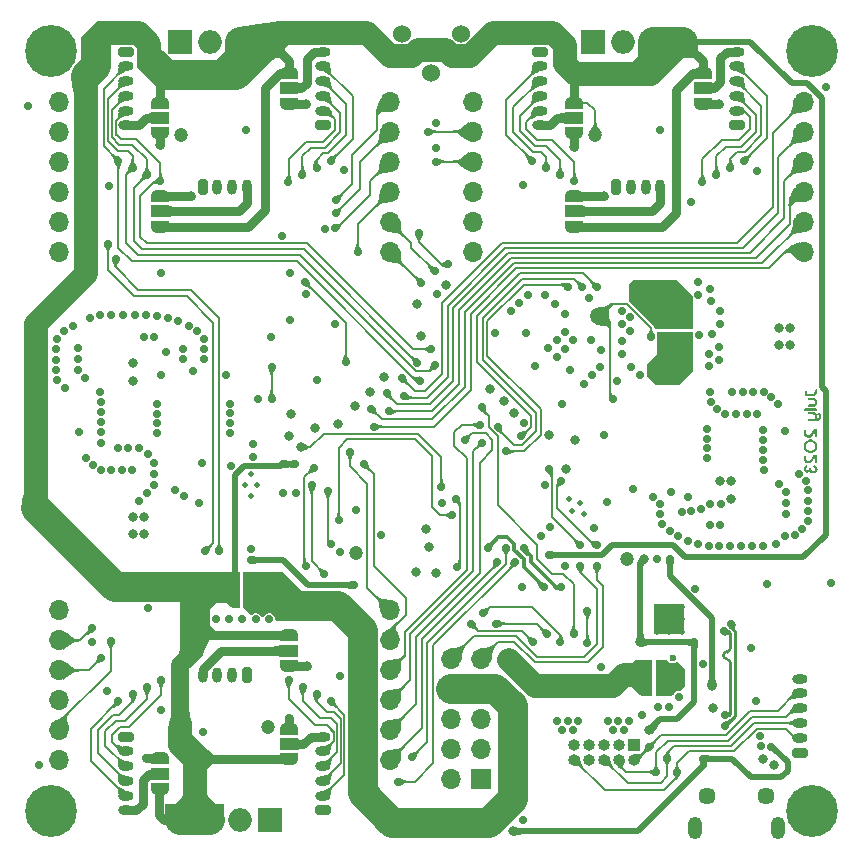
<source format=gbl>
G04 #@! TF.GenerationSoftware,KiCad,Pcbnew,7.0.1*
G04 #@! TF.CreationDate,2023-07-03T18:59:58+02:00*
G04 #@! TF.ProjectId,orion_pcb,6f72696f-6e5f-4706-9362-2e6b69636164,4*
G04 #@! TF.SameCoordinates,Original*
G04 #@! TF.FileFunction,Copper,L4,Bot*
G04 #@! TF.FilePolarity,Positive*
%FSLAX46Y46*%
G04 Gerber Fmt 4.6, Leading zero omitted, Abs format (unit mm)*
G04 Created by KiCad (PCBNEW 7.0.1) date 2023-07-03 18:59:58*
%MOMM*%
%LPD*%
G01*
G04 APERTURE LIST*
G04 Aperture macros list*
%AMRoundRect*
0 Rectangle with rounded corners*
0 $1 Rounding radius*
0 $2 $3 $4 $5 $6 $7 $8 $9 X,Y pos of 4 corners*
0 Add a 4 corners polygon primitive as box body*
4,1,4,$2,$3,$4,$5,$6,$7,$8,$9,$2,$3,0*
0 Add four circle primitives for the rounded corners*
1,1,$1+$1,$2,$3*
1,1,$1+$1,$4,$5*
1,1,$1+$1,$6,$7*
1,1,$1+$1,$8,$9*
0 Add four rect primitives between the rounded corners*
20,1,$1+$1,$2,$3,$4,$5,0*
20,1,$1+$1,$4,$5,$6,$7,0*
20,1,$1+$1,$6,$7,$8,$9,0*
20,1,$1+$1,$8,$9,$2,$3,0*%
%AMFreePoly0*
4,1,19,0.500000,-0.750000,0.000000,-0.750000,0.000000,-0.744911,-0.071157,-0.744911,-0.207708,-0.704816,-0.327430,-0.627875,-0.420627,-0.520320,-0.479746,-0.390866,-0.500000,-0.250000,-0.500000,0.250000,-0.479746,0.390866,-0.420627,0.520320,-0.327430,0.627875,-0.207708,0.704816,-0.071157,0.744911,0.000000,0.744911,0.000000,0.750000,0.500000,0.750000,0.500000,-0.750000,0.500000,-0.750000,
$1*%
%AMFreePoly1*
4,1,5,0.500000,-1.000000,-0.500000,-1.000000,-0.500000,1.000000,0.500000,1.000000,0.500000,-1.000000,0.500000,-1.000000,$1*%
%AMFreePoly2*
4,1,19,0.000000,0.744911,0.071157,0.744911,0.207708,0.704816,0.327430,0.627875,0.420627,0.520320,0.479746,0.390866,0.500000,0.250000,0.500000,-0.250000,0.479746,-0.390866,0.420627,-0.520320,0.327430,-0.627875,0.207708,-0.704816,0.071157,-0.744911,0.000000,-0.744911,0.000000,-0.750000,-0.500000,-0.750000,-0.500000,0.750000,0.000000,0.750000,0.000000,0.744911,0.000000,0.744911,
$1*%
%AMFreePoly3*
4,1,19,0.550000,-0.750000,0.000000,-0.750000,0.000000,-0.744911,-0.071157,-0.744911,-0.207708,-0.704816,-0.327430,-0.627875,-0.420627,-0.520320,-0.479746,-0.390866,-0.500000,-0.250000,-0.500000,0.250000,-0.479746,0.390866,-0.420627,0.520320,-0.327430,0.627875,-0.207708,0.704816,-0.071157,0.744911,0.000000,0.744911,0.000000,0.750000,0.550000,0.750000,0.550000,-0.750000,0.550000,-0.750000,
$1*%
%AMFreePoly4*
4,1,19,0.000000,0.744911,0.071157,0.744911,0.207708,0.704816,0.327430,0.627875,0.420627,0.520320,0.479746,0.390866,0.500000,0.250000,0.500000,-0.250000,0.479746,-0.390866,0.420627,-0.520320,0.327430,-0.627875,0.207708,-0.704816,0.071157,-0.744911,0.000000,-0.744911,0.000000,-0.750000,-0.550000,-0.750000,-0.550000,0.750000,0.000000,0.750000,0.000000,0.744911,0.000000,0.744911,
$1*%
G04 Aperture macros list end*
G04 #@! TA.AperFunction,ComponentPad*
%ADD10RoundRect,0.200000X-0.450000X0.200000X-0.450000X-0.200000X0.450000X-0.200000X0.450000X0.200000X0*%
G04 #@! TD*
G04 #@! TA.AperFunction,ComponentPad*
%ADD11O,1.300000X0.800000*%
G04 #@! TD*
G04 #@! TA.AperFunction,ComponentPad*
%ADD12RoundRect,0.200000X0.450000X-0.200000X0.450000X0.200000X-0.450000X0.200000X-0.450000X-0.200000X0*%
G04 #@! TD*
G04 #@! TA.AperFunction,ComponentPad*
%ADD13C,0.500000*%
G04 #@! TD*
G04 #@! TA.AperFunction,ComponentPad*
%ADD14C,1.200000*%
G04 #@! TD*
G04 #@! TA.AperFunction,ComponentPad*
%ADD15C,0.700000*%
G04 #@! TD*
G04 #@! TA.AperFunction,ComponentPad*
%ADD16C,4.400000*%
G04 #@! TD*
G04 #@! TA.AperFunction,ComponentPad*
%ADD17R,2.000000X2.000000*%
G04 #@! TD*
G04 #@! TA.AperFunction,ComponentPad*
%ADD18O,2.000000X2.000000*%
G04 #@! TD*
G04 #@! TA.AperFunction,ComponentPad*
%ADD19O,1.700000X1.700000*%
G04 #@! TD*
G04 #@! TA.AperFunction,ComponentPad*
%ADD20O,1.200000X1.900000*%
G04 #@! TD*
G04 #@! TA.AperFunction,ComponentPad*
%ADD21C,1.450000*%
G04 #@! TD*
G04 #@! TA.AperFunction,SMDPad,CuDef*
%ADD22R,2.600000X2.600000*%
G04 #@! TD*
G04 #@! TA.AperFunction,ComponentPad*
%ADD23RoundRect,0.200000X-0.200000X-0.450000X0.200000X-0.450000X0.200000X0.450000X-0.200000X0.450000X0*%
G04 #@! TD*
G04 #@! TA.AperFunction,ComponentPad*
%ADD24O,0.800000X1.300000*%
G04 #@! TD*
G04 #@! TA.AperFunction,ComponentPad*
%ADD25R,1.000000X1.000000*%
G04 #@! TD*
G04 #@! TA.AperFunction,ComponentPad*
%ADD26O,1.000000X1.000000*%
G04 #@! TD*
G04 #@! TA.AperFunction,ComponentPad*
%ADD27R,1.700000X1.700000*%
G04 #@! TD*
G04 #@! TA.AperFunction,ComponentPad*
%ADD28RoundRect,0.200000X0.200000X0.450000X-0.200000X0.450000X-0.200000X-0.450000X0.200000X-0.450000X0*%
G04 #@! TD*
G04 #@! TA.AperFunction,ComponentPad*
%ADD29C,1.524000*%
G04 #@! TD*
G04 #@! TA.AperFunction,SMDPad,CuDef*
%ADD30FreePoly0,270.000000*%
G04 #@! TD*
G04 #@! TA.AperFunction,SMDPad,CuDef*
%ADD31FreePoly1,270.000000*%
G04 #@! TD*
G04 #@! TA.AperFunction,SMDPad,CuDef*
%ADD32FreePoly2,270.000000*%
G04 #@! TD*
G04 #@! TA.AperFunction,SMDPad,CuDef*
%ADD33C,1.500000*%
G04 #@! TD*
G04 #@! TA.AperFunction,SMDPad,CuDef*
%ADD34FreePoly3,90.000000*%
G04 #@! TD*
G04 #@! TA.AperFunction,SMDPad,CuDef*
%ADD35R,1.500000X1.000000*%
G04 #@! TD*
G04 #@! TA.AperFunction,SMDPad,CuDef*
%ADD36FreePoly4,90.000000*%
G04 #@! TD*
G04 #@! TA.AperFunction,SMDPad,CuDef*
%ADD37FreePoly0,0.000000*%
G04 #@! TD*
G04 #@! TA.AperFunction,SMDPad,CuDef*
%ADD38FreePoly1,0.000000*%
G04 #@! TD*
G04 #@! TA.AperFunction,SMDPad,CuDef*
%ADD39FreePoly2,0.000000*%
G04 #@! TD*
G04 #@! TA.AperFunction,SMDPad,CuDef*
%ADD40FreePoly3,270.000000*%
G04 #@! TD*
G04 #@! TA.AperFunction,SMDPad,CuDef*
%ADD41FreePoly4,270.000000*%
G04 #@! TD*
G04 #@! TA.AperFunction,SMDPad,CuDef*
%ADD42FreePoly0,180.000000*%
G04 #@! TD*
G04 #@! TA.AperFunction,SMDPad,CuDef*
%ADD43FreePoly1,180.000000*%
G04 #@! TD*
G04 #@! TA.AperFunction,SMDPad,CuDef*
%ADD44FreePoly2,180.000000*%
G04 #@! TD*
G04 #@! TA.AperFunction,ViaPad*
%ADD45C,0.700000*%
G04 #@! TD*
G04 #@! TA.AperFunction,ViaPad*
%ADD46C,0.800000*%
G04 #@! TD*
G04 #@! TA.AperFunction,ViaPad*
%ADD47C,0.600000*%
G04 #@! TD*
G04 #@! TA.AperFunction,Conductor*
%ADD48C,0.500000*%
G04 #@! TD*
G04 #@! TA.AperFunction,Conductor*
%ADD49C,0.200000*%
G04 #@! TD*
G04 #@! TA.AperFunction,Conductor*
%ADD50C,0.239500*%
G04 #@! TD*
G04 #@! TA.AperFunction,Conductor*
%ADD51C,0.750000*%
G04 #@! TD*
G04 #@! TA.AperFunction,Conductor*
%ADD52C,2.500000*%
G04 #@! TD*
G04 #@! TA.AperFunction,Conductor*
%ADD53C,2.000000*%
G04 #@! TD*
G04 #@! TA.AperFunction,Conductor*
%ADD54C,0.150000*%
G04 #@! TD*
G04 #@! TA.AperFunction,Conductor*
%ADD55C,0.300000*%
G04 #@! TD*
G04 #@! TA.AperFunction,Conductor*
%ADD56C,1.500000*%
G04 #@! TD*
G04 APERTURE END LIST*
G04 #@! TA.AperFunction,EtchedComponent*
G36*
X182634969Y-98106906D02*
G01*
X182659575Y-98174375D01*
X182634969Y-98241050D01*
X182562737Y-98271212D01*
X181646750Y-98271212D01*
X181573725Y-98241050D01*
X181549912Y-98174375D01*
X181573725Y-98106906D01*
X181646750Y-98075950D01*
X182562737Y-98075950D01*
X182634969Y-98106906D01*
G37*
G04 #@! TD.AperFunction*
G04 #@! TA.AperFunction,EtchedComponent*
G36*
X182584963Y-96413837D02*
G01*
X182650844Y-96451144D01*
X182672275Y-96547187D01*
X182664536Y-96622594D01*
X182641319Y-96705937D01*
X182603020Y-96790869D01*
X182550037Y-96871037D01*
X182482569Y-96942475D01*
X182400813Y-97001212D01*
X182304769Y-97040503D01*
X182194438Y-97053600D01*
X181688025Y-97053600D01*
X181615000Y-97018675D01*
X181597537Y-96940887D01*
X181610237Y-96823412D01*
X181606269Y-96755150D01*
X181594362Y-96688475D01*
X181606269Y-96619419D01*
X181659450Y-96586081D01*
X181722156Y-96594019D01*
X181761050Y-96651962D01*
X181774147Y-96755547D01*
X181775337Y-96859925D01*
X182184912Y-96859925D01*
X182307150Y-96832144D01*
X182407162Y-96756737D01*
X182474631Y-96645612D01*
X182493086Y-96579731D01*
X182499238Y-96509087D01*
X182515906Y-96447969D01*
X182550831Y-96420187D01*
X182581787Y-96413044D01*
X182584963Y-96413837D01*
G37*
G04 #@! TD.AperFunction*
G04 #@! TA.AperFunction,EtchedComponent*
G36*
X182392280Y-97189133D02*
G01*
X182468281Y-97214731D01*
X182533170Y-97254419D01*
X182586550Y-97305219D01*
X182628222Y-97365147D01*
X182657987Y-97432219D01*
X182675847Y-97503458D01*
X182681800Y-97575887D01*
X182676045Y-97646134D01*
X182658781Y-97714000D01*
X182630008Y-97777103D01*
X182589725Y-97833062D01*
X182537337Y-97880291D01*
X182472250Y-97917200D01*
X182394859Y-97941012D01*
X182305562Y-97948950D01*
X181964250Y-97948950D01*
X181891225Y-97918787D01*
X181867412Y-97852112D01*
X181891225Y-97784644D01*
X181964250Y-97753687D01*
X182305562Y-97753687D01*
X182386525Y-97737019D01*
X182444469Y-97694156D01*
X182479394Y-97633037D01*
X182491300Y-97563187D01*
X182479394Y-97494131D01*
X182444469Y-97433806D01*
X182386525Y-97391737D01*
X182305562Y-97375862D01*
X181964250Y-97375862D01*
X181891225Y-97345700D01*
X181867412Y-97279025D01*
X181892019Y-97211556D01*
X181964250Y-97180600D01*
X182305562Y-97180600D01*
X182392280Y-97189133D01*
G37*
G04 #@! TD.AperFunction*
G04 #@! TA.AperFunction,EtchedComponent*
G36*
X182634969Y-99858712D02*
G01*
X182662750Y-99925387D01*
X182662750Y-100450850D01*
X182633381Y-100521494D01*
X182568294Y-100544512D01*
X182502412Y-100521494D01*
X182472250Y-100450850D01*
X182472250Y-100061912D01*
X182420656Y-100086519D01*
X182377794Y-100146050D01*
X182337313Y-100228600D01*
X182291275Y-100323056D01*
X182232537Y-100417512D01*
X182154750Y-100499269D01*
X182050769Y-100556419D01*
X181986673Y-100572492D01*
X181913450Y-100577850D01*
X181843402Y-100570905D01*
X181776131Y-100550069D01*
X181714219Y-100516930D01*
X181660244Y-100473075D01*
X181615397Y-100419298D01*
X181580869Y-100356394D01*
X181558842Y-100285552D01*
X181551500Y-100207962D01*
X181551500Y-100000000D01*
X181581663Y-99928562D01*
X181647544Y-99905544D01*
X181712631Y-99930150D01*
X181742000Y-100000000D01*
X181742000Y-100206375D01*
X181754700Y-100273844D01*
X181790419Y-100330994D01*
X181845187Y-100369887D01*
X181913450Y-100384175D01*
X181979133Y-100372666D01*
X182033306Y-100341312D01*
X182079344Y-100294878D01*
X182120619Y-100238125D01*
X182158520Y-100174030D01*
X182194438Y-100105569D01*
X182231942Y-100037306D01*
X182274606Y-99973806D01*
X182323620Y-99917847D01*
X182380175Y-99872206D01*
X182447644Y-99841845D01*
X182529400Y-99831725D01*
X182569087Y-99831725D01*
X182634969Y-99858712D01*
G37*
G04 #@! TD.AperFunction*
G04 #@! TA.AperFunction,EtchedComponent*
G36*
X182634969Y-102014537D02*
G01*
X182662750Y-102081213D01*
X182662750Y-102606675D01*
X182633381Y-102677319D01*
X182568294Y-102700338D01*
X182502412Y-102677319D01*
X182472250Y-102606675D01*
X182472250Y-102217738D01*
X182420656Y-102242344D01*
X182377794Y-102301875D01*
X182337313Y-102384425D01*
X182291275Y-102478881D01*
X182232537Y-102573338D01*
X182154750Y-102655094D01*
X182050769Y-102712244D01*
X181986673Y-102728317D01*
X181913450Y-102733675D01*
X181843402Y-102726730D01*
X181776131Y-102705894D01*
X181714219Y-102672755D01*
X181660244Y-102628900D01*
X181615397Y-102575123D01*
X181580869Y-102512219D01*
X181558842Y-102441377D01*
X181551500Y-102363788D01*
X181551500Y-102155825D01*
X181581663Y-102084388D01*
X181647544Y-102061369D01*
X181712631Y-102085975D01*
X181742000Y-102155825D01*
X181742000Y-102362200D01*
X181754700Y-102429669D01*
X181790419Y-102486819D01*
X181845187Y-102525713D01*
X181913450Y-102540000D01*
X181979133Y-102528491D01*
X182033306Y-102497138D01*
X182079344Y-102450703D01*
X182120619Y-102393950D01*
X182158520Y-102329855D01*
X182194438Y-102261394D01*
X182231942Y-102193131D01*
X182274606Y-102129631D01*
X182323620Y-102073672D01*
X182380175Y-102028031D01*
X182447644Y-101997670D01*
X182529400Y-101987550D01*
X182569087Y-101987550D01*
X182634969Y-102014537D01*
G37*
G04 #@! TD.AperFunction*
G04 #@! TA.AperFunction,EtchedComponent*
G36*
X182390891Y-98406348D02*
G01*
X182465900Y-98430756D01*
X182530392Y-98468856D01*
X182584169Y-98518069D01*
X182626833Y-98576806D01*
X182657987Y-98643481D01*
X182677037Y-98715514D01*
X182683388Y-98790325D01*
X182676244Y-98868906D01*
X182654813Y-98945900D01*
X182706406Y-98909983D01*
X182750062Y-98859381D01*
X182779828Y-98796477D01*
X182789750Y-98723650D01*
X182781812Y-98658562D01*
X182756412Y-98590300D01*
X182745300Y-98545850D01*
X182769113Y-98486319D01*
X182824675Y-98453775D01*
X182887381Y-98458537D01*
X182934213Y-98512512D01*
X182968344Y-98630781D01*
X182978662Y-98737937D01*
X182969138Y-98834180D01*
X182940562Y-98919706D01*
X182896708Y-98993525D01*
X182841344Y-99054644D01*
X182776256Y-99102864D01*
X182703231Y-99137987D01*
X182626039Y-99159419D01*
X182548450Y-99166562D01*
X181964250Y-99166562D01*
X181891225Y-99136400D01*
X181867412Y-99069725D01*
X181892019Y-99002256D01*
X181964250Y-98971300D01*
X182305562Y-98971300D01*
X182385731Y-98954631D01*
X182442881Y-98911769D01*
X182477806Y-98850650D01*
X182489712Y-98780800D01*
X182478600Y-98711744D01*
X182444469Y-98651419D01*
X182386525Y-98609350D01*
X182305562Y-98593475D01*
X181964250Y-98593475D01*
X181891225Y-98563312D01*
X181867412Y-98496637D01*
X181892019Y-98429169D01*
X181964250Y-98398212D01*
X182305562Y-98398212D01*
X182390891Y-98406348D01*
G37*
G04 #@! TD.AperFunction*
G04 #@! TA.AperFunction,EtchedComponent*
G36*
X182503206Y-102891631D02*
G01*
X182590519Y-102963069D01*
X182657987Y-103071813D01*
X182678228Y-103138884D01*
X182684975Y-103213100D01*
X182676442Y-103296245D01*
X182650844Y-103371056D01*
X182611553Y-103436144D01*
X182561944Y-103490119D01*
X182503206Y-103532584D01*
X182436531Y-103563144D01*
X182365491Y-103580408D01*
X182293656Y-103582988D01*
X182222417Y-103570486D01*
X182153163Y-103542506D01*
X182088869Y-103498255D01*
X182032512Y-103436938D01*
X181926150Y-103499644D01*
X181812644Y-103513931D01*
X181703106Y-103485356D01*
X181609444Y-103419475D01*
X181545150Y-103321844D01*
X181521337Y-103198813D01*
X181544356Y-103078163D01*
X181601506Y-102985294D01*
X181676119Y-102924969D01*
X181750731Y-102901950D01*
X181807881Y-102920206D01*
X181830900Y-102986088D01*
X181812644Y-103059906D01*
X181771369Y-103095625D01*
X181730094Y-103129756D01*
X181711837Y-103198813D01*
X181752319Y-103292475D01*
X181842012Y-103318669D01*
X181931706Y-103285331D01*
X181972187Y-103198813D01*
X181999969Y-103128169D01*
X182060294Y-103105150D01*
X182120619Y-103128169D01*
X182148400Y-103194050D01*
X182162687Y-103278188D01*
X182201581Y-103339306D01*
X182257144Y-103376613D01*
X182321437Y-103389313D01*
X182394462Y-103373438D01*
X182448438Y-103332956D01*
X182482569Y-103275806D01*
X182494475Y-103209925D01*
X182467488Y-103114675D01*
X182381762Y-103048000D01*
X182343663Y-103021013D01*
X182326200Y-102987675D01*
X182321437Y-102962275D01*
X182321437Y-102957513D01*
X182348425Y-102882900D01*
X182415894Y-102863056D01*
X182503206Y-102891631D01*
G37*
G04 #@! TD.AperFunction*
G04 #@! TA.AperFunction,EtchedComponent*
G36*
X182683232Y-101284287D02*
G01*
X182672077Y-101398389D01*
X182638144Y-101507331D01*
X182584566Y-101606153D01*
X182514319Y-101691481D01*
X182428991Y-101761728D01*
X182330169Y-101815306D01*
X182221227Y-101849239D01*
X182105537Y-101860550D01*
X181990047Y-101849239D01*
X181881700Y-101815306D01*
X181783473Y-101761728D01*
X181698344Y-101691481D01*
X181628097Y-101606153D01*
X181574519Y-101507331D01*
X181540586Y-101398389D01*
X181529275Y-101282700D01*
X181722950Y-101282700D01*
X181730094Y-101356320D01*
X181751525Y-101427956D01*
X181786847Y-101494830D01*
X181835662Y-101554162D01*
X181894995Y-101602780D01*
X181961869Y-101637506D01*
X182033306Y-101658342D01*
X182106331Y-101665287D01*
X182179356Y-101658342D01*
X182250794Y-101637506D01*
X182317667Y-101602780D01*
X182377000Y-101554162D01*
X182425617Y-101494830D01*
X182460344Y-101427956D01*
X182481180Y-101356717D01*
X182488125Y-101284287D01*
X182481180Y-101210667D01*
X182460344Y-101139031D01*
X182425617Y-101072158D01*
X182377000Y-101012825D01*
X182316477Y-100964009D01*
X182249206Y-100928688D01*
X182177967Y-100907256D01*
X182105537Y-100900112D01*
X182033108Y-100907256D01*
X181961869Y-100928688D01*
X181894995Y-100964009D01*
X181835662Y-101012825D01*
X181786847Y-101072158D01*
X181751525Y-101139031D01*
X181730094Y-101210270D01*
X181722950Y-101282700D01*
X181529275Y-101282700D01*
X181540586Y-101167209D01*
X181574519Y-101058862D01*
X181628097Y-100960636D01*
X181698344Y-100875506D01*
X181783473Y-100805259D01*
X181881700Y-100751681D01*
X181990047Y-100717748D01*
X182105537Y-100706437D01*
X182221227Y-100717748D01*
X182330169Y-100751681D01*
X182428991Y-100805259D01*
X182514319Y-100875506D01*
X182584566Y-100960636D01*
X182638144Y-101058862D01*
X182672077Y-101167209D01*
X182683388Y-101282700D01*
X182683232Y-101284287D01*
G37*
G04 #@! TD.AperFunction*
D10*
X124150000Y-125880000D03*
D11*
X124150000Y-127130000D03*
X124150000Y-128380000D03*
X124150000Y-129630000D03*
X124150000Y-130880000D03*
X124150000Y-132130000D03*
D12*
X181187500Y-127225000D03*
D11*
X181187500Y-125975000D03*
X181187500Y-124725000D03*
X181187500Y-123475000D03*
X181187500Y-122225000D03*
X181187500Y-120975000D03*
D13*
X161896376Y-106778158D03*
X161613533Y-105788209D03*
X162886325Y-107061001D03*
X162603482Y-106071052D03*
D14*
X163850000Y-74975000D03*
D15*
X116150000Y-67800000D03*
X116633274Y-66633274D03*
X116633274Y-68966726D03*
X117800000Y-66150000D03*
D16*
X117800000Y-67800000D03*
D15*
X117800000Y-69450000D03*
X118966726Y-66633274D03*
X118966726Y-68966726D03*
X119450000Y-67800000D03*
D14*
X166525000Y-110825000D03*
D15*
X180550000Y-132200000D03*
X181033274Y-131033274D03*
X181033274Y-133366726D03*
X182200000Y-130550000D03*
D16*
X182200000Y-132200000D03*
D15*
X182200000Y-133850000D03*
X183366726Y-131033274D03*
X183366726Y-133366726D03*
X183850000Y-132200000D03*
D14*
X147475000Y-133625000D03*
D17*
X128690000Y-67037500D03*
D18*
X131230000Y-67037500D03*
D19*
X118500000Y-72117500D03*
X118500000Y-74657500D03*
X118500000Y-77197500D03*
X118500000Y-79737500D03*
X118500000Y-82277500D03*
X118500000Y-84817500D03*
X146500000Y-84817500D03*
X146500000Y-82277500D03*
X146500000Y-79737500D03*
X146500000Y-77197500D03*
X146500000Y-74657500D03*
X146500000Y-72117500D03*
D18*
X133770000Y-67037500D03*
X136310000Y-67037500D03*
D20*
X172300000Y-133637500D03*
D21*
X173300000Y-130937500D03*
X178300000Y-130937500D03*
D20*
X179300000Y-133637500D03*
D10*
X159150000Y-67880000D03*
D11*
X159150000Y-69130000D03*
X159150000Y-70380000D03*
X159150000Y-71630000D03*
X159150000Y-72880000D03*
X159150000Y-74130000D03*
D10*
X124150000Y-67880000D03*
D11*
X124150000Y-69130000D03*
X124150000Y-70380000D03*
X124150000Y-71630000D03*
X124150000Y-72880000D03*
X124150000Y-74130000D03*
D12*
X140850000Y-74120000D03*
D11*
X140850000Y-72870000D03*
X140850000Y-71620000D03*
X140850000Y-70370000D03*
X140850000Y-69120000D03*
X140850000Y-67870000D03*
D13*
X135225000Y-104575000D03*
X134725000Y-105475000D03*
X134725000Y-103675000D03*
X134225000Y-104575000D03*
X171200000Y-116987500D03*
X171200000Y-115937500D03*
X171200000Y-114887500D03*
X170150000Y-116987500D03*
X170150000Y-115937500D03*
D22*
X170150000Y-115937500D03*
D13*
X170150000Y-114887500D03*
X169100000Y-116987500D03*
X169100000Y-115937500D03*
X169100000Y-114887500D03*
D23*
X165625000Y-79300000D03*
D24*
X166875000Y-79300000D03*
X168125000Y-79300000D03*
X169375000Y-79300000D03*
D17*
X136310000Y-132962500D03*
D18*
X133770000Y-132962500D03*
D19*
X146500000Y-127882500D03*
X146500000Y-125342500D03*
X146500000Y-122802500D03*
X146500000Y-120262500D03*
X146500000Y-117722500D03*
X146500000Y-115182500D03*
X118500000Y-115182500D03*
X118500000Y-117722500D03*
X118500000Y-120262500D03*
X118500000Y-122802500D03*
X118500000Y-125342500D03*
X118500000Y-127882500D03*
D18*
X131230000Y-132962500D03*
X128690000Y-132962500D03*
D12*
X175850000Y-74120000D03*
D11*
X175850000Y-72870000D03*
X175850000Y-71620000D03*
X175850000Y-70370000D03*
X175850000Y-69120000D03*
X175850000Y-67870000D03*
D15*
X116150000Y-132200000D03*
X116633274Y-131033274D03*
X116633274Y-133366726D03*
X117800000Y-130550000D03*
D16*
X117800000Y-132200000D03*
D15*
X117800000Y-133850000D03*
X118966726Y-131033274D03*
X118966726Y-133366726D03*
X119450000Y-132200000D03*
D23*
X130625000Y-79300000D03*
D24*
X131875000Y-79300000D03*
X133125000Y-79300000D03*
X134375000Y-79300000D03*
D25*
X167157500Y-126547500D03*
D26*
X167157500Y-127817500D03*
X165887500Y-126547500D03*
X165887500Y-127817500D03*
X164617500Y-126547500D03*
X164617500Y-127817500D03*
X163347500Y-126547500D03*
X163347500Y-127817500D03*
X162077500Y-126547500D03*
X162077500Y-127817500D03*
D14*
X136200000Y-125025000D03*
D17*
X163690000Y-67037500D03*
D18*
X166230000Y-67037500D03*
D19*
X153500000Y-72117500D03*
X153500000Y-74657500D03*
X153500000Y-77197500D03*
X153500000Y-79737500D03*
X153500000Y-82277500D03*
X153500000Y-84817500D03*
X181500000Y-84817500D03*
X181500000Y-82277500D03*
X181500000Y-79737500D03*
X181500000Y-77197500D03*
X181500000Y-74657500D03*
X181500000Y-72117500D03*
D18*
X168770000Y-67037500D03*
X171310000Y-67037500D03*
D27*
X154220000Y-129430000D03*
D19*
X151680000Y-129430000D03*
X154220000Y-126890000D03*
X151680000Y-126890000D03*
X154220000Y-124350000D03*
X151680000Y-124350000D03*
X154220000Y-121810000D03*
X151680000Y-121810000D03*
X154220000Y-119270000D03*
X151680000Y-119270000D03*
D14*
X143650000Y-110325000D03*
D28*
X134375000Y-120700000D03*
D24*
X133125000Y-120700000D03*
X131875000Y-120700000D03*
X130625000Y-120700000D03*
D29*
X152500000Y-66350000D03*
X150000000Y-69660000D03*
X147500000Y-66350000D03*
D14*
X128800000Y-74975000D03*
D15*
X180550000Y-67800000D03*
X181033274Y-66633274D03*
X181033274Y-68966726D03*
X182200000Y-66150000D03*
D16*
X182200000Y-67800000D03*
D15*
X182200000Y-69450000D03*
X183366726Y-66633274D03*
X183366726Y-68966726D03*
X183850000Y-67800000D03*
D12*
X140850000Y-132120000D03*
D11*
X140850000Y-130870000D03*
X140850000Y-129620000D03*
X140850000Y-128370000D03*
X140850000Y-127120000D03*
X140850000Y-125870000D03*
D30*
X171375000Y-90825000D03*
D31*
X170625000Y-90825000D03*
D30*
X169875000Y-90825000D03*
D32*
X171375000Y-92125000D03*
D31*
X170625000Y-92125000D03*
D32*
X169875000Y-92125000D03*
D33*
X164225000Y-90300000D03*
D34*
X162050000Y-74800000D03*
D35*
X162050000Y-73500000D03*
D36*
X162050000Y-72200000D03*
D37*
X168200000Y-120150000D03*
D38*
X168200000Y-120900000D03*
D37*
X168200000Y-121650000D03*
D39*
X169500000Y-120150000D03*
D38*
X169500000Y-120900000D03*
D39*
X169500000Y-121650000D03*
D34*
X137942500Y-72300000D03*
D35*
X137942500Y-71000000D03*
D36*
X137942500Y-69700000D03*
D40*
X137950000Y-125200000D03*
D35*
X137950000Y-126500000D03*
D41*
X137950000Y-127800000D03*
D34*
X172950000Y-72300000D03*
D35*
X172950000Y-71000000D03*
D36*
X172950000Y-69700000D03*
D40*
X127050000Y-127700000D03*
D35*
X127050000Y-129000000D03*
D41*
X127050000Y-130300000D03*
D34*
X137957500Y-119900000D03*
D35*
X137957500Y-118600000D03*
D36*
X137957500Y-117300000D03*
D40*
X127050000Y-80100000D03*
D35*
X127050000Y-81400000D03*
D41*
X127050000Y-82700000D03*
D40*
X162042500Y-80100000D03*
D35*
X162042500Y-81400000D03*
D41*
X162042500Y-82700000D03*
D34*
X127050000Y-74800000D03*
D35*
X127050000Y-73500000D03*
D36*
X127050000Y-72200000D03*
D42*
X134575000Y-114200000D03*
D43*
X134575000Y-113450000D03*
D42*
X134575000Y-112700000D03*
D44*
X133275000Y-114200000D03*
D43*
X133275000Y-113450000D03*
D44*
X133275000Y-112700000D03*
D45*
X172250000Y-117888000D03*
X177050000Y-118400000D03*
X177500000Y-122875000D03*
D46*
X178100000Y-127775000D03*
D45*
X177850000Y-125850000D03*
X177876039Y-126694680D03*
X178725000Y-126725000D03*
X175400521Y-116374479D03*
X174799479Y-116975521D03*
X174850000Y-124950000D03*
X170200000Y-110875000D03*
D46*
X173750000Y-121600000D03*
D45*
X137950000Y-124300000D03*
X161575000Y-87800000D03*
X148950000Y-83275000D03*
X151375000Y-85875000D03*
X156275000Y-101725000D03*
X137450000Y-105240000D03*
X137380000Y-83520000D03*
X126485000Y-103638516D03*
X122045000Y-100976850D03*
X175778018Y-98545000D03*
X125948231Y-105289918D03*
X130775001Y-93940812D03*
X176242764Y-109775729D03*
X125675000Y-92000000D03*
X128924999Y-93030636D03*
X169324999Y-106159187D03*
D46*
X148775000Y-89250000D03*
D45*
X135275000Y-97250000D03*
X165825000Y-124550000D03*
X178195606Y-103300664D03*
X157725000Y-132950000D03*
X157985560Y-91700000D03*
X180017500Y-105133150D03*
D46*
X161400000Y-103200000D03*
D45*
X122045000Y-99253915D03*
X127675000Y-90425000D03*
X173625000Y-106150000D03*
D46*
X125650000Y-108750000D03*
D45*
X127100000Y-123600000D03*
X120085000Y-93003150D03*
X178110542Y-109775729D03*
X161325000Y-93025000D03*
X179359908Y-97709257D03*
D46*
X144800000Y-96700000D03*
D45*
X178118393Y-96697813D03*
X161025000Y-97700000D03*
X167850000Y-124075000D03*
X178057500Y-102469019D03*
X127489647Y-93325000D03*
X165750000Y-95750000D03*
D46*
X150400000Y-112050000D03*
D45*
X141860000Y-90970000D03*
X121906893Y-96699335D03*
X121050000Y-90425000D03*
X134875000Y-102175000D03*
X130136710Y-91553560D03*
X175467500Y-96695000D03*
D46*
X149506190Y-108275000D03*
D45*
X173494432Y-109750729D03*
X132975000Y-98500000D03*
X118235000Y-93953105D03*
X173350000Y-100636990D03*
X155350000Y-91675000D03*
X157800000Y-99325000D03*
D46*
X178975000Y-128275000D03*
D45*
X126478273Y-104560014D03*
X181366761Y-108263887D03*
X170250000Y-105174999D03*
X170925000Y-122500000D03*
X174500000Y-106150000D03*
X124871945Y-90150000D03*
X132625000Y-95275000D03*
X172850000Y-106600000D03*
D46*
X137950000Y-100400000D03*
D45*
X160475000Y-89275000D03*
X150900000Y-106100000D03*
X181867500Y-105885154D03*
X162900000Y-96000000D03*
X121300000Y-117850000D03*
X122014864Y-103304271D03*
X150400000Y-73925000D03*
X158800000Y-94500000D03*
X120694149Y-95475999D03*
X126484352Y-102716716D03*
X126725000Y-98530995D03*
X126725000Y-97711990D03*
D46*
X179400000Y-92750000D03*
D45*
X159290000Y-108850000D03*
X160625000Y-93725000D03*
X136250000Y-115925000D03*
D46*
X148725000Y-111900000D03*
D45*
X134850000Y-101100000D03*
X130569976Y-102675859D03*
X183390500Y-70880000D03*
X120085000Y-93935000D03*
X121925000Y-90200000D03*
X169541019Y-107849169D03*
X174400000Y-108000000D03*
X125825000Y-90175000D03*
X161300000Y-91600000D03*
X118235000Y-94837462D03*
X179906466Y-108925001D03*
X128249753Y-104977903D03*
X177176653Y-109775729D03*
X134750000Y-109975000D03*
X134000000Y-115925000D03*
D46*
X174450000Y-104250000D03*
D45*
X129850000Y-94925000D03*
X156750000Y-89850000D03*
X166275000Y-125325000D03*
X120195000Y-100051857D03*
X159650000Y-88450000D03*
X179144432Y-109550729D03*
D46*
X180330000Y-92750000D03*
X175375000Y-105750000D03*
D45*
X176678684Y-98545000D03*
X124345036Y-101455000D03*
X172309977Y-113360023D03*
X163500000Y-92325000D03*
X179408350Y-104524000D03*
X181112421Y-103611771D03*
X181712012Y-104216907D03*
X118334922Y-95703625D03*
D46*
X173850000Y-123475000D03*
D45*
X139350000Y-88425000D03*
X157769822Y-79197000D03*
X174877364Y-98544271D03*
X164350000Y-120000000D03*
X118317088Y-92197885D03*
D47*
X170425000Y-119224500D03*
D45*
X122045000Y-97530980D03*
X170125000Y-123375000D03*
D46*
X138100000Y-98550000D03*
D45*
X123434093Y-101455000D03*
X120758942Y-102307092D03*
X127125000Y-86625000D03*
X163752530Y-108174695D03*
X179907499Y-99959704D03*
X122878055Y-90150000D03*
X130716318Y-92201245D03*
X173617500Y-96695084D03*
X132975000Y-97680995D03*
X173350000Y-99817985D03*
X126000000Y-115000000D03*
D46*
X162150000Y-100800000D03*
D45*
X167040577Y-104922003D03*
X129029866Y-105499271D03*
X126725000Y-100169005D03*
X161750000Y-94850000D03*
X130775001Y-93066972D03*
X126500000Y-92000000D03*
X138500000Y-105250000D03*
X129029864Y-105499271D03*
X173575000Y-108000000D03*
X116775000Y-128275000D03*
X158150000Y-88450000D03*
X119635203Y-91076903D03*
X125254905Y-105885540D03*
X160040220Y-108103983D03*
X121338465Y-102886615D03*
X159900000Y-93000000D03*
X128924999Y-93940813D03*
X170159504Y-108467654D03*
X181867500Y-105033145D03*
X128550000Y-90700000D03*
X118944331Y-96342481D03*
X127075000Y-95275000D03*
D46*
X180330000Y-91250000D03*
D45*
X118918725Y-91553124D03*
X183840000Y-112910000D03*
X180017500Y-106065000D03*
X181867500Y-106737163D03*
X172999500Y-119750000D03*
X177234820Y-96695000D03*
X122888235Y-103305000D03*
X161300000Y-90100000D03*
X120085000Y-94866850D03*
X142575000Y-77900000D03*
X131750000Y-115925000D03*
X173350000Y-102275000D03*
D46*
X124725000Y-95750000D03*
D45*
X180744939Y-108842739D03*
X135125000Y-115925000D03*
D46*
X143500000Y-97900000D03*
D45*
X172600000Y-109600000D03*
X122045000Y-98392448D03*
X180017500Y-106996850D03*
X173666244Y-97509843D03*
D46*
X179400000Y-91250000D03*
D45*
X142275000Y-120775000D03*
X171761322Y-105572865D03*
X150510000Y-88360000D03*
X130280000Y-106070000D03*
X118235000Y-93068749D03*
X178783110Y-97132460D03*
X176351160Y-96695000D03*
X181857915Y-107588641D03*
X169200000Y-123375000D03*
X177579350Y-98545000D03*
X163600000Y-95300000D03*
X178057500Y-100746084D03*
X122500000Y-122050000D03*
X157450000Y-89150000D03*
D46*
X146000000Y-95400000D03*
D45*
X161300000Y-111450000D03*
D46*
X142100000Y-99400000D03*
X124725000Y-107250000D03*
D45*
X169324999Y-107033857D03*
X175308875Y-109775729D03*
X166725000Y-124550000D03*
D46*
X125650000Y-107250000D03*
D45*
X177600000Y-77950000D03*
X174375000Y-109775000D03*
X124635000Y-103305000D03*
X132975000Y-100138010D03*
X132975000Y-99319005D03*
X164300000Y-94600000D03*
X122045000Y-100115382D03*
X126750000Y-90250000D03*
X125995630Y-101967480D03*
X171950000Y-80600000D03*
X169125000Y-110875000D03*
X165375000Y-125325000D03*
X129430893Y-91077813D03*
X123875000Y-90150000D03*
X150400000Y-76050000D03*
X126725000Y-99350000D03*
X171175001Y-106866851D03*
X173350000Y-101455995D03*
X162025000Y-92325000D03*
X174200034Y-98125684D03*
D46*
X124725000Y-94250000D03*
D45*
X171752382Y-109349271D03*
X170874867Y-108924272D03*
X123761617Y-103305000D03*
X132875000Y-115925000D03*
X160600000Y-92300000D03*
X157700000Y-113225000D03*
X172000000Y-106750000D03*
D46*
X156100000Y-97475000D03*
D45*
X140975000Y-82875000D03*
X178430000Y-112930000D03*
X168738677Y-105572865D03*
X163375000Y-88775000D03*
X115800000Y-72500000D03*
X122686411Y-79238589D03*
X164325000Y-93150000D03*
X125255893Y-101457813D03*
D46*
X124725000Y-108750000D03*
D45*
X178057500Y-101607551D03*
X178057500Y-99884617D03*
D46*
X175375000Y-104250000D03*
D45*
X164925000Y-124550000D03*
X169950000Y-127700000D03*
X152175000Y-111525000D03*
X154400000Y-115425000D03*
X152050000Y-105750000D03*
X160900000Y-117875000D03*
X169000000Y-128875000D03*
X155500000Y-116300000D03*
X159750000Y-117150000D03*
X168450000Y-126750000D03*
X153375000Y-116325000D03*
X158600000Y-117875000D03*
X170800000Y-128875000D03*
X162050000Y-117150000D03*
X154300000Y-97975000D03*
D46*
X136825000Y-112350000D03*
X136825000Y-113350000D03*
X136825000Y-114350000D03*
X137750000Y-113900000D03*
X135925000Y-113825000D03*
X137750000Y-112900000D03*
X135925000Y-112825000D03*
X168450000Y-125350000D03*
X167689443Y-117888000D03*
X168025000Y-110825000D03*
D45*
X174850000Y-124050000D03*
X140050000Y-103125000D03*
X139400000Y-111450000D03*
X139849500Y-104600000D03*
X140925000Y-112100000D03*
X157000000Y-118950000D03*
X156150000Y-118950000D03*
X167150000Y-120975000D03*
X166325000Y-120975000D03*
X166325000Y-120150000D03*
X157000000Y-119750000D03*
X167150000Y-120150000D03*
X157000000Y-120575000D03*
X156150000Y-119750000D03*
X171075000Y-121125000D03*
X169375000Y-74475000D03*
X125800000Y-127700000D03*
X167600000Y-87725001D03*
D46*
X174350000Y-72300000D03*
D45*
X133050000Y-103000000D03*
X134300000Y-74475000D03*
X170550000Y-89425001D03*
D46*
X139350000Y-72300000D03*
D45*
X161075000Y-125325000D03*
X171075000Y-120275000D03*
X160625000Y-124550000D03*
X170600000Y-87725001D03*
X170275000Y-121550000D03*
X161525000Y-124550000D03*
D46*
X164600000Y-80100000D03*
D45*
X168125002Y-88575003D03*
X169625000Y-89425002D03*
X130650000Y-125500000D03*
X161975000Y-125325000D03*
X170099999Y-88575002D03*
D46*
X162050000Y-75950000D03*
D45*
X138050000Y-86625000D03*
D46*
X129600000Y-80100000D03*
D45*
X136450000Y-92000000D03*
X169125000Y-88575002D03*
D46*
X139500000Y-119900000D03*
D45*
X169625000Y-87725001D03*
X164866224Y-106000339D03*
X167625001Y-89425002D03*
X168625000Y-87725001D03*
D46*
X127050000Y-75750000D03*
D45*
X170275000Y-120700000D03*
X142225000Y-110225000D03*
X162425000Y-124550000D03*
X148350000Y-127600000D03*
X156300000Y-109900000D03*
X147200000Y-129700000D03*
X123500000Y-122900000D03*
X157050000Y-111075000D03*
X136460000Y-94540000D03*
X136460000Y-97250000D03*
X150850000Y-104750000D03*
D46*
X138950000Y-101350000D03*
D45*
X142740000Y-94140000D03*
X139330000Y-87410000D03*
X122050000Y-119200000D03*
X124700000Y-122300000D03*
X121300000Y-116700000D03*
X125900000Y-121700000D03*
X127100000Y-121100000D03*
X157575000Y-100425000D03*
X163975000Y-87800000D03*
X155648558Y-99626442D03*
X162775000Y-87800000D03*
X162100000Y-78875000D03*
X150400000Y-77200000D03*
X160900000Y-78300000D03*
X159700000Y-77700000D03*
X149675000Y-74650000D03*
X158500000Y-77100000D03*
X176500000Y-77100000D03*
X146200000Y-96825000D03*
X146400000Y-98325000D03*
X175300000Y-77700000D03*
X174125000Y-78300000D03*
X144900000Y-98125000D03*
X172925000Y-78900000D03*
X145100000Y-99625000D03*
X150280000Y-86480000D03*
X139075000Y-78300000D03*
X149140000Y-87450000D03*
X137875000Y-78900000D03*
X143100000Y-101800000D03*
X144275000Y-102800000D03*
X137900000Y-121100000D03*
X154100000Y-99475000D03*
X139100000Y-121700000D03*
X154300000Y-100975000D03*
X152800000Y-100775000D03*
X140300000Y-122300000D03*
X155550000Y-111075000D03*
X141500000Y-122900000D03*
X141925000Y-80450000D03*
X141900000Y-81575000D03*
X141850000Y-82850000D03*
X141475000Y-77100000D03*
X140275000Y-77700000D03*
X143750000Y-84825000D03*
X122600000Y-84175000D03*
X130850000Y-110125000D03*
X123250000Y-85450000D03*
X132025000Y-110125000D03*
X127056635Y-78856635D03*
X149975353Y-93049646D03*
X125900000Y-78300000D03*
X148811411Y-94213589D03*
X150300000Y-94425000D03*
X124700000Y-77700000D03*
X123500000Y-77100000D03*
X149000000Y-95725000D03*
X141500000Y-109600500D03*
X141225000Y-105050000D03*
X159500000Y-113225000D03*
X154750000Y-109900000D03*
X161000000Y-113250000D03*
X157850000Y-109900000D03*
X162600000Y-111425000D03*
X162600000Y-109675000D03*
X159975000Y-103250000D03*
X164000000Y-111425000D03*
X160975000Y-104250000D03*
X164000000Y-109675000D03*
D46*
X130925000Y-112325000D03*
X130000000Y-113850000D03*
D45*
X137450000Y-102810000D03*
X159950000Y-110500000D03*
X138480000Y-102810000D03*
D46*
X131850000Y-112850000D03*
X131850000Y-113850000D03*
X130925000Y-114375000D03*
X130000000Y-112850000D03*
X130925000Y-113350000D03*
D45*
X147700000Y-97025000D03*
X173025000Y-127750000D03*
X134750000Y-110925000D03*
X143400000Y-113050000D03*
D46*
X156900000Y-133900000D03*
D45*
X147500000Y-95525000D03*
X151750000Y-107100000D03*
X142160000Y-107560000D03*
X122850000Y-117775000D03*
X170750001Y-94375001D03*
D46*
X149150500Y-91925000D03*
X159975000Y-100325000D03*
D45*
X164650000Y-100350000D03*
X169925000Y-94775001D03*
X159575000Y-104600000D03*
X170750000Y-95250001D03*
X170749999Y-93525001D03*
X143625000Y-106650000D03*
D46*
X154975000Y-96450000D03*
D45*
X169100000Y-94375002D03*
X140280123Y-95702612D03*
D46*
X149775000Y-109850000D03*
X151225000Y-87600000D03*
X140100000Y-99750000D03*
D45*
X138050000Y-90620000D03*
D46*
X156975000Y-98450000D03*
D45*
X145750000Y-108775000D03*
X169100000Y-95250002D03*
X168600000Y-92000001D03*
X165375000Y-97300000D03*
X166800000Y-90350001D03*
X174350000Y-92875000D03*
X174400000Y-90975000D03*
X172600000Y-88450000D03*
X166100000Y-93450000D03*
X166925000Y-94550000D03*
X166100000Y-89825000D03*
X166800000Y-91525001D03*
X173475000Y-93500000D03*
X166100000Y-92374999D03*
X167625000Y-95250000D03*
X172650000Y-91850000D03*
X174400000Y-89875000D03*
X166100000Y-90925001D03*
X172600000Y-87350001D03*
X173725000Y-91825000D03*
X173475000Y-94525001D03*
X173654999Y-89025001D03*
X174350000Y-94025001D03*
X173550000Y-87950001D03*
X163200000Y-115225000D03*
X163200000Y-117975000D03*
D48*
X172250000Y-122975000D02*
X172250000Y-117888000D01*
X170800000Y-124425000D02*
X172250000Y-122975000D01*
X168450000Y-125350000D02*
X169375000Y-124425000D01*
X169375000Y-124425000D02*
X170800000Y-124425000D01*
X172250000Y-117888000D02*
X167689443Y-117888000D01*
X178850000Y-126725000D02*
X178725000Y-126725000D01*
X180150000Y-128025000D02*
X178850000Y-126725000D01*
X180150000Y-128775000D02*
X180150000Y-128025000D01*
X179600000Y-129325000D02*
X180150000Y-128775000D01*
X177025000Y-129325000D02*
X179600000Y-129325000D01*
X175450000Y-127750000D02*
X177025000Y-129325000D01*
X173025000Y-127750000D02*
X175450000Y-127750000D01*
D49*
X180775000Y-125975000D02*
X181287500Y-125975000D01*
X175605000Y-127120000D02*
X177525000Y-125200000D01*
X177525000Y-125200000D02*
X180000000Y-125200000D01*
X171830000Y-127120000D02*
X175605000Y-127120000D01*
X170800000Y-128150000D02*
X171830000Y-127120000D01*
X170800000Y-128875000D02*
X170800000Y-128150000D01*
X180000000Y-125200000D02*
X180775000Y-125975000D01*
X170565000Y-126660000D02*
X169950000Y-127275000D01*
X175390000Y-126660000D02*
X170565000Y-126660000D01*
X169950000Y-127275000D02*
X169950000Y-127700000D01*
X177325000Y-124725000D02*
X175390000Y-126660000D01*
X181287500Y-124725000D02*
X177325000Y-124725000D01*
X169000000Y-127200000D02*
X169000000Y-128875000D01*
X175140000Y-126210000D02*
X169990000Y-126210000D01*
X177150000Y-124200000D02*
X175140000Y-126210000D01*
X180000000Y-124200000D02*
X177150000Y-124200000D01*
X180725000Y-123475000D02*
X180000000Y-124200000D01*
X169990000Y-126210000D02*
X169000000Y-127200000D01*
X181287500Y-123475000D02*
X180725000Y-123475000D01*
X176975000Y-123700000D02*
X174925000Y-125750000D01*
X179300000Y-123700000D02*
X176975000Y-123700000D01*
X169450000Y-125750000D02*
X168450000Y-126750000D01*
X180775000Y-122225000D02*
X179300000Y-123700000D01*
X174925000Y-125750000D02*
X169450000Y-125750000D01*
X181287500Y-122225000D02*
X180775000Y-122225000D01*
D50*
X175125102Y-116975521D02*
X174799479Y-116975521D01*
X175285250Y-117135669D02*
X175125102Y-116975521D01*
X175285250Y-118375000D02*
X175285250Y-117135669D01*
X175285250Y-118409654D02*
X175285250Y-118375000D01*
X175002576Y-118692327D02*
X175002577Y-118692327D01*
X174719903Y-119009654D02*
X174719903Y-118975000D01*
X174850000Y-124050000D02*
X175199163Y-124050000D01*
X175199163Y-124050000D02*
X175285250Y-123963913D01*
X175002577Y-119292327D02*
X175002576Y-119292327D01*
X175002577Y-118692350D02*
G75*
G03*
X175285250Y-118409654I23J282650D01*
G01*
X174719973Y-119009654D02*
G75*
G03*
X175002576Y-119292327I282627J-46D01*
G01*
X175002576Y-118692303D02*
G75*
G03*
X174719903Y-118975000I24J-282697D01*
G01*
X175285250Y-123963913D02*
X175285250Y-119575000D01*
X175285273Y-119575000D02*
G75*
G03*
X175002577Y-119292327I-282673J0D01*
G01*
X175400521Y-116700102D02*
X175400521Y-116374479D01*
X175674750Y-116974331D02*
X175400521Y-116700102D01*
X175674750Y-124125250D02*
X175674750Y-116974331D01*
X174850000Y-124950000D02*
X175674750Y-124125250D01*
D48*
X173750000Y-121600000D02*
X173750000Y-117950000D01*
X173750000Y-116160000D02*
X173750000Y-116840000D01*
X173750000Y-117420000D02*
X173750000Y-117950000D01*
X173750000Y-117950000D02*
X173750000Y-117130000D01*
X173750000Y-117130000D02*
X173750000Y-116160000D01*
X173750000Y-115860000D02*
X170200000Y-112310000D01*
X173750000Y-116160000D02*
X173750000Y-115860000D01*
X170200000Y-112310000D02*
X170200000Y-110875000D01*
X167689443Y-117888000D02*
X167689443Y-111160557D01*
X167689443Y-111160557D02*
X168025000Y-110825000D01*
D49*
X163850000Y-72850000D02*
X163200000Y-72200000D01*
X163850000Y-74975000D02*
X163850000Y-72850000D01*
X163200000Y-72200000D02*
X162050000Y-72200000D01*
D51*
X137950000Y-125200000D02*
X137950000Y-124300000D01*
D49*
X159250000Y-100325000D02*
X159250000Y-98175000D01*
X148950000Y-84025000D02*
X148950000Y-83275000D01*
X150800000Y-85875000D02*
X148950000Y-84025000D01*
X154725000Y-93650000D02*
X154725000Y-90700000D01*
X157825000Y-87600000D02*
X161375000Y-87600000D01*
X159250000Y-98175000D02*
X154725000Y-93650000D01*
X156275000Y-101725000D02*
X157850000Y-101725000D01*
X151375000Y-85875000D02*
X150800000Y-85875000D01*
X154725000Y-90700000D02*
X157825000Y-87600000D01*
X161375000Y-87600000D02*
X161575000Y-87800000D01*
X157850000Y-101725000D02*
X159250000Y-100325000D01*
X169950000Y-129250000D02*
X169950000Y-127700000D01*
X166600000Y-129800000D02*
X169400000Y-129800000D01*
X164617500Y-127817500D02*
X166600000Y-129800000D01*
X169400000Y-129800000D02*
X169950000Y-129250000D01*
X152375000Y-111325000D02*
X152175000Y-111525000D01*
X152050000Y-105750000D02*
X152375000Y-106075000D01*
X152375000Y-106075000D02*
X152375000Y-111325000D01*
X158500000Y-114875000D02*
X154950000Y-114875000D01*
X154950000Y-114875000D02*
X154400000Y-115425000D01*
X160900000Y-117875000D02*
X160900000Y-117275000D01*
X160900000Y-117275000D02*
X158500000Y-114875000D01*
X165887500Y-128287500D02*
X165887500Y-127817500D01*
X169000000Y-128875000D02*
X166475000Y-128875000D01*
X166475000Y-128875000D02*
X165887500Y-128287500D01*
X159750000Y-117150000D02*
X158900000Y-116300000D01*
X158900000Y-116300000D02*
X155500000Y-116300000D01*
X168450000Y-126750000D02*
X167382500Y-127817500D01*
X167382500Y-127817500D02*
X167157500Y-127817500D01*
X157650000Y-116925000D02*
X153975000Y-116925000D01*
X153975000Y-116925000D02*
X153375000Y-116325000D01*
X158600000Y-117875000D02*
X157650000Y-116925000D01*
X162077500Y-127817500D02*
X164660000Y-130400000D01*
X170800000Y-128875000D02*
X170800000Y-129300000D01*
X170800000Y-129300000D02*
X169700000Y-130400000D01*
X164660000Y-130400000D02*
X169700000Y-130400000D01*
X161150000Y-112075000D02*
X160175000Y-112075000D01*
X158950000Y-110850000D02*
X158950000Y-109620000D01*
X160175000Y-112075000D02*
X158950000Y-110850000D01*
X158950000Y-109620000D02*
X155600000Y-106270000D01*
X154850000Y-98725000D02*
X154275000Y-98150000D01*
X154850000Y-99675707D02*
X154850000Y-98725000D01*
X162050000Y-117150000D02*
X162050000Y-112975000D01*
X155600000Y-100425707D02*
X154850000Y-99675707D01*
X155600000Y-106270000D02*
X155600000Y-100425707D01*
X162050000Y-112975000D02*
X161150000Y-112075000D01*
D52*
X142050000Y-114800000D02*
X144175000Y-116925000D01*
X138275000Y-114800000D02*
X142050000Y-114800000D01*
X156900000Y-131125000D02*
X156900000Y-123287919D01*
X146675000Y-133150000D02*
X154875000Y-133150000D01*
X154220000Y-121810000D02*
X151680000Y-121810000D01*
X154875000Y-133150000D02*
X156900000Y-131125000D01*
X144175000Y-130650000D02*
X146675000Y-133150000D01*
X155422081Y-121810000D02*
X154220000Y-121810000D01*
X156900000Y-123287919D02*
X155422081Y-121810000D01*
X136825000Y-113350000D02*
X138275000Y-114800000D01*
X144175000Y-116925000D02*
X144175000Y-130650000D01*
D48*
X168025000Y-110835661D02*
X168025000Y-110825000D01*
D49*
X139250000Y-103925000D02*
X139250000Y-111300000D01*
X139250000Y-111300000D02*
X139400000Y-111450000D01*
X140050000Y-103125000D02*
X139250000Y-103925000D01*
X139850000Y-111025000D02*
X140925000Y-112100000D01*
X139850000Y-104600500D02*
X139850000Y-111025000D01*
X139849500Y-104600000D02*
X139850000Y-104600500D01*
D53*
X156550000Y-119350000D02*
X158775000Y-121575000D01*
X165375000Y-121575000D02*
X166300000Y-120650000D01*
X158775000Y-121575000D02*
X165375000Y-121575000D01*
D51*
X162042500Y-80100000D02*
X164600000Y-80100000D01*
X127050000Y-74800000D02*
X127050000Y-75750000D01*
X127050000Y-80100000D02*
X129600000Y-80100000D01*
X127050000Y-127700000D02*
X125800000Y-127700000D01*
X172950000Y-72300000D02*
X174350000Y-72300000D01*
X137942500Y-72300000D02*
X139350000Y-72300000D01*
X139500000Y-119900000D02*
X137957500Y-119900000D01*
X162050000Y-74800000D02*
X162050000Y-75950000D01*
D49*
X149650000Y-126300000D02*
X148350000Y-127600000D01*
X156300000Y-111300000D02*
X149650000Y-117950000D01*
X156300000Y-109900000D02*
X156300000Y-111300000D01*
X149650000Y-117950000D02*
X149650000Y-126300000D01*
X150150000Y-118150000D02*
X150150000Y-128150000D01*
X124150000Y-130880000D02*
X121175000Y-127905000D01*
X157050000Y-111250000D02*
X150150000Y-118150000D01*
X121175000Y-125225000D02*
X123500000Y-122900000D01*
X157050000Y-111075000D02*
X157050000Y-111250000D01*
X148600000Y-129700000D02*
X147200000Y-129700000D01*
X150150000Y-128150000D02*
X148600000Y-129700000D01*
X121175000Y-127905000D02*
X121175000Y-125225000D01*
X136460000Y-94540000D02*
X136460000Y-97250000D01*
X139750000Y-101350000D02*
X138950000Y-101350000D01*
X148875000Y-100225000D02*
X150850000Y-102200000D01*
X140875000Y-100225000D02*
X139750000Y-101350000D01*
X150850000Y-104750000D02*
X150850000Y-102200000D01*
X148875000Y-100225000D02*
X140875000Y-100225000D01*
X142740000Y-90830000D02*
X142740000Y-94140000D01*
X139330000Y-87420000D02*
X142740000Y-90830000D01*
X139330000Y-87410000D02*
X139330000Y-87420000D01*
X123050000Y-124025000D02*
X123550000Y-124025000D01*
X123550000Y-124025000D02*
X124700000Y-122875000D01*
X124150000Y-129630000D02*
X121800000Y-127280000D01*
X122050000Y-119200000D02*
X120987500Y-120262500D01*
X124700000Y-122875000D02*
X124700000Y-122300000D01*
X120987500Y-120262500D02*
X118500000Y-120262500D01*
X121800000Y-127280000D02*
X121800000Y-125275000D01*
X121800000Y-125275000D02*
X123050000Y-124025000D01*
X124050000Y-124525000D02*
X125900000Y-122675000D01*
X121300000Y-116700000D02*
X120277500Y-117722500D01*
X124150000Y-128380000D02*
X122400000Y-126630000D01*
X123312500Y-124525000D02*
X124050000Y-124525000D01*
X122400000Y-125437500D02*
X123312500Y-124525000D01*
X125900000Y-122675000D02*
X125900000Y-121700000D01*
X120277500Y-117722500D02*
X118500000Y-117722500D01*
X122400000Y-126630000D02*
X122400000Y-125437500D01*
X123625000Y-125050000D02*
X124425000Y-125050000D01*
X124150000Y-127130000D02*
X123800000Y-127130000D01*
X123800000Y-127130000D02*
X122975000Y-126305000D01*
X124425000Y-125050000D02*
X127100000Y-122375000D01*
X122975000Y-126305000D02*
X122975000Y-125700000D01*
X127100000Y-122375000D02*
X127100000Y-121100000D01*
X122975000Y-125700000D02*
X123625000Y-125050000D01*
X153825000Y-94175000D02*
X158400000Y-98750000D01*
X158400000Y-99650000D02*
X157625000Y-100425000D01*
X163975000Y-87800000D02*
X162825000Y-86650000D01*
X158400000Y-98750000D02*
X158400000Y-99650000D01*
X162825000Y-86650000D02*
X157475000Y-86650000D01*
X157475000Y-86650000D02*
X153825000Y-90300000D01*
X153825000Y-90300000D02*
X153825000Y-94175000D01*
X157625000Y-100425000D02*
X157575000Y-100425000D01*
X157675000Y-87125000D02*
X154350000Y-90450000D01*
X154350000Y-90450000D02*
X154350000Y-93975000D01*
X162100000Y-87125000D02*
X157675000Y-87125000D01*
X158825000Y-98450000D02*
X158825000Y-100023529D01*
X155648558Y-99848558D02*
X155648558Y-99626442D01*
X154350000Y-93975000D02*
X158825000Y-98450000D01*
X157673529Y-101175000D02*
X156975000Y-101175000D01*
X156975000Y-101175000D02*
X155648558Y-99848558D01*
X162775000Y-87800000D02*
X162100000Y-87125000D01*
X158825000Y-100023529D02*
X157673529Y-101175000D01*
X160200000Y-75350000D02*
X162100000Y-77250000D01*
X159150000Y-72880000D02*
X159020000Y-72880000D01*
X158025000Y-73875000D02*
X158025000Y-74425000D01*
X159020000Y-72880000D02*
X158025000Y-73875000D01*
X158025000Y-74425000D02*
X158950000Y-75350000D01*
X158950000Y-75350000D02*
X160200000Y-75350000D01*
X162100000Y-77250000D02*
X162100000Y-78875000D01*
X160900000Y-77050000D02*
X160900000Y-78300000D01*
X157475000Y-73305000D02*
X157475000Y-74575000D01*
X159150000Y-71630000D02*
X157475000Y-73305000D01*
X150402500Y-77197500D02*
X150400000Y-77200000D01*
X159700000Y-75850000D02*
X160900000Y-77050000D01*
X153500000Y-77197500D02*
X150402500Y-77197500D01*
X157475000Y-74575000D02*
X158750000Y-75850000D01*
X158750000Y-75850000D02*
X159700000Y-75850000D01*
X159700000Y-76800000D02*
X159700000Y-77700000D01*
X156925000Y-74725000D02*
X158575000Y-76375000D01*
X159275000Y-76375000D02*
X159700000Y-76800000D01*
X159150000Y-70380000D02*
X156925000Y-72605000D01*
X149682500Y-74657500D02*
X149675000Y-74650000D01*
X158575000Y-76375000D02*
X159275000Y-76375000D01*
X156925000Y-72605000D02*
X156925000Y-74725000D01*
X153500000Y-74657500D02*
X149682500Y-74657500D01*
X159150000Y-69130000D02*
X156325000Y-71955000D01*
X158500000Y-77075000D02*
X158500000Y-77100000D01*
X156325000Y-71955000D02*
X156325000Y-74900000D01*
X156325000Y-74900000D02*
X158500000Y-77075000D01*
X151850000Y-89575000D02*
X151850000Y-95725000D01*
X178400000Y-75200000D02*
X178400000Y-71670000D01*
X178400000Y-71670000D02*
X175850000Y-69120000D01*
X179875000Y-82000000D02*
X176950000Y-84925000D01*
X179875000Y-78822500D02*
X179875000Y-82000000D01*
X181500000Y-77197500D02*
X179875000Y-78822500D01*
X147075000Y-97700000D02*
X146200000Y-96825000D01*
X176950000Y-84925000D02*
X156500000Y-84925000D01*
X149875000Y-97700000D02*
X147075000Y-97700000D01*
X156500000Y-84925000D02*
X151850000Y-89575000D01*
X151850000Y-95725000D02*
X149875000Y-97700000D01*
X176500000Y-77100000D02*
X178400000Y-75200000D01*
X156750000Y-85350000D02*
X152350000Y-89750000D01*
X177475000Y-85350000D02*
X156750000Y-85350000D01*
X180325000Y-80912500D02*
X180325000Y-82500000D01*
X175900000Y-76375000D02*
X176525000Y-76375000D01*
X152350000Y-89750000D02*
X152350000Y-96000000D01*
X175300000Y-76975000D02*
X175900000Y-76375000D01*
X176525000Y-76375000D02*
X177925000Y-74975000D01*
X181500000Y-79737500D02*
X180325000Y-80912500D01*
X177925000Y-72445000D02*
X175850000Y-70370000D01*
X177925000Y-74975000D02*
X177925000Y-72445000D01*
X150025000Y-98325000D02*
X146400000Y-98325000D01*
X180325000Y-82500000D02*
X177475000Y-85350000D01*
X175300000Y-77700000D02*
X175300000Y-76975000D01*
X152350000Y-96000000D02*
X150025000Y-98325000D01*
X145800000Y-99025000D02*
X144900000Y-98125000D01*
X152850000Y-96250000D02*
X150075000Y-99025000D01*
X176200000Y-75925000D02*
X177475000Y-74650000D01*
X177475000Y-74650000D02*
X177475000Y-73245000D01*
X177977500Y-85800000D02*
X156975000Y-85800000D01*
X174925000Y-75925000D02*
X176200000Y-75925000D01*
X150075000Y-99025000D02*
X145800000Y-99025000D01*
X177475000Y-73245000D02*
X175850000Y-71620000D01*
X181500000Y-82277500D02*
X177977500Y-85800000D01*
X152850000Y-89925000D02*
X152850000Y-96250000D01*
X156975000Y-85800000D02*
X152850000Y-89925000D01*
X174125000Y-76725000D02*
X174925000Y-75925000D01*
X174125000Y-78300000D02*
X174125000Y-76725000D01*
X153350000Y-90075000D02*
X153350000Y-96500000D01*
X176025000Y-75350000D02*
X176975000Y-74400000D01*
X178550000Y-86225000D02*
X157200000Y-86225000D01*
X179957500Y-84817500D02*
X178550000Y-86225000D01*
X157200000Y-86225000D02*
X153350000Y-90075000D01*
X172925000Y-77000000D02*
X174575000Y-75350000D01*
X174575000Y-75350000D02*
X176025000Y-75350000D01*
X176975000Y-73425000D02*
X176420000Y-72870000D01*
X176420000Y-72870000D02*
X175850000Y-72870000D01*
X176975000Y-74400000D02*
X176975000Y-73425000D01*
X153350000Y-96500000D02*
X150225000Y-99625000D01*
X150225000Y-99625000D02*
X145100000Y-99625000D01*
X172925000Y-78900000D02*
X172925000Y-77000000D01*
X181500000Y-84817500D02*
X179957500Y-84817500D01*
X139800000Y-76000000D02*
X139075000Y-76725000D01*
X148300000Y-84077500D02*
X146500000Y-82277500D01*
X148300000Y-84500000D02*
X148300000Y-84077500D01*
X142275000Y-74725000D02*
X141000000Y-76000000D01*
X150280000Y-86480000D02*
X148300000Y-84500000D01*
X140850000Y-71620000D02*
X142275000Y-73045000D01*
X141000000Y-76000000D02*
X139800000Y-76000000D01*
X139075000Y-76725000D02*
X139075000Y-78300000D01*
X142275000Y-73045000D02*
X142275000Y-74725000D01*
X140850000Y-72870000D02*
X141100000Y-72870000D01*
X137950000Y-76950000D02*
X137950000Y-78825000D01*
X149140000Y-87450000D02*
X149132500Y-87450000D01*
X137950000Y-78825000D02*
X137875000Y-78900000D01*
X141825000Y-74550000D02*
X140825000Y-75550000D01*
X149132500Y-87450000D02*
X146500000Y-84817500D01*
X139350000Y-75550000D02*
X137950000Y-76950000D01*
X141100000Y-72870000D02*
X141825000Y-73595000D01*
X141825000Y-73595000D02*
X141825000Y-74550000D01*
X140825000Y-75550000D02*
X139350000Y-75550000D01*
X144575000Y-113257500D02*
X146500000Y-115182500D01*
X144575000Y-104475000D02*
X144575000Y-113257500D01*
X143100000Y-101800000D02*
X143100000Y-103000000D01*
X143100000Y-103000000D02*
X144575000Y-104475000D01*
X145125000Y-111400000D02*
X145125000Y-103650000D01*
X147850000Y-114125000D02*
X145125000Y-111400000D01*
X145125000Y-103650000D02*
X144275000Y-102800000D01*
X146500000Y-116900000D02*
X147850000Y-115550000D01*
X146500000Y-117722500D02*
X146500000Y-116900000D01*
X147850000Y-115550000D02*
X147850000Y-114125000D01*
X152975000Y-111800000D02*
X152975000Y-102300000D01*
X147750000Y-117025000D02*
X152975000Y-111800000D01*
D54*
X141725000Y-125475000D02*
X141150000Y-124900000D01*
D49*
X151912500Y-100112500D02*
X152550000Y-99475000D01*
X137900000Y-122650000D02*
X140150000Y-124900000D01*
X137900000Y-121100000D02*
X137900000Y-122650000D01*
X152975000Y-102300000D02*
X151912500Y-101237500D01*
X146500000Y-120262500D02*
X147750000Y-119012500D01*
X147750000Y-119012500D02*
X147750000Y-117025000D01*
X140150000Y-124900000D02*
X141150000Y-124900000D01*
D54*
X140850000Y-127120000D02*
X141725000Y-126245000D01*
D49*
X141150000Y-124900000D02*
X141700000Y-125450000D01*
X151912500Y-101237500D02*
X151912500Y-100112500D01*
D54*
X141725000Y-126245000D02*
X141725000Y-125475000D01*
D49*
X152550000Y-99475000D02*
X154100000Y-99475000D01*
X141700000Y-125450000D02*
X141700000Y-125475000D01*
X148225000Y-121077500D02*
X148225000Y-117200000D01*
X140525000Y-124275000D02*
X141525000Y-124275000D01*
X139100000Y-122850000D02*
X140525000Y-124275000D01*
X153550000Y-101700000D02*
X154275000Y-100975000D01*
X153550000Y-111875000D02*
X153550000Y-101700000D01*
X139100000Y-121700000D02*
X139100000Y-122850000D01*
D54*
X142025000Y-124775000D02*
X141525000Y-124275000D01*
X140850000Y-128370000D02*
X142025000Y-127195000D01*
D49*
X146500000Y-122802500D02*
X148225000Y-121077500D01*
X148225000Y-117200000D02*
X153550000Y-111875000D01*
D54*
X142025000Y-127195000D02*
X142025000Y-124775000D01*
X142325000Y-124350000D02*
X141750000Y-123775000D01*
D49*
X155150000Y-100725000D02*
X154600000Y-100175000D01*
X153400000Y-100175000D02*
X152800000Y-100775000D01*
X140300000Y-122300000D02*
X140300000Y-122925000D01*
X140300000Y-122925000D02*
X141150000Y-123775000D01*
X141150000Y-123775000D02*
X141750000Y-123775000D01*
X154125000Y-112025000D02*
X154125000Y-102675000D01*
X154600000Y-100175000D02*
X153400000Y-100175000D01*
X148700000Y-123142500D02*
X148700000Y-117450000D01*
X148700000Y-117450000D02*
X154125000Y-112025000D01*
X146500000Y-125342500D02*
X148700000Y-123142500D01*
D54*
X142325000Y-128145000D02*
X142325000Y-124350000D01*
D49*
X154125000Y-102675000D02*
X155150000Y-101650000D01*
X155150000Y-101650000D02*
X155150000Y-100725000D01*
D54*
X140850000Y-129620000D02*
X142325000Y-128145000D01*
D49*
X155550000Y-111075000D02*
X155550000Y-111300000D01*
D54*
X142625000Y-129095000D02*
X142625000Y-124025000D01*
X140850000Y-130870000D02*
X142625000Y-129095000D01*
D49*
X149200000Y-125182500D02*
X146500000Y-127882500D01*
X141500000Y-122900000D02*
X142625000Y-124025000D01*
X155550000Y-111300000D02*
X149200000Y-117650000D01*
X149200000Y-117650000D02*
X149200000Y-125182500D01*
X143300000Y-79075000D02*
X141925000Y-80450000D01*
X146500000Y-72117500D02*
X145400000Y-73217500D01*
X145400000Y-73217500D02*
X145400000Y-74525000D01*
X143300000Y-76625000D02*
X143300000Y-79075000D01*
X145400000Y-74525000D02*
X143300000Y-76625000D01*
X143925000Y-77232500D02*
X146500000Y-74657500D01*
X141900000Y-81550000D02*
X143925000Y-79525000D01*
X141900000Y-81575000D02*
X141900000Y-81550000D01*
X143925000Y-79525000D02*
X143925000Y-77232500D01*
X146477500Y-77197500D02*
X146500000Y-77197500D01*
X141975000Y-82850000D02*
X144825000Y-80000000D01*
X144825000Y-78850000D02*
X146477500Y-77197500D01*
X144825000Y-80000000D02*
X144825000Y-78850000D01*
X141850000Y-82850000D02*
X141975000Y-82850000D01*
X140850000Y-69200761D02*
X143325000Y-71675761D01*
X143325000Y-71675761D02*
X143325000Y-75250000D01*
X140850000Y-69120000D02*
X140850000Y-69200761D01*
X143325000Y-75250000D02*
X141475000Y-77100000D01*
X143750000Y-84825000D02*
X143750000Y-82487500D01*
X142800000Y-74925000D02*
X141250000Y-76475000D01*
X140850000Y-76475000D02*
X140275000Y-77050000D01*
X140275000Y-77050000D02*
X140275000Y-77700000D01*
X141250000Y-76475000D02*
X140850000Y-76475000D01*
X142800000Y-72320000D02*
X142800000Y-74925000D01*
X143750000Y-82487500D02*
X146500000Y-79737500D01*
X140850000Y-70370000D02*
X142800000Y-72320000D01*
X131500000Y-90825000D02*
X131500000Y-109475000D01*
X122600000Y-84175000D02*
X122600000Y-86350000D01*
X129275000Y-88600000D02*
X131500000Y-90825000D01*
X122600000Y-86350000D02*
X124850000Y-88600000D01*
X131500000Y-109475000D02*
X130850000Y-110125000D01*
X124850000Y-88600000D02*
X129275000Y-88600000D01*
X132025000Y-91025000D02*
X132025000Y-90925000D01*
X132025000Y-91025000D02*
X132025000Y-90450000D01*
X132025000Y-110125000D02*
X132000000Y-110100000D01*
X132025000Y-110125000D02*
X132025000Y-91025000D01*
X123250000Y-86150000D02*
X123250000Y-85450000D01*
X125150000Y-88050000D02*
X123250000Y-86150000D01*
X132025000Y-90450000D02*
X129625000Y-88050000D01*
X129625000Y-88050000D02*
X125150000Y-88050000D01*
X149975353Y-93049646D02*
X148424646Y-93049646D01*
X126568365Y-78856635D02*
X127056635Y-78856635D01*
X148424646Y-93049646D02*
X139500000Y-84125000D01*
D54*
X124150000Y-72880000D02*
X123275000Y-73755000D01*
D49*
X125350000Y-80075000D02*
X126568365Y-78856635D01*
X125025000Y-75300000D02*
X123713173Y-75300000D01*
X127056635Y-78856635D02*
X127056635Y-77331635D01*
X127056635Y-77331635D02*
X125025000Y-75300000D01*
X125350000Y-83575000D02*
X125350000Y-80075000D01*
X139500000Y-84125000D02*
X125900000Y-84125000D01*
D54*
X123275000Y-73755000D02*
X123275000Y-74861827D01*
D49*
X123713173Y-75300000D02*
X123275000Y-74861827D01*
X125900000Y-84125000D02*
X125350000Y-83575000D01*
X148811411Y-94211411D02*
X139200000Y-84600000D01*
X125500000Y-84600000D02*
X124775000Y-83875000D01*
X123575000Y-75775000D02*
X122950000Y-75150000D01*
X125900000Y-78300000D02*
X125900000Y-77000000D01*
X139200000Y-84600000D02*
X125500000Y-84600000D01*
D54*
X122950000Y-72830000D02*
X122950000Y-75150000D01*
D49*
X125900000Y-77000000D02*
X124675000Y-75775000D01*
X124775000Y-79425000D02*
X125900000Y-78300000D01*
X124675000Y-75775000D02*
X123575000Y-75775000D01*
D54*
X124150000Y-71630000D02*
X122950000Y-72830000D01*
D49*
X124775000Y-83875000D02*
X124775000Y-79425000D01*
X148811411Y-94213589D02*
X148811411Y-94211411D01*
X148675000Y-94925000D02*
X138850000Y-85100000D01*
X124100000Y-84050000D02*
X124100000Y-78300000D01*
X124300000Y-76300000D02*
X123475000Y-76300000D01*
X124100000Y-78300000D02*
X124700000Y-77700000D01*
X149800000Y-94925000D02*
X148675000Y-94925000D01*
X138850000Y-85100000D02*
X125150000Y-85100000D01*
D54*
X124150000Y-70380000D02*
X122625000Y-71905000D01*
D49*
X124700000Y-76700000D02*
X124300000Y-76300000D01*
D54*
X122625000Y-71905000D02*
X122625000Y-75450000D01*
D49*
X124700000Y-77700000D02*
X124700000Y-76700000D01*
X150300000Y-94425000D02*
X149800000Y-94925000D01*
X123475000Y-76300000D02*
X122625000Y-75450000D01*
X125150000Y-85100000D02*
X124100000Y-84050000D01*
X123500000Y-84475000D02*
X123500000Y-77100000D01*
X138575000Y-85600000D02*
X124625000Y-85600000D01*
X124625000Y-85600000D02*
X123500000Y-84475000D01*
D54*
X122250000Y-71030000D02*
X122250000Y-75850000D01*
D49*
X123500000Y-77100000D02*
X122250000Y-75850000D01*
D54*
X124150000Y-69130000D02*
X122250000Y-71030000D01*
D49*
X148700000Y-95725000D02*
X138575000Y-85600000D01*
X149000000Y-95725000D02*
X148700000Y-95725000D01*
X141225000Y-109325500D02*
X141500000Y-109600500D01*
X141225000Y-105050000D02*
X141225000Y-109325500D01*
D55*
X155650000Y-109000000D02*
X154750000Y-109900000D01*
X156425000Y-109000000D02*
X155650000Y-109000000D01*
X157825000Y-110875000D02*
X157000000Y-110050000D01*
X159500000Y-113225000D02*
X157825000Y-111550000D01*
X157825000Y-111550000D02*
X157825000Y-110875000D01*
X157000000Y-109575000D02*
X156425000Y-109000000D01*
X157000000Y-110050000D02*
X157000000Y-109575000D01*
X157850000Y-110075000D02*
X158400000Y-110625000D01*
X158400000Y-110625000D02*
X158400000Y-111100000D01*
X160550000Y-113250000D02*
X161000000Y-113250000D01*
X157850000Y-109900000D02*
X157850000Y-110075000D01*
X158400000Y-111100000D02*
X160550000Y-113250000D01*
D49*
X153575000Y-117375000D02*
X157150000Y-117375000D01*
X164050000Y-113375000D02*
X162600000Y-111925000D01*
X162600000Y-111925000D02*
X162600000Y-111425000D01*
X151680000Y-119270000D02*
X153575000Y-117375000D01*
X162600000Y-109675000D02*
X160175000Y-107250000D01*
X158900000Y-119125000D02*
X162925000Y-119125000D01*
X162925000Y-119125000D02*
X164050000Y-118000000D01*
X160175000Y-107250000D02*
X160175000Y-103450000D01*
X164050000Y-118000000D02*
X164050000Y-113375000D01*
X160175000Y-103450000D02*
X159975000Y-103250000D01*
X157150000Y-117375000D02*
X158900000Y-119125000D01*
X163225000Y-119575000D02*
X158725000Y-119575000D01*
X164550000Y-113125000D02*
X164550000Y-118250000D01*
X160625000Y-104600000D02*
X160625000Y-106500000D01*
X164000000Y-112575000D02*
X164550000Y-113125000D01*
X155665000Y-117825000D02*
X154220000Y-119270000D01*
X164000000Y-109675000D02*
X163800000Y-109675000D01*
X158725000Y-119575000D02*
X156975000Y-117825000D01*
X160975000Y-104250000D02*
X160625000Y-104600000D01*
X164550000Y-118250000D02*
X163225000Y-119575000D01*
X164000000Y-111425000D02*
X164000000Y-112575000D01*
X163800000Y-109675000D02*
X160625000Y-106500000D01*
X156975000Y-117825000D02*
X155665000Y-117825000D01*
D48*
X134135661Y-102975000D02*
X137285000Y-102975000D01*
X183040000Y-96274615D02*
X183378662Y-96613277D01*
D52*
X131230000Y-132962500D02*
X130026250Y-131758750D01*
D48*
X183040000Y-71810000D02*
X183040000Y-96274615D01*
D53*
X133770000Y-67037500D02*
X133770000Y-67538060D01*
D51*
X127362500Y-132962500D02*
X126900000Y-132500000D01*
D48*
X128750000Y-125200000D02*
X128900000Y-125200000D01*
D52*
X132321713Y-69900000D02*
X127500000Y-69900000D01*
D53*
X122520000Y-66330000D02*
X125230000Y-66330000D01*
D48*
X183378662Y-108771338D02*
X181475000Y-110675000D01*
D53*
X153291977Y-68262000D02*
X155223977Y-66330000D01*
D51*
X130025000Y-117300000D02*
X130000000Y-117275000D01*
X137942500Y-68670000D02*
X136310000Y-67037500D01*
X162050000Y-69902500D02*
X162152500Y-69800000D01*
X128690000Y-132962500D02*
X127362500Y-132962500D01*
X137950000Y-127800000D02*
X131500000Y-127800000D01*
D53*
X125230000Y-66330000D02*
X126100000Y-67200000D01*
D52*
X121600000Y-69091169D02*
X120750000Y-69941169D01*
D51*
X127050000Y-82700000D02*
X134450000Y-82700000D01*
X126900000Y-130450000D02*
X127050000Y-130300000D01*
D48*
X171310000Y-67037500D02*
X176962500Y-67037500D01*
X133375000Y-103735661D02*
X134135661Y-102975000D01*
D53*
X136310000Y-67037500D02*
X137027500Y-66320000D01*
X148901500Y-67748500D02*
X151194523Y-67748500D01*
D48*
X171450000Y-110675000D02*
X170449272Y-109674272D01*
D52*
X133447500Y-69900000D02*
X136310000Y-67037500D01*
D51*
X132375000Y-117300000D02*
X130025000Y-117300000D01*
D48*
X180500000Y-70575000D02*
X181805000Y-70575000D01*
D53*
X167421713Y-69800000D02*
X168547500Y-69800000D01*
X160280000Y-66330000D02*
X161300000Y-67350000D01*
X130000000Y-129375000D02*
X130000000Y-127800000D01*
X146512000Y-68262000D02*
X148388000Y-68262000D01*
X148388000Y-68262000D02*
X148901500Y-67748500D01*
D51*
X127050000Y-72200000D02*
X127050000Y-70350000D01*
D52*
X171310000Y-67037500D02*
X168770000Y-67037500D01*
D56*
X130000000Y-118600000D02*
X128750000Y-119850000D01*
D51*
X133400000Y-114325000D02*
X133275000Y-114200000D01*
X132375000Y-117300000D02*
X131500000Y-117300000D01*
D52*
X130026250Y-131758750D02*
X130026250Y-131626250D01*
D48*
X183378662Y-96613277D02*
X183378662Y-108771338D01*
X133275000Y-112700000D02*
X133375000Y-112600000D01*
X133375000Y-112600000D02*
X133375000Y-103735661D01*
D52*
X121600000Y-67250000D02*
X121600000Y-69091169D01*
X130000000Y-114600000D02*
X130000000Y-115800000D01*
D53*
X161300000Y-68947500D02*
X162152500Y-69800000D01*
D51*
X162042500Y-82700000D02*
X169525000Y-82700000D01*
X172950000Y-68677500D02*
X171310000Y-67037500D01*
D52*
X133770000Y-67037500D02*
X136310000Y-67037500D01*
X116550000Y-106550000D02*
X123175000Y-113175000D01*
D53*
X144570000Y-66320000D02*
X146512000Y-68262000D01*
D51*
X170675000Y-71150000D02*
X172125000Y-69700000D01*
D48*
X137450000Y-102810000D02*
X138480000Y-102810000D01*
D51*
X172950000Y-69700000D02*
X172950000Y-68677500D01*
D52*
X123175000Y-113175000D02*
X131650000Y-113175000D01*
D53*
X121600000Y-67250000D02*
X122520000Y-66330000D01*
X168547500Y-69800000D02*
X171310000Y-67037500D01*
D48*
X181805000Y-70575000D02*
X183040000Y-71810000D01*
D53*
X151708023Y-68262000D02*
X153291977Y-68262000D01*
D51*
X170675000Y-81550000D02*
X170675000Y-71150000D01*
D56*
X128750000Y-119850000D02*
X128750000Y-125200000D01*
D48*
X165250728Y-109674272D02*
X164425000Y-110500000D01*
D53*
X126100000Y-67200000D02*
X126100000Y-68500000D01*
D48*
X170449272Y-109674272D02*
X165250728Y-109674272D01*
D51*
X172125000Y-69700000D02*
X172950000Y-69700000D01*
X132375000Y-117300000D02*
X137957500Y-117300000D01*
X127050000Y-70350000D02*
X127500000Y-69900000D01*
D48*
X130000000Y-129300000D02*
X131500000Y-127800000D01*
D52*
X133770000Y-68451713D02*
X132321713Y-69900000D01*
D48*
X176962500Y-67037500D02*
X180500000Y-70575000D01*
D53*
X155223977Y-66330000D02*
X160280000Y-66330000D01*
D52*
X130000000Y-115800000D02*
X130000000Y-117275000D01*
D53*
X161300000Y-67350000D02*
X161300000Y-68947500D01*
X137027500Y-66320000D02*
X144570000Y-66320000D01*
X130000000Y-127800000D02*
X128750000Y-126550000D01*
D51*
X162050000Y-72200000D02*
X162050000Y-69902500D01*
D53*
X162152500Y-69800000D02*
X167421713Y-69800000D01*
X131200000Y-132932500D02*
X131230000Y-132962500D01*
X128750000Y-126550000D02*
X128750000Y-125200000D01*
D48*
X128900000Y-125200000D02*
X131500000Y-127800000D01*
D53*
X167421713Y-69800000D02*
X168770000Y-68451713D01*
D52*
X130000000Y-131600000D02*
X130026250Y-131626250D01*
D53*
X120750000Y-86700000D02*
X120750000Y-69941169D01*
D51*
X126900000Y-132500000D02*
X126900000Y-130450000D01*
X135900000Y-81250000D02*
X135900000Y-70975000D01*
D48*
X164425000Y-110500000D02*
X159950000Y-110500000D01*
D51*
X137175000Y-69700000D02*
X137942500Y-69700000D01*
D48*
X181475000Y-110675000D02*
X171450000Y-110675000D01*
D51*
X134450000Y-82700000D02*
X135900000Y-81250000D01*
D48*
X137285000Y-102975000D02*
X137450000Y-102810000D01*
D53*
X126100000Y-68500000D02*
X126400000Y-68800000D01*
D52*
X127500000Y-69900000D02*
X126400000Y-68800000D01*
D53*
X116550000Y-106550000D02*
X116550000Y-90900000D01*
D51*
X137942500Y-69700000D02*
X137942500Y-68670000D01*
D53*
X168770000Y-68451713D02*
X168770000Y-67037500D01*
D51*
X135900000Y-70975000D02*
X137175000Y-69700000D01*
D53*
X130000000Y-131600000D02*
X130000000Y-129375000D01*
D56*
X130000000Y-117275000D02*
X130000000Y-118600000D01*
D52*
X128690000Y-132962500D02*
X131230000Y-132962500D01*
X133770000Y-67037500D02*
X133770000Y-68451713D01*
D48*
X130000000Y-129375000D02*
X130000000Y-129300000D01*
D51*
X131500000Y-117300000D02*
X130000000Y-115800000D01*
D52*
X132321713Y-69900000D02*
X133447500Y-69900000D01*
D51*
X131500000Y-127800000D02*
X130000000Y-127800000D01*
D53*
X151194523Y-67748500D02*
X151708023Y-68262000D01*
D51*
X169525000Y-82700000D02*
X170675000Y-81550000D01*
D53*
X116550000Y-90900000D02*
X120750000Y-86700000D01*
D52*
X130026250Y-131626250D02*
X128690000Y-132962500D01*
D49*
X179375000Y-81525000D02*
X176400000Y-84500000D01*
X151375000Y-89375000D02*
X151375000Y-95425000D01*
X149625000Y-97175000D02*
X147850000Y-97175000D01*
X147850000Y-97175000D02*
X147700000Y-97025000D01*
X176400000Y-84500000D02*
X156250000Y-84500000D01*
X151375000Y-95425000D02*
X149625000Y-97175000D01*
X179375000Y-76782500D02*
X179375000Y-81525000D01*
X181500000Y-74657500D02*
X179375000Y-76782500D01*
X156250000Y-84500000D02*
X151375000Y-89375000D01*
D48*
X173025000Y-128375000D02*
X173025000Y-127750000D01*
X143400000Y-113050000D02*
X139575000Y-113050000D01*
X137450000Y-110925000D02*
X134750000Y-110925000D01*
X139575000Y-113050000D02*
X137450000Y-110925000D01*
X167500000Y-133900000D02*
X156900000Y-133900000D01*
X167500000Y-133900000D02*
X173025000Y-128375000D01*
D49*
X181500000Y-72117500D02*
X178875000Y-74742500D01*
X178875000Y-74742500D02*
X178875000Y-81075000D01*
X175850000Y-84100000D02*
X155950000Y-84100000D01*
X155950000Y-84100000D02*
X150900000Y-89150000D01*
X150900000Y-95150000D02*
X149437500Y-96612500D01*
X178875000Y-81075000D02*
X175850000Y-84100000D01*
X148587500Y-96612500D02*
X147500000Y-95525000D01*
X150900000Y-89150000D02*
X150900000Y-95150000D01*
X149437500Y-96612500D02*
X148587500Y-96612500D01*
D51*
X139450000Y-68500000D02*
X140080000Y-67870000D01*
X139450000Y-70500000D02*
X139450000Y-68500000D01*
X137942500Y-71000000D02*
X138950000Y-71000000D01*
X138950000Y-71000000D02*
X139450000Y-70500000D01*
X140080000Y-67870000D02*
X140850000Y-67870000D01*
X162042500Y-81400000D02*
X168650000Y-81400000D01*
X169375000Y-80675000D02*
X169375000Y-79300000D01*
X168650000Y-81400000D02*
X169375000Y-80675000D01*
X174450000Y-68450000D02*
X175030000Y-67870000D01*
X174450000Y-70450000D02*
X174450000Y-68450000D01*
X173900000Y-71000000D02*
X174450000Y-70450000D01*
X175030000Y-67870000D02*
X175850000Y-67870000D01*
X172950000Y-71000000D02*
X173900000Y-71000000D01*
X160650000Y-73500000D02*
X162050000Y-73500000D01*
X160020000Y-74130000D02*
X160650000Y-73500000D01*
X159150000Y-74130000D02*
X160020000Y-74130000D01*
X137950000Y-126500000D02*
X139150000Y-126500000D01*
X139780000Y-125870000D02*
X140850000Y-125870000D01*
X139150000Y-126500000D02*
X139780000Y-125870000D01*
X132150000Y-118600000D02*
X130625000Y-120125000D01*
X130625000Y-120125000D02*
X130625000Y-120700000D01*
X137957500Y-118600000D02*
X132150000Y-118600000D01*
X126100000Y-129000000D02*
X125550000Y-129550000D01*
X127050000Y-129000000D02*
X126100000Y-129000000D01*
X125550000Y-131600000D02*
X125020000Y-132130000D01*
X125020000Y-132130000D02*
X124150000Y-132130000D01*
X125550000Y-129550000D02*
X125550000Y-131600000D01*
X125850000Y-73500000D02*
X127050000Y-73500000D01*
X125220000Y-74130000D02*
X125850000Y-73500000D01*
X124150000Y-74130000D02*
X125220000Y-74130000D01*
X133700000Y-81400000D02*
X134375000Y-80725000D01*
X134375000Y-80725000D02*
X134375000Y-79300000D01*
X127050000Y-81400000D02*
X133700000Y-81400000D01*
D49*
X150050000Y-102150000D02*
X150050000Y-106450000D01*
X142850000Y-100700000D02*
X148600000Y-100700000D01*
X142160000Y-107560000D02*
X142150000Y-107550000D01*
X122850000Y-117775000D02*
X122850000Y-120325000D01*
X150700000Y-107100000D02*
X151750000Y-107100000D01*
X142150000Y-107550000D02*
X142150000Y-101400000D01*
X148600000Y-100700000D02*
X150050000Y-102150000D01*
X122850000Y-120325000D02*
X118500000Y-124675000D01*
X142150000Y-101400000D02*
X142850000Y-100700000D01*
X150050000Y-106450000D02*
X150700000Y-107100000D01*
X118500000Y-124675000D02*
X118500000Y-125342500D01*
X168398528Y-92000001D02*
X168600000Y-92000001D01*
X165375000Y-97300000D02*
X165150000Y-97300000D01*
X164225000Y-90300000D02*
X165125000Y-91200000D01*
X166576470Y-89225000D02*
X165300000Y-89225000D01*
X168600000Y-91248530D02*
X166576470Y-89225000D01*
X165125000Y-91200000D02*
X165125000Y-97050000D01*
X168600000Y-92000001D02*
X168600000Y-91248530D01*
X165125000Y-97050000D02*
X165375000Y-97300000D01*
X165300000Y-89225000D02*
X164225000Y-90300000D01*
X163200000Y-117975000D02*
X163200000Y-115225000D01*
G04 #@! TA.AperFunction,Conductor*
G36*
X129489885Y-122713618D02*
G01*
X129497115Y-122717517D01*
X129500000Y-122725210D01*
X129500000Y-123465001D01*
X129507000Y-123702896D01*
X129526000Y-123897861D01*
X129554000Y-124060628D01*
X129554002Y-124060639D01*
X129587995Y-124201915D01*
X129625000Y-124332500D01*
X129661940Y-124462859D01*
X129662058Y-124463312D01*
X129695906Y-124603986D01*
X129696062Y-124604739D01*
X129723927Y-124766719D01*
X129724041Y-124767568D01*
X129742961Y-124961711D01*
X129743011Y-124962502D01*
X129749995Y-125199830D01*
X129750000Y-125200174D01*
X129750000Y-125341699D01*
X129747842Y-125348469D01*
X129742165Y-125352742D01*
X128753865Y-125698647D01*
X128746135Y-125698647D01*
X127757835Y-125352742D01*
X127752158Y-125348469D01*
X127750000Y-125341699D01*
X127750000Y-125200174D01*
X127750005Y-125199830D01*
X127756988Y-124962502D01*
X127757038Y-124961711D01*
X127775958Y-124767568D01*
X127776072Y-124766719D01*
X127803941Y-124604714D01*
X127804086Y-124604012D01*
X127837951Y-124463273D01*
X127838049Y-124462893D01*
X127875000Y-124332500D01*
X127912000Y-124201930D01*
X127945999Y-124060628D01*
X127974000Y-123897861D01*
X127993000Y-123702896D01*
X128000000Y-123465001D01*
X128000000Y-122725210D01*
X128002885Y-122717517D01*
X128010114Y-122713618D01*
X128748419Y-122612718D01*
X128751581Y-122612718D01*
X129489885Y-122713618D01*
G37*
G04 #@! TD.AperFunction*
G04 #@! TA.AperFunction,Conductor*
G36*
X168012000Y-67066881D02*
G01*
X168058119Y-67113000D01*
X168075000Y-67176000D01*
X168075000Y-68724000D01*
X168058119Y-68787000D01*
X168012000Y-68833119D01*
X167949000Y-68850000D01*
X167651000Y-68850000D01*
X167588000Y-68833119D01*
X167541881Y-68787000D01*
X167525000Y-68724000D01*
X167525000Y-67176000D01*
X167541881Y-67113000D01*
X167588000Y-67066881D01*
X167651000Y-67050000D01*
X167949000Y-67050000D01*
X168012000Y-67066881D01*
G37*
G04 #@! TD.AperFunction*
G04 #@! TA.AperFunction,Conductor*
G36*
X169975748Y-119409026D02*
G01*
X170015869Y-119434810D01*
X170037678Y-119465438D01*
X170042117Y-119470561D01*
X170042118Y-119470563D01*
X170126951Y-119568467D01*
X170235931Y-119638504D01*
X170298079Y-119656752D01*
X170360227Y-119675000D01*
X170360228Y-119675000D01*
X170489772Y-119675000D01*
X170489773Y-119675000D01*
X170531204Y-119662834D01*
X170614069Y-119638504D01*
X170723049Y-119568467D01*
X170723051Y-119568464D01*
X170726156Y-119566469D01*
X170779318Y-119547358D01*
X170835488Y-119553397D01*
X170883372Y-119583372D01*
X171413095Y-120113095D01*
X171440409Y-120153972D01*
X171450000Y-120202190D01*
X171450000Y-121597809D01*
X171440409Y-121646027D01*
X171413095Y-121686905D01*
X171129860Y-121970138D01*
X171071927Y-122003128D01*
X171005270Y-122001939D01*
X170996963Y-121999500D01*
X170996961Y-121999500D01*
X170853039Y-121999500D01*
X170853038Y-121999500D01*
X170714946Y-122040047D01*
X170593873Y-122117855D01*
X170499621Y-122226628D01*
X170454083Y-122326343D01*
X170407590Y-122379998D01*
X170339470Y-122400000D01*
X169126000Y-122400000D01*
X169063000Y-122383119D01*
X169016881Y-122337000D01*
X169000000Y-122274000D01*
X169000000Y-119526000D01*
X169016881Y-119463000D01*
X169063000Y-119416881D01*
X169126000Y-119400000D01*
X169928918Y-119400000D01*
X169975748Y-119409026D01*
G37*
G04 #@! TD.AperFunction*
G04 #@! TA.AperFunction,Conductor*
G36*
X131752240Y-111925080D02*
G01*
X132450000Y-111950000D01*
X133649000Y-111950000D01*
X133712000Y-111966881D01*
X133758119Y-112013000D01*
X133775000Y-112076000D01*
X133775000Y-114697810D01*
X133765409Y-114746028D01*
X133738095Y-114786905D01*
X133661905Y-114863095D01*
X133621028Y-114890409D01*
X133572810Y-114900000D01*
X133052190Y-114900000D01*
X133003972Y-114890409D01*
X132963097Y-114863097D01*
X132650000Y-114550000D01*
X131800000Y-114550000D01*
X131186902Y-115163097D01*
X131146028Y-115190409D01*
X131097810Y-115200000D01*
X130551000Y-115200000D01*
X130488000Y-115183119D01*
X130441881Y-115137000D01*
X130425000Y-115074000D01*
X130425000Y-112051000D01*
X130441881Y-111988000D01*
X130488000Y-111941881D01*
X130551000Y-111925000D01*
X131747743Y-111925000D01*
X131752240Y-111925080D01*
G37*
G04 #@! TD.AperFunction*
G04 #@! TA.AperFunction,Conductor*
G36*
X136851491Y-65355580D02*
G01*
X136905042Y-65402074D01*
X136925000Y-65470126D01*
X136925000Y-66349000D01*
X136908119Y-66412000D01*
X136862000Y-66458119D01*
X136799000Y-66475000D01*
X133701000Y-66475000D01*
X133638000Y-66458119D01*
X133591881Y-66412000D01*
X133575000Y-66349000D01*
X133575000Y-65909394D01*
X133589044Y-65851585D01*
X133628046Y-65806663D01*
X133683309Y-65784642D01*
X135901480Y-65470126D01*
X136781311Y-65345374D01*
X136851491Y-65355580D01*
G37*
G04 #@! TD.AperFunction*
G04 #@! TA.AperFunction,Conductor*
G36*
X128562000Y-131566881D02*
G01*
X128608119Y-131613000D01*
X128625000Y-131676000D01*
X128625000Y-132924000D01*
X128608119Y-132987000D01*
X128562000Y-133033119D01*
X128499000Y-133050000D01*
X127576000Y-133050000D01*
X127513000Y-133033119D01*
X127466881Y-132987000D01*
X127450000Y-132924000D01*
X127450000Y-131676000D01*
X127466881Y-131613000D01*
X127513000Y-131566881D01*
X127576000Y-131550000D01*
X128499000Y-131550000D01*
X128562000Y-131566881D01*
G37*
G04 #@! TD.AperFunction*
G04 #@! TA.AperFunction,Conductor*
G36*
X125689663Y-68341248D02*
G01*
X125735592Y-68385803D01*
X125753713Y-68447172D01*
X125790346Y-69652386D01*
X125778028Y-69710671D01*
X125740311Y-69756783D01*
X125685626Y-69780414D01*
X125626197Y-69776282D01*
X125575309Y-69745309D01*
X125136905Y-69306905D01*
X125109591Y-69266028D01*
X125100000Y-69217810D01*
X125100000Y-68451000D01*
X125116881Y-68388000D01*
X125163000Y-68341881D01*
X125226000Y-68325000D01*
X125627771Y-68325000D01*
X125689663Y-68341248D01*
G37*
G04 #@! TD.AperFunction*
G04 #@! TA.AperFunction,Conductor*
G36*
X121190556Y-69501999D02*
G01*
X121195871Y-69507391D01*
X121762863Y-70684991D01*
X121763856Y-70692027D01*
X121760594Y-70698340D01*
X121633886Y-70825048D01*
X121526297Y-70954449D01*
X121470808Y-71071903D01*
X121457814Y-71181817D01*
X121477712Y-71288595D01*
X121520895Y-71396635D01*
X121577731Y-71510280D01*
X121577748Y-71510353D01*
X121577764Y-71510346D01*
X121638514Y-71633725D01*
X121638877Y-71634539D01*
X121693853Y-71771676D01*
X121694326Y-71773124D01*
X121734191Y-71928569D01*
X121734515Y-71930469D01*
X121749957Y-72109421D01*
X121750000Y-72110427D01*
X121750000Y-73099718D01*
X121747119Y-73107407D01*
X121739895Y-73111308D01*
X121403871Y-73157511D01*
X120751594Y-73247199D01*
X120748406Y-73247199D01*
X120096127Y-73157511D01*
X119760104Y-73111308D01*
X119752881Y-73107407D01*
X119750000Y-73099718D01*
X119750000Y-72109930D01*
X119745763Y-71930469D01*
X119743000Y-71813417D01*
X119724000Y-71570000D01*
X119696000Y-71366396D01*
X119662000Y-71189334D01*
X119625000Y-71025544D01*
X119588035Y-70861909D01*
X119587972Y-70861609D01*
X119554057Y-70684991D01*
X119553957Y-70684387D01*
X119526044Y-70481413D01*
X119525975Y-70480769D01*
X119507023Y-70237969D01*
X119506992Y-70237348D01*
X119500118Y-69946175D01*
X119500954Y-69941549D01*
X119503540Y-69937628D01*
X119630072Y-69811096D01*
X119636063Y-69807896D01*
X121183053Y-69500991D01*
X121190556Y-69501999D01*
G37*
G04 #@! TD.AperFunction*
G04 #@! TA.AperFunction,Conductor*
G36*
X122562000Y-65341881D02*
G01*
X122608119Y-65388000D01*
X122625000Y-65451000D01*
X122625000Y-67124000D01*
X122608119Y-67187000D01*
X122562000Y-67233119D01*
X122499000Y-67250000D01*
X120476000Y-67250000D01*
X120413000Y-67233119D01*
X120366881Y-67187000D01*
X120350000Y-67124000D01*
X120350000Y-66652908D01*
X120359827Y-66604125D01*
X120387774Y-66562952D01*
X121585765Y-65388000D01*
X121613249Y-65361043D01*
X121653823Y-65334358D01*
X121701475Y-65325000D01*
X122499000Y-65325000D01*
X122562000Y-65341881D01*
G37*
G04 #@! TD.AperFunction*
G04 #@! TA.AperFunction,Conductor*
G36*
X117539895Y-103379860D02*
G01*
X117547119Y-103383762D01*
X117550000Y-103391451D01*
X117550000Y-104380742D01*
X117549957Y-104381748D01*
X117534515Y-104560698D01*
X117534191Y-104562598D01*
X117494326Y-104718043D01*
X117493853Y-104719491D01*
X117438877Y-104856628D01*
X117438514Y-104857442D01*
X117377764Y-104980822D01*
X117377731Y-104980887D01*
X117320895Y-105094532D01*
X117277712Y-105202572D01*
X117257814Y-105309350D01*
X117270808Y-105419264D01*
X117300082Y-105481230D01*
X117326297Y-105536719D01*
X117433883Y-105666117D01*
X117433886Y-105666120D01*
X117560594Y-105792828D01*
X117563856Y-105799141D01*
X117562863Y-105806177D01*
X116995871Y-106983777D01*
X116990556Y-106989169D01*
X116983052Y-106990177D01*
X115436066Y-106683273D01*
X115430070Y-106680070D01*
X115303927Y-106553927D01*
X115300500Y-106545654D01*
X115300500Y-106528970D01*
X115300503Y-106528694D01*
X115306992Y-106253819D01*
X115307024Y-106253185D01*
X115325975Y-106010394D01*
X115326044Y-106009758D01*
X115353959Y-105806767D01*
X115354059Y-105806168D01*
X115387974Y-105629546D01*
X115388032Y-105629271D01*
X115425000Y-105465625D01*
X115462000Y-105301834D01*
X115495999Y-105124772D01*
X115524000Y-104921168D01*
X115543000Y-104677751D01*
X115550000Y-104381250D01*
X115550000Y-103391451D01*
X115552881Y-103383762D01*
X115560104Y-103379860D01*
X116548407Y-103243969D01*
X116551593Y-103243969D01*
X117539895Y-103379860D01*
G37*
G04 #@! TD.AperFunction*
G04 #@! TA.AperFunction,Conductor*
G36*
X168637000Y-119416881D02*
G01*
X168683119Y-119463000D01*
X168700000Y-119526000D01*
X168700000Y-122274000D01*
X168683119Y-122337000D01*
X168637000Y-122383119D01*
X168574000Y-122400000D01*
X167752190Y-122400000D01*
X167703972Y-122390409D01*
X167663097Y-122363097D01*
X166950000Y-121650000D01*
X166576000Y-121650000D01*
X166513000Y-121633119D01*
X166466881Y-121587000D01*
X166450000Y-121524000D01*
X166450000Y-119776000D01*
X166466881Y-119713000D01*
X166513000Y-119666881D01*
X166576000Y-119650000D01*
X166949999Y-119650000D01*
X166950000Y-119650000D01*
X167163097Y-119436902D01*
X167203972Y-119409591D01*
X167252190Y-119400000D01*
X168574000Y-119400000D01*
X168637000Y-119416881D01*
G37*
G04 #@! TD.AperFunction*
G04 #@! TA.AperFunction,Conductor*
G36*
X137396028Y-111959591D02*
G01*
X137436905Y-111986905D01*
X139013095Y-113563095D01*
X139040409Y-113603972D01*
X139050000Y-113652190D01*
X139050000Y-115347810D01*
X139040409Y-115396028D01*
X139013095Y-115436905D01*
X138436905Y-116013095D01*
X138396028Y-116040409D01*
X138347810Y-116050000D01*
X136882799Y-116050000D01*
X136825062Y-116035993D01*
X136780162Y-115997087D01*
X136758082Y-115941932D01*
X136735165Y-115782543D01*
X136675377Y-115651628D01*
X136675377Y-115651627D01*
X136581128Y-115542857D01*
X136581127Y-115542856D01*
X136581126Y-115542855D01*
X136460053Y-115465047D01*
X136321962Y-115424500D01*
X136321961Y-115424500D01*
X136178039Y-115424500D01*
X136178038Y-115424500D01*
X136039946Y-115465047D01*
X135918873Y-115542855D01*
X135824621Y-115651628D01*
X135802113Y-115700915D01*
X135755620Y-115754570D01*
X135687500Y-115774572D01*
X135619380Y-115754570D01*
X135572887Y-115700915D01*
X135550378Y-115651628D01*
X135467840Y-115556374D01*
X135456128Y-115542857D01*
X135456127Y-115542856D01*
X135456126Y-115542855D01*
X135335053Y-115465047D01*
X135196962Y-115424500D01*
X135196961Y-115424500D01*
X135053039Y-115424500D01*
X135053038Y-115424500D01*
X134914946Y-115465047D01*
X134802575Y-115537263D01*
X134749413Y-115556374D01*
X134693244Y-115550335D01*
X134645360Y-115520360D01*
X134111905Y-114986905D01*
X134084591Y-114946028D01*
X134075000Y-114897810D01*
X134075000Y-112076000D01*
X134091881Y-112013000D01*
X134138000Y-111966881D01*
X134201000Y-111950000D01*
X137347810Y-111950000D01*
X137396028Y-111959591D01*
G37*
G04 #@! TD.AperFunction*
G04 #@! TA.AperFunction,Conductor*
G36*
X172088000Y-91634914D02*
G01*
X172115086Y-91662000D01*
X172125000Y-91699000D01*
X172125000Y-94844348D01*
X172119367Y-94872667D01*
X172103326Y-94896674D01*
X170921674Y-96078326D01*
X170897667Y-96094367D01*
X170869348Y-96100000D01*
X169005652Y-96100000D01*
X168977333Y-96094367D01*
X168953326Y-96078326D01*
X168246674Y-95371674D01*
X168230633Y-95347667D01*
X168225000Y-95319348D01*
X168225000Y-94380652D01*
X168230633Y-94352333D01*
X168246674Y-94328326D01*
X169125000Y-93450000D01*
X169125000Y-91699000D01*
X169134914Y-91662000D01*
X169162000Y-91634914D01*
X169199000Y-91625000D01*
X172051000Y-91625000D01*
X172088000Y-91634914D01*
G37*
G04 #@! TD.AperFunction*
G04 #@! TA.AperFunction,Conductor*
G36*
X137953013Y-66963733D02*
G01*
X137997746Y-67001939D01*
X138020259Y-67056289D01*
X138015643Y-67114936D01*
X137984906Y-67165093D01*
X137599999Y-67550000D01*
X137600000Y-67550000D01*
X137600000Y-68324000D01*
X137583119Y-68387000D01*
X137537000Y-68433119D01*
X137474000Y-68450000D01*
X136551000Y-68450000D01*
X136488000Y-68433119D01*
X136441881Y-68387000D01*
X136425000Y-68324000D01*
X136425000Y-67076000D01*
X136441881Y-67013000D01*
X136488000Y-66966881D01*
X136551000Y-66950000D01*
X137895810Y-66950000D01*
X137953013Y-66963733D01*
G37*
G04 #@! TD.AperFunction*
G04 #@! TA.AperFunction,Conductor*
G36*
X132412000Y-131566881D02*
G01*
X132458119Y-131613000D01*
X132475000Y-131676000D01*
X132475000Y-132924000D01*
X132458119Y-132987000D01*
X132412000Y-133033119D01*
X132349000Y-133050000D01*
X131426000Y-133050000D01*
X131363000Y-133033119D01*
X131316881Y-132987000D01*
X131300000Y-132924000D01*
X131300000Y-131676000D01*
X131316881Y-131613000D01*
X131363000Y-131566881D01*
X131426000Y-131550000D01*
X132349000Y-131550000D01*
X132412000Y-131566881D01*
G37*
G04 #@! TD.AperFunction*
G04 #@! TA.AperFunction,Conductor*
G36*
X170697667Y-87205633D02*
G01*
X170721674Y-87221674D01*
X172103326Y-88603326D01*
X172119367Y-88627333D01*
X172125000Y-88655652D01*
X172125000Y-91251000D01*
X172115086Y-91288000D01*
X172088000Y-91315086D01*
X172051000Y-91325000D01*
X168955652Y-91325000D01*
X168927333Y-91319367D01*
X168903326Y-91303326D01*
X168872989Y-91272989D01*
X168852737Y-91235102D01*
X168835966Y-91150790D01*
X168835965Y-91150788D01*
X168790534Y-91082793D01*
X168790527Y-91082785D01*
X168780600Y-91067928D01*
X168765742Y-91058000D01*
X168754529Y-91048798D01*
X166776202Y-89070472D01*
X166766999Y-89059258D01*
X166757070Y-89044397D01*
X166732887Y-89028239D01*
X166708738Y-89001594D01*
X166700000Y-88966711D01*
X166700000Y-87580652D01*
X166705633Y-87552333D01*
X166721674Y-87528326D01*
X167028326Y-87221674D01*
X167052333Y-87205633D01*
X167080652Y-87200000D01*
X170669348Y-87200000D01*
X170697667Y-87205633D01*
G37*
G04 #@! TD.AperFunction*
G04 #@! TA.AperFunction,Conductor*
G36*
X123283551Y-74654819D02*
G01*
X123296517Y-74659358D01*
X123342165Y-74675335D01*
X123347842Y-74679608D01*
X123350000Y-74686378D01*
X123350000Y-74688882D01*
X123349967Y-74689764D01*
X123348980Y-74702816D01*
X123348733Y-74704479D01*
X123346275Y-74715510D01*
X123345919Y-74716769D01*
X123342463Y-74726820D01*
X123342206Y-74727498D01*
X123338239Y-74737063D01*
X123334545Y-74746106D01*
X123331925Y-74754734D01*
X123331088Y-74763256D01*
X123332731Y-74772020D01*
X123337276Y-74780837D01*
X123337549Y-74781367D01*
X123344090Y-74789103D01*
X123346245Y-74791652D01*
X123409773Y-74855179D01*
X123413171Y-74862625D01*
X123410858Y-74870475D01*
X123357318Y-74941810D01*
X123354983Y-74944145D01*
X123283648Y-74997685D01*
X123275798Y-74999998D01*
X123268352Y-74996600D01*
X123205522Y-74933770D01*
X123204248Y-74932261D01*
X123192166Y-74915206D01*
X123190209Y-74910569D01*
X123187545Y-74896118D01*
X123187648Y-74891379D01*
X123191132Y-74876251D01*
X123192143Y-74873501D01*
X123193710Y-74870475D01*
X123200821Y-74856740D01*
X123201456Y-74855664D01*
X123213393Y-74837713D01*
X123225679Y-74819237D01*
X123235323Y-74800612D01*
X123239680Y-74781690D01*
X123239620Y-74781367D01*
X123236281Y-74763257D01*
X123236109Y-74762322D01*
X123230733Y-74754734D01*
X123224120Y-74745398D01*
X123221967Y-74738635D01*
X123221967Y-74734662D01*
X123223942Y-74728157D01*
X123224607Y-74727163D01*
X123269962Y-74659357D01*
X123275981Y-74654765D01*
X123283551Y-74654819D01*
G37*
G04 #@! TD.AperFunction*
G04 #@! TA.AperFunction,Conductor*
G36*
X172487000Y-66916881D02*
G01*
X172533119Y-66963000D01*
X172550000Y-67026000D01*
X172550000Y-68274000D01*
X172533119Y-68337000D01*
X172487000Y-68383119D01*
X172424000Y-68400000D01*
X171401000Y-68400000D01*
X171338000Y-68383119D01*
X171291881Y-68337000D01*
X171275000Y-68274000D01*
X171275000Y-67026000D01*
X171291881Y-66963000D01*
X171338000Y-66916881D01*
X171401000Y-66900000D01*
X172424000Y-66900000D01*
X172487000Y-66916881D01*
G37*
G04 #@! TD.AperFunction*
G04 #@! TA.AperFunction,Conductor*
G36*
X130004981Y-116653700D02*
G01*
X131257409Y-117584017D01*
X131261824Y-117590741D01*
X131260853Y-117598727D01*
X130975000Y-118158880D01*
X130777915Y-118654902D01*
X130644018Y-119009097D01*
X130638925Y-119015092D01*
X130383427Y-119162637D01*
X130378895Y-119164130D01*
X130059955Y-119200307D01*
X129940338Y-119411374D01*
X129820839Y-119622229D01*
X129820606Y-119622623D01*
X129684022Y-119843051D01*
X129683605Y-119843677D01*
X129512635Y-120083663D01*
X129512126Y-120084326D01*
X129289381Y-120353924D01*
X129288868Y-120354504D01*
X128996911Y-120663740D01*
X128996677Y-120663981D01*
X128916623Y-120744035D01*
X128912717Y-120746616D01*
X128908112Y-120747460D01*
X128285994Y-120734800D01*
X128278047Y-120731462D01*
X128274543Y-120723590D01*
X128250000Y-120133537D01*
X128102160Y-119771065D01*
X128101463Y-119764674D01*
X128170268Y-119362613D01*
X128172928Y-119356962D01*
X128355620Y-119144614D01*
X128496476Y-118948837D01*
X128599314Y-118762134D01*
X128670063Y-118574549D01*
X128714652Y-118376129D01*
X128739010Y-118156918D01*
X128749068Y-117906963D01*
X128750755Y-117616308D01*
X128750698Y-117590741D01*
X128750000Y-117275000D01*
X128750000Y-117095801D01*
X128752158Y-117089031D01*
X128757835Y-117084758D01*
X129101253Y-116964561D01*
X129994143Y-116652049D01*
X129999767Y-116651526D01*
X130004981Y-116653700D01*
G37*
G04 #@! TD.AperFunction*
G04 #@! TA.AperFunction,Conductor*
G36*
X172587619Y-117887964D02*
G01*
X172593653Y-117889661D01*
X172597946Y-117894230D01*
X172599263Y-117900360D01*
X172589648Y-118061803D01*
X172589437Y-118063425D01*
X172564886Y-118184883D01*
X172564682Y-118185729D01*
X172535199Y-118290688D01*
X172510399Y-118413377D01*
X172500655Y-118576996D01*
X172496999Y-118584816D01*
X172488976Y-118588000D01*
X172011024Y-118588000D01*
X172003001Y-118584816D01*
X171999345Y-118576996D01*
X171989600Y-118413377D01*
X171964800Y-118290688D01*
X171935317Y-118185729D01*
X171935113Y-118184883D01*
X171910562Y-118063425D01*
X171910351Y-118061803D01*
X171900736Y-117900360D01*
X171902053Y-117894230D01*
X171906346Y-117889661D01*
X171912379Y-117887964D01*
X172250000Y-117887000D01*
X172587619Y-117887964D01*
G37*
G04 #@! TD.AperFunction*
G04 #@! TA.AperFunction,Conductor*
G36*
X168846562Y-124615191D02*
G01*
X169184807Y-124953436D01*
X169188225Y-124961255D01*
X169185424Y-124969315D01*
X169061783Y-125113830D01*
X168989233Y-125238989D01*
X168936299Y-125354438D01*
X168935786Y-125355429D01*
X168864058Y-125479174D01*
X168862826Y-125480913D01*
X168741043Y-125623258D01*
X168735771Y-125626778D01*
X168729437Y-125627032D01*
X168723901Y-125623946D01*
X168580151Y-125480913D01*
X168449293Y-125350707D01*
X168176052Y-125076097D01*
X168172967Y-125070562D01*
X168173221Y-125064228D01*
X168176739Y-125058958D01*
X168319085Y-124937171D01*
X168320817Y-124935944D01*
X168444584Y-124864202D01*
X168445551Y-124863702D01*
X168561012Y-124810762D01*
X168686168Y-124738216D01*
X168830686Y-124614572D01*
X168838743Y-124611773D01*
X168846562Y-124615191D01*
G37*
G04 #@! TD.AperFunction*
G04 #@! TA.AperFunction,Conductor*
G36*
X172243769Y-117540053D02*
G01*
X172248338Y-117544346D01*
X172250035Y-117550382D01*
X172251000Y-117888000D01*
X172251000Y-117888066D01*
X172250035Y-118225617D01*
X172248338Y-118231653D01*
X172243769Y-118235946D01*
X172237639Y-118237263D01*
X172076195Y-118227648D01*
X172074573Y-118227437D01*
X171953115Y-118202886D01*
X171952269Y-118202682D01*
X171847310Y-118173199D01*
X171724621Y-118148399D01*
X171561004Y-118138655D01*
X171553184Y-118134999D01*
X171550000Y-118126976D01*
X171550000Y-117649024D01*
X171553184Y-117641001D01*
X171561004Y-117637345D01*
X171684267Y-117630003D01*
X171724623Y-117627600D01*
X171847311Y-117602800D01*
X171952286Y-117573312D01*
X171953097Y-117573117D01*
X172074577Y-117548561D01*
X172076191Y-117548351D01*
X172237639Y-117538736D01*
X172243769Y-117540053D01*
G37*
G04 #@! TD.AperFunction*
G04 #@! TA.AperFunction,Conductor*
G36*
X167888789Y-117503517D02*
G01*
X167890875Y-117503872D01*
X168021883Y-117538734D01*
X168029116Y-117540659D01*
X168030181Y-117540998D01*
X168149238Y-117585200D01*
X168289035Y-117622400D01*
X168394377Y-117630600D01*
X168478651Y-117637160D01*
X168486331Y-117640879D01*
X168489443Y-117648825D01*
X168489443Y-118127175D01*
X168486331Y-118135121D01*
X168478651Y-118138840D01*
X168289036Y-118153599D01*
X168193402Y-118179047D01*
X168149238Y-118190800D01*
X168149234Y-118190801D01*
X168149228Y-118190803D01*
X168030179Y-118235001D01*
X168029116Y-118235340D01*
X167890882Y-118272125D01*
X167888781Y-118272483D01*
X167702019Y-118287021D01*
X167695802Y-118285782D01*
X167691144Y-118281483D01*
X167689411Y-118275385D01*
X167689310Y-118235001D01*
X167688443Y-117888000D01*
X167689411Y-117500612D01*
X167691144Y-117494516D01*
X167695802Y-117490217D01*
X167702015Y-117488978D01*
X167888789Y-117503517D01*
G37*
G04 #@! TD.AperFunction*
G04 #@! TA.AperFunction,Conductor*
G36*
X178975497Y-126482810D02*
G01*
X178980736Y-126485880D01*
X179091263Y-126597995D01*
X179091400Y-126598137D01*
X179174125Y-126684927D01*
X179174167Y-126685034D01*
X179174199Y-126685005D01*
X179245105Y-126760771D01*
X179245142Y-126760810D01*
X179245141Y-126760810D01*
X179327972Y-126847710D01*
X179438663Y-126959992D01*
X179442031Y-126968248D01*
X179438604Y-126976479D01*
X179101177Y-127313906D01*
X179093165Y-127317330D01*
X179085008Y-127314267D01*
X178988760Y-127226249D01*
X178905225Y-127169733D01*
X178823724Y-127133657D01*
X178725444Y-127099449D01*
X178725163Y-127099346D01*
X178689393Y-127085745D01*
X178602293Y-127052628D01*
X178597316Y-127049003D01*
X178594869Y-127043353D01*
X178595629Y-127037245D01*
X178723396Y-126726474D01*
X178725965Y-126722629D01*
X178964156Y-126485796D01*
X178969424Y-126482780D01*
X178975497Y-126482810D01*
G37*
G04 #@! TD.AperFunction*
G04 #@! TA.AperFunction,Conductor*
G36*
X173198805Y-127410351D02*
G01*
X173200423Y-127410561D01*
X173321895Y-127435115D01*
X173322718Y-127435314D01*
X173427688Y-127464800D01*
X173550376Y-127489600D01*
X173573598Y-127490983D01*
X173713996Y-127499345D01*
X173721816Y-127503001D01*
X173725000Y-127511024D01*
X173725000Y-127988976D01*
X173721816Y-127996999D01*
X173713996Y-128000655D01*
X173550377Y-128010399D01*
X173427688Y-128035199D01*
X173322729Y-128064682D01*
X173321883Y-128064886D01*
X173200425Y-128089437D01*
X173198803Y-128089648D01*
X173037360Y-128099263D01*
X173031230Y-128097946D01*
X173026661Y-128093653D01*
X173024964Y-128087619D01*
X173024000Y-127750000D01*
X173024964Y-127412379D01*
X173026661Y-127406346D01*
X173031230Y-127402053D01*
X173037359Y-127400736D01*
X173198805Y-127410351D01*
G37*
G04 #@! TD.AperFunction*
G04 #@! TA.AperFunction,Conductor*
G36*
X170897142Y-128178099D02*
G01*
X170900871Y-128185753D01*
X170909388Y-128290858D01*
X170912051Y-128323724D01*
X170945086Y-128424736D01*
X170994426Y-128507985D01*
X171055070Y-128602913D01*
X171055701Y-128604032D01*
X171117839Y-128729883D01*
X171119005Y-128736069D01*
X171116797Y-128741963D01*
X171111854Y-128745861D01*
X170804506Y-128874119D01*
X170800000Y-128875021D01*
X170795494Y-128874119D01*
X170488145Y-128745861D01*
X170483202Y-128741963D01*
X170480994Y-128736069D01*
X170482159Y-128729886D01*
X170544305Y-128604016D01*
X170544918Y-128602929D01*
X170605564Y-128507998D01*
X170654911Y-128424738D01*
X170687948Y-128323722D01*
X170699128Y-128185753D01*
X170702858Y-128178099D01*
X170710790Y-128175000D01*
X170889210Y-128175000D01*
X170897142Y-128178099D01*
G37*
G04 #@! TD.AperFunction*
G04 #@! TA.AperFunction,Conductor*
G36*
X170082325Y-127018417D02*
G01*
X170208563Y-127144655D01*
X170211917Y-127151621D01*
X170210193Y-127159158D01*
X170148602Y-127257056D01*
X170148601Y-127257058D01*
X170160217Y-127349262D01*
X170213514Y-127443294D01*
X170213691Y-127443619D01*
X170271520Y-127553625D01*
X170272656Y-127556874D01*
X170297350Y-127686133D01*
X170296648Y-127692853D01*
X170292347Y-127698064D01*
X170285882Y-127700028D01*
X169954172Y-127700697D01*
X169949666Y-127699805D01*
X169945853Y-127697247D01*
X169710440Y-127460486D01*
X169707040Y-127452436D01*
X169710166Y-127444275D01*
X169799947Y-127347647D01*
X169862598Y-127267276D01*
X169913505Y-127195283D01*
X169913820Y-127194859D01*
X169976013Y-127115078D01*
X169976639Y-127114343D01*
X170065483Y-127018724D01*
X170070748Y-127015466D01*
X170076942Y-127015352D01*
X170082325Y-127018417D01*
G37*
G04 #@! TD.AperFunction*
G04 #@! TA.AperFunction,Conductor*
G36*
X180791322Y-124361754D02*
G01*
X180882734Y-124445356D01*
X181179059Y-124716366D01*
X181182418Y-124721804D01*
X181182418Y-124728196D01*
X181179059Y-124733634D01*
X180791324Y-125088244D01*
X180784208Y-125091284D01*
X180776751Y-125089218D01*
X180655041Y-125004641D01*
X180525656Y-124932731D01*
X180525654Y-124932730D01*
X180525652Y-124932729D01*
X180396270Y-124878820D01*
X180266879Y-124842908D01*
X180147596Y-124826397D01*
X180140378Y-124822493D01*
X180137500Y-124814808D01*
X180137500Y-124635191D01*
X180140378Y-124627506D01*
X180147595Y-124623602D01*
X180266885Y-124607089D01*
X180396270Y-124571179D01*
X180525656Y-124517268D01*
X180655041Y-124445358D01*
X180776753Y-124360780D01*
X180784208Y-124358715D01*
X180791322Y-124361754D01*
G37*
G04 #@! TD.AperFunction*
G04 #@! TA.AperFunction,Conductor*
G36*
X169097142Y-128178099D02*
G01*
X169100871Y-128185753D01*
X169109388Y-128290858D01*
X169112051Y-128323724D01*
X169145086Y-128424736D01*
X169194426Y-128507985D01*
X169255070Y-128602913D01*
X169255701Y-128604032D01*
X169317839Y-128729883D01*
X169319005Y-128736069D01*
X169316797Y-128741963D01*
X169311854Y-128745861D01*
X169004506Y-128874119D01*
X169000000Y-128875021D01*
X168995494Y-128874119D01*
X168688145Y-128745861D01*
X168683202Y-128741963D01*
X168680994Y-128736069D01*
X168682159Y-128729886D01*
X168744305Y-128604016D01*
X168744918Y-128602929D01*
X168805564Y-128507998D01*
X168854911Y-128424738D01*
X168887948Y-128323722D01*
X168899128Y-128185753D01*
X168902858Y-128178099D01*
X168910790Y-128175000D01*
X169089210Y-128175000D01*
X169097142Y-128178099D01*
G37*
G04 #@! TD.AperFunction*
G04 #@! TA.AperFunction,Conductor*
G36*
X181181025Y-123472656D02*
G01*
X181186702Y-123475794D01*
X181189834Y-123481477D01*
X181275470Y-123859531D01*
X181274832Y-123866680D01*
X181270141Y-123872111D01*
X181263160Y-123873781D01*
X181094669Y-123860802D01*
X181094662Y-123860802D01*
X180989339Y-123862974D01*
X180910342Y-123864604D01*
X180726032Y-123886405D01*
X180541725Y-123926206D01*
X180364172Y-123981890D01*
X180357881Y-123982089D01*
X180352398Y-123978999D01*
X180224505Y-123851106D01*
X180221448Y-123845752D01*
X180221537Y-123839587D01*
X180224745Y-123834327D01*
X180285962Y-123776562D01*
X180355935Y-123692535D01*
X180425907Y-123590507D01*
X180495880Y-123470480D01*
X180561725Y-123340596D01*
X180567189Y-123335297D01*
X180574757Y-123334482D01*
X181181025Y-123472656D01*
G37*
G04 #@! TD.AperFunction*
G04 #@! TA.AperFunction,Conductor*
G36*
X168881892Y-126191944D02*
G01*
X169008055Y-126318107D01*
X169011472Y-126325907D01*
X169008696Y-126333958D01*
X168919043Y-126439418D01*
X168870974Y-126534210D01*
X168846995Y-126627967D01*
X168822754Y-126737968D01*
X168822409Y-126739205D01*
X168777359Y-126872133D01*
X168773809Y-126877332D01*
X168768080Y-126879938D01*
X168761829Y-126879199D01*
X168453808Y-126752563D01*
X168449984Y-126750015D01*
X168447436Y-126746191D01*
X168444313Y-126738595D01*
X168320799Y-126438167D01*
X168320061Y-126431920D01*
X168322667Y-126426191D01*
X168327863Y-126422641D01*
X168460801Y-126377586D01*
X168462026Y-126377244D01*
X168572022Y-126353004D01*
X168665789Y-126329023D01*
X168760578Y-126280955D01*
X168866043Y-126191302D01*
X168874092Y-126188527D01*
X168881892Y-126191944D01*
G37*
G04 #@! TD.AperFunction*
G04 #@! TA.AperFunction,Conductor*
G36*
X181067707Y-122201294D02*
G01*
X181180829Y-122222885D01*
X181186690Y-122225891D01*
X181189998Y-122231586D01*
X181282932Y-122609815D01*
X181282444Y-122616925D01*
X181277922Y-122622433D01*
X181271043Y-122624295D01*
X181104817Y-122616796D01*
X180922975Y-122626592D01*
X180741125Y-122654390D01*
X180559276Y-122700188D01*
X180384380Y-122761548D01*
X180377908Y-122761916D01*
X180372234Y-122758781D01*
X180244134Y-122630681D01*
X180240708Y-122622518D01*
X180243978Y-122614294D01*
X180301099Y-122554984D01*
X180366183Y-122469405D01*
X180431267Y-122365827D01*
X180496351Y-122244248D01*
X180557585Y-122112925D01*
X180562860Y-122107454D01*
X180570380Y-122106377D01*
X181067707Y-122201294D01*
G37*
G04 #@! TD.AperFunction*
G04 #@! TA.AperFunction,Conductor*
G36*
X175127997Y-116850272D02*
G01*
X175179063Y-116936258D01*
X175190981Y-116956326D01*
X175211351Y-116975848D01*
X175265811Y-117028042D01*
X175333528Y-117085945D01*
X175335685Y-117088387D01*
X175383953Y-117161429D01*
X175385749Y-117166054D01*
X175402864Y-117274416D01*
X175401994Y-117281003D01*
X175397678Y-117286054D01*
X175391307Y-117287941D01*
X175174158Y-117287941D01*
X175167199Y-117285646D01*
X175162969Y-117279662D01*
X175156750Y-117259324D01*
X175145095Y-117221203D01*
X175145094Y-117221203D01*
X175089642Y-117221692D01*
X175007858Y-117259278D01*
X175007757Y-117259324D01*
X174909396Y-117303410D01*
X174906888Y-117304209D01*
X174854123Y-117314678D01*
X174813455Y-117322747D01*
X174806698Y-117322080D01*
X174801450Y-117317771D01*
X174799479Y-117311272D01*
X174799479Y-116982361D01*
X174801459Y-116975848D01*
X174806730Y-116971540D01*
X174843741Y-116956324D01*
X175113489Y-116845424D01*
X175121644Y-116845149D01*
X175127997Y-116850272D01*
G37*
G04 #@! TD.AperFunction*
G04 #@! TA.AperFunction,Conductor*
G36*
X174942440Y-123718576D02*
G01*
X174944973Y-123719395D01*
X175029613Y-123757909D01*
X175100149Y-123791024D01*
X175147923Y-123792005D01*
X175162964Y-123742941D01*
X175167194Y-123736963D01*
X175174150Y-123734671D01*
X175391786Y-123734671D01*
X175398041Y-123736483D01*
X175402358Y-123741359D01*
X175403399Y-123747786D01*
X175398125Y-123791023D01*
X175390435Y-123854052D01*
X175389311Y-123857816D01*
X175351983Y-123933395D01*
X175350330Y-123935882D01*
X175296668Y-123997723D01*
X175234589Y-124071811D01*
X175178381Y-124174740D01*
X175172019Y-124180160D01*
X175163663Y-124179953D01*
X174857251Y-124053981D01*
X174851980Y-124049673D01*
X174850000Y-124043160D01*
X174850000Y-123714285D01*
X174851976Y-123707778D01*
X174857237Y-123703470D01*
X174864003Y-123702814D01*
X174942440Y-123718576D01*
G37*
G04 #@! TD.AperFunction*
G04 #@! TA.AperFunction,Conductor*
G36*
X175737260Y-116374452D02*
G01*
X175743522Y-116376284D01*
X175747830Y-116381186D01*
X175748842Y-116387633D01*
X175733652Y-116506706D01*
X175733168Y-116508857D01*
X175699596Y-116611644D01*
X175674429Y-116699715D01*
X175674430Y-116699715D01*
X175677556Y-116728762D01*
X175683683Y-116785680D01*
X175683684Y-116785683D01*
X175747289Y-116875187D01*
X175749411Y-116882943D01*
X175746025Y-116890237D01*
X175591938Y-117044325D01*
X175586693Y-117047353D01*
X175580637Y-117047353D01*
X175575392Y-117044325D01*
X175497403Y-116966336D01*
X175495948Y-116964563D01*
X175480089Y-116940828D01*
X175458479Y-116926389D01*
X175456706Y-116924934D01*
X175335835Y-116804063D01*
X175334380Y-116802290D01*
X175319941Y-116780680D01*
X175296209Y-116764823D01*
X175294436Y-116763368D01*
X175170891Y-116639823D01*
X175170322Y-116639212D01*
X175161399Y-116628914D01*
X175158548Y-116620851D01*
X175161942Y-116613006D01*
X175396377Y-116377228D01*
X175400187Y-116374673D01*
X175404688Y-116373781D01*
X175737260Y-116374452D01*
G37*
G04 #@! TD.AperFunction*
G04 #@! TA.AperFunction,Conductor*
G36*
X175268023Y-124378075D02*
G01*
X175421924Y-124531976D01*
X175425344Y-124539849D01*
X175422471Y-124547937D01*
X175332375Y-124651295D01*
X175280702Y-124743126D01*
X175252047Y-124833558D01*
X175223915Y-124940583D01*
X175223632Y-124941503D01*
X175177455Y-125072331D01*
X175173878Y-125077453D01*
X175168176Y-125080005D01*
X175161973Y-125079258D01*
X174853808Y-124952563D01*
X174849984Y-124950015D01*
X174847436Y-124946191D01*
X174845321Y-124941047D01*
X174720740Y-124638025D01*
X174719994Y-124631823D01*
X174722546Y-124626121D01*
X174727665Y-124622545D01*
X174858501Y-124576362D01*
X174859408Y-124576084D01*
X174966425Y-124547954D01*
X174966430Y-124547952D01*
X174966439Y-124547950D01*
X175056872Y-124519296D01*
X175056873Y-124519295D01*
X175056877Y-124519294D01*
X175148703Y-124467624D01*
X175252064Y-124377527D01*
X175260150Y-124374655D01*
X175268023Y-124378075D01*
G37*
G04 #@! TD.AperFunction*
G04 #@! TA.AperFunction,Conductor*
G36*
X173997121Y-120803112D02*
G01*
X174000840Y-120810792D01*
X174015599Y-121000405D01*
X174052803Y-121140213D01*
X174097001Y-121259261D01*
X174097340Y-121260324D01*
X174134125Y-121398559D01*
X174134483Y-121400660D01*
X174149021Y-121587423D01*
X174147782Y-121593640D01*
X174143483Y-121598298D01*
X174137385Y-121600031D01*
X173750029Y-121600999D01*
X173749971Y-121600999D01*
X173362614Y-121600031D01*
X173356516Y-121598298D01*
X173352217Y-121593640D01*
X173350978Y-121587426D01*
X173365517Y-121400650D01*
X173365872Y-121398568D01*
X173402660Y-121260319D01*
X173402998Y-121259261D01*
X173447196Y-121140213D01*
X173447200Y-121140203D01*
X173484400Y-121000407D01*
X173499159Y-120810792D01*
X173502879Y-120803112D01*
X173510825Y-120800000D01*
X173989175Y-120800000D01*
X173997121Y-120803112D01*
G37*
G04 #@! TD.AperFunction*
G04 #@! TA.AperFunction,Conductor*
G36*
X170537619Y-110874964D02*
G01*
X170543653Y-110876661D01*
X170547946Y-110881230D01*
X170549263Y-110887360D01*
X170539648Y-111048803D01*
X170539437Y-111050425D01*
X170514886Y-111171883D01*
X170514682Y-111172729D01*
X170485199Y-111277688D01*
X170460399Y-111400377D01*
X170450655Y-111563996D01*
X170446999Y-111571816D01*
X170438976Y-111575000D01*
X169961024Y-111575000D01*
X169953001Y-111571816D01*
X169949345Y-111563996D01*
X169939600Y-111400377D01*
X169914800Y-111277688D01*
X169885317Y-111172729D01*
X169885113Y-111171883D01*
X169860562Y-111050425D01*
X169860351Y-111048803D01*
X169850736Y-110887360D01*
X169852053Y-110881230D01*
X169856346Y-110876661D01*
X169862379Y-110874964D01*
X170200000Y-110874000D01*
X170537619Y-110874964D01*
G37*
G04 #@! TD.AperFunction*
G04 #@! TA.AperFunction,Conductor*
G36*
X167936564Y-117091112D02*
G01*
X167940283Y-117098792D01*
X167955042Y-117288405D01*
X167992246Y-117428213D01*
X168036444Y-117547261D01*
X168036783Y-117548324D01*
X168073568Y-117686559D01*
X168073926Y-117688660D01*
X168088464Y-117875423D01*
X168087225Y-117881640D01*
X168082926Y-117886298D01*
X168076828Y-117888031D01*
X167689472Y-117888999D01*
X167689414Y-117888999D01*
X167302057Y-117888031D01*
X167295959Y-117886298D01*
X167291660Y-117881640D01*
X167290421Y-117875426D01*
X167304960Y-117688650D01*
X167305315Y-117686568D01*
X167342103Y-117548319D01*
X167342441Y-117547261D01*
X167386639Y-117428213D01*
X167386643Y-117428203D01*
X167423843Y-117288407D01*
X167438602Y-117098792D01*
X167442322Y-117091112D01*
X167450268Y-117088000D01*
X167928618Y-117088000D01*
X167936564Y-117091112D01*
G37*
G04 #@! TD.AperFunction*
G04 #@! TA.AperFunction,Conductor*
G36*
X167666048Y-110676289D02*
G01*
X168022823Y-110823104D01*
X168026659Y-110825665D01*
X168298510Y-111098477D01*
X168301642Y-111104190D01*
X168301233Y-111110691D01*
X168297411Y-111115967D01*
X168198698Y-111192847D01*
X168196898Y-111194001D01*
X168097525Y-111245569D01*
X168015361Y-111292614D01*
X167959837Y-111363231D01*
X167941068Y-111476226D01*
X167937091Y-111483234D01*
X167929526Y-111486009D01*
X167451541Y-111486009D01*
X167445578Y-111484376D01*
X167441281Y-111479932D01*
X167439848Y-111473918D01*
X167443178Y-111374358D01*
X167446412Y-111277676D01*
X167446539Y-111276309D01*
X167468918Y-111130516D01*
X167469361Y-111128664D01*
X167509617Y-111005811D01*
X167510019Y-111004761D01*
X167571104Y-110865551D01*
X167650870Y-110682436D01*
X167657204Y-110676265D01*
X167666048Y-110676289D01*
G37*
G04 #@! TD.AperFunction*
G04 #@! TA.AperFunction,Conductor*
G36*
X163947302Y-73778000D02*
G01*
X163951113Y-73785462D01*
X163977567Y-74034126D01*
X164050876Y-74205467D01*
X164155830Y-74344276D01*
X164277766Y-74505065D01*
X164278799Y-74506689D01*
X164398369Y-74734059D01*
X164399686Y-74740317D01*
X164397516Y-74746332D01*
X164392508Y-74750307D01*
X163854494Y-74974130D01*
X163850000Y-74975028D01*
X163845506Y-74974130D01*
X163307491Y-74750307D01*
X163302483Y-74746332D01*
X163300313Y-74740317D01*
X163301629Y-74734061D01*
X163421204Y-74506680D01*
X163422227Y-74505072D01*
X163492310Y-74412657D01*
X163544169Y-74344276D01*
X163594895Y-74277185D01*
X163649121Y-74205468D01*
X163722431Y-74034128D01*
X163748886Y-73785462D01*
X163752698Y-73778000D01*
X163760521Y-73775000D01*
X163939479Y-73775000D01*
X163947302Y-73778000D01*
G37*
G04 #@! TD.AperFunction*
G04 #@! TA.AperFunction,Conductor*
G36*
X148954504Y-83275879D02*
G01*
X149261854Y-83404138D01*
X149266797Y-83408036D01*
X149269005Y-83413930D01*
X149267839Y-83420116D01*
X149205701Y-83545966D01*
X149205070Y-83547085D01*
X149144426Y-83642013D01*
X149095086Y-83725261D01*
X149062051Y-83826274D01*
X149062050Y-83826277D01*
X149062051Y-83826277D01*
X149050871Y-83964246D01*
X149047142Y-83971901D01*
X149039210Y-83975000D01*
X148860790Y-83975000D01*
X148852858Y-83971901D01*
X148849128Y-83964245D01*
X148837948Y-83826277D01*
X148804911Y-83725261D01*
X148755564Y-83642001D01*
X148694923Y-83547076D01*
X148694301Y-83545974D01*
X148632159Y-83420114D01*
X148630994Y-83413930D01*
X148633202Y-83408036D01*
X148638143Y-83404139D01*
X148945495Y-83275879D01*
X148950000Y-83274978D01*
X148954504Y-83275879D01*
G37*
G04 #@! TD.AperFunction*
G04 #@! TA.AperFunction,Conductor*
G36*
X161568948Y-87451829D02*
G01*
X161573390Y-87456113D01*
X161575034Y-87462061D01*
X161575986Y-87795121D01*
X161575097Y-87799627D01*
X161572542Y-87803444D01*
X161336754Y-88038283D01*
X161331093Y-88041402D01*
X161324639Y-88041038D01*
X161319363Y-88037303D01*
X161243090Y-87941993D01*
X161242049Y-87940457D01*
X161188634Y-87846329D01*
X161139090Y-87769753D01*
X161067073Y-87718618D01*
X160955706Y-87701523D01*
X160948604Y-87697579D01*
X160945783Y-87689959D01*
X160945783Y-87511318D01*
X160949073Y-87503184D01*
X160957094Y-87499624D01*
X160991106Y-87498492D01*
X161102114Y-87494800D01*
X161212713Y-87482400D01*
X161307849Y-87467634D01*
X161308310Y-87467572D01*
X161418230Y-87455249D01*
X161419094Y-87455185D01*
X161562948Y-87450400D01*
X161568948Y-87451829D01*
G37*
G04 #@! TD.AperFunction*
G04 #@! TA.AperFunction,Conductor*
G36*
X156420114Y-101407159D02*
G01*
X156545974Y-101469301D01*
X156547076Y-101469923D01*
X156642001Y-101530564D01*
X156725261Y-101579911D01*
X156826277Y-101612948D01*
X156964246Y-101624128D01*
X156971901Y-101627858D01*
X156975000Y-101635790D01*
X156975000Y-101814210D01*
X156971901Y-101822142D01*
X156964246Y-101825871D01*
X156869989Y-101833509D01*
X156826274Y-101837051D01*
X156725261Y-101870086D01*
X156642013Y-101919426D01*
X156547085Y-101980070D01*
X156545966Y-101980701D01*
X156420116Y-102042839D01*
X156413930Y-102044005D01*
X156408036Y-102041797D01*
X156404138Y-102036854D01*
X156334545Y-101870087D01*
X156275880Y-101729505D01*
X156274978Y-101724999D01*
X156275879Y-101720496D01*
X156404139Y-101413143D01*
X156408036Y-101408202D01*
X156413930Y-101405994D01*
X156420114Y-101407159D01*
G37*
G04 #@! TD.AperFunction*
G04 #@! TA.AperFunction,Conductor*
G36*
X151242092Y-85558949D02*
G01*
X151246224Y-85564070D01*
X151373837Y-85871208D01*
X151374732Y-85875706D01*
X151373830Y-85880203D01*
X151245457Y-86187822D01*
X151239240Y-86194082D01*
X151230420Y-86194221D01*
X151079643Y-86135606D01*
X150962841Y-86091729D01*
X150961855Y-86091306D01*
X150866646Y-86045190D01*
X150864947Y-86044182D01*
X150767027Y-85974259D01*
X150765867Y-85973312D01*
X150649800Y-85865583D01*
X150646537Y-85860317D01*
X150646422Y-85854121D01*
X150649485Y-85848738D01*
X150775723Y-85722500D01*
X150782687Y-85719147D01*
X150790223Y-85720869D01*
X150874576Y-85773920D01*
X150953395Y-85759354D01*
X151003786Y-85720870D01*
X151031949Y-85699361D01*
X151031949Y-85699360D01*
X151031962Y-85699351D01*
X151122681Y-85621727D01*
X151124332Y-85620547D01*
X151229472Y-85558482D01*
X151235850Y-85556867D01*
X151242092Y-85558949D01*
G37*
G04 #@! TD.AperFunction*
G04 #@! TA.AperFunction,Conductor*
G36*
X169954504Y-127700879D02*
G01*
X170261854Y-127829138D01*
X170266797Y-127833036D01*
X170269005Y-127838930D01*
X170267839Y-127845116D01*
X170205701Y-127970966D01*
X170205070Y-127972085D01*
X170144426Y-128067013D01*
X170095086Y-128150261D01*
X170062051Y-128251274D01*
X170062050Y-128251277D01*
X170062051Y-128251277D01*
X170050871Y-128389246D01*
X170047142Y-128396901D01*
X170039210Y-128400000D01*
X169860790Y-128400000D01*
X169852858Y-128396901D01*
X169849128Y-128389245D01*
X169837948Y-128251277D01*
X169804911Y-128150261D01*
X169755564Y-128067001D01*
X169694923Y-127972076D01*
X169694301Y-127970974D01*
X169632159Y-127845114D01*
X169630994Y-127838930D01*
X169633202Y-127833036D01*
X169638143Y-127829139D01*
X169945495Y-127700879D01*
X169950000Y-127699978D01*
X169954504Y-127700879D01*
G37*
G04 #@! TD.AperFunction*
G04 #@! TA.AperFunction,Conductor*
G36*
X165079786Y-127632955D02*
G01*
X165083295Y-127638267D01*
X165147049Y-127838490D01*
X165147454Y-127840194D01*
X165173640Y-128004052D01*
X165197631Y-128145078D01*
X165258457Y-128286817D01*
X165388603Y-128445699D01*
X165391238Y-128453692D01*
X165387825Y-128461386D01*
X165261386Y-128587825D01*
X165253692Y-128591238D01*
X165245699Y-128588603D01*
X165086817Y-128458457D01*
X164945078Y-128397631D01*
X164804096Y-128373647D01*
X164640194Y-128347454D01*
X164638490Y-128347049D01*
X164438267Y-128283295D01*
X164432955Y-128279786D01*
X164430267Y-128274014D01*
X164430998Y-128267692D01*
X164614938Y-127821292D01*
X164617481Y-127817481D01*
X164621292Y-127814938D01*
X165067692Y-127630998D01*
X165074014Y-127630267D01*
X165079786Y-127632955D01*
G37*
G04 #@! TD.AperFunction*
G04 #@! TA.AperFunction,Conductor*
G36*
X152388962Y-105749968D02*
G01*
X152396981Y-105753181D01*
X152400610Y-105761021D01*
X152407800Y-105890929D01*
X152426397Y-105990073D01*
X152448498Y-106074912D01*
X152448675Y-106075704D01*
X152467058Y-106173701D01*
X152467241Y-106175211D01*
X152474317Y-106303034D01*
X152472976Y-106309154D01*
X152468671Y-106313704D01*
X152462635Y-106315381D01*
X152284204Y-106315381D01*
X152276970Y-106312877D01*
X152272833Y-106306435D01*
X152272009Y-106303034D01*
X152245189Y-106192309D01*
X152166669Y-106138461D01*
X152166668Y-106138460D01*
X152056071Y-106114416D01*
X152055542Y-106114288D01*
X151930791Y-106081014D01*
X151927384Y-106079489D01*
X151921620Y-106075704D01*
X151814502Y-106005360D01*
X151810142Y-106000122D01*
X151809440Y-105993343D01*
X151812632Y-105987326D01*
X152046560Y-105752453D01*
X152050372Y-105749902D01*
X152054873Y-105749013D01*
X152388962Y-105749968D01*
G37*
G04 #@! TD.AperFunction*
G04 #@! TA.AperFunction,Conductor*
G36*
X152471816Y-110899073D02*
G01*
X152475376Y-110907094D01*
X152480200Y-111052114D01*
X152480200Y-111052122D01*
X152480201Y-111052123D01*
X152492596Y-111162696D01*
X152507364Y-111257838D01*
X152507429Y-111258329D01*
X152519748Y-111368204D01*
X152519815Y-111369119D01*
X152524599Y-111512945D01*
X152523170Y-111518948D01*
X152518886Y-111523390D01*
X152512938Y-111525034D01*
X152179878Y-111525986D01*
X152175372Y-111525097D01*
X152171557Y-111522543D01*
X151936714Y-111286752D01*
X151933597Y-111281093D01*
X151933961Y-111274639D01*
X151937694Y-111269364D01*
X152033009Y-111193086D01*
X152034536Y-111192051D01*
X152128670Y-111138634D01*
X152205245Y-111089090D01*
X152256381Y-111017073D01*
X152273476Y-110905706D01*
X152277421Y-110898604D01*
X152285041Y-110895783D01*
X152463682Y-110895783D01*
X152471816Y-110899073D01*
G37*
G04 #@! TD.AperFunction*
G04 #@! TA.AperFunction,Conductor*
G36*
X154831892Y-114866944D02*
G01*
X154958055Y-114993107D01*
X154961472Y-115000907D01*
X154958696Y-115008958D01*
X154869043Y-115114418D01*
X154820974Y-115209210D01*
X154796995Y-115302967D01*
X154772754Y-115412968D01*
X154772409Y-115414205D01*
X154727359Y-115547133D01*
X154723809Y-115552332D01*
X154718080Y-115554938D01*
X154711829Y-115554199D01*
X154403808Y-115427563D01*
X154399984Y-115425015D01*
X154397436Y-115421191D01*
X154394313Y-115413595D01*
X154270799Y-115113167D01*
X154270061Y-115106920D01*
X154272667Y-115101191D01*
X154277863Y-115097641D01*
X154410801Y-115052586D01*
X154412026Y-115052244D01*
X154522022Y-115028004D01*
X154615789Y-115004023D01*
X154710578Y-114955955D01*
X154816043Y-114866302D01*
X154824092Y-114863527D01*
X154831892Y-114866944D01*
G37*
G04 #@! TD.AperFunction*
G04 #@! TA.AperFunction,Conductor*
G36*
X160902981Y-117139337D02*
G01*
X160908251Y-117142671D01*
X161013802Y-117258990D01*
X161014915Y-117260425D01*
X161080419Y-117360072D01*
X161081424Y-117361956D01*
X161122549Y-117459553D01*
X161122865Y-117460391D01*
X161162523Y-117579172D01*
X161219387Y-117730494D01*
X161219175Y-117739252D01*
X161212941Y-117745408D01*
X160905203Y-117873830D01*
X160900706Y-117874732D01*
X160896208Y-117873837D01*
X160589200Y-117746278D01*
X160584056Y-117742113D01*
X160581994Y-117735823D01*
X160583674Y-117729423D01*
X160648729Y-117621773D01*
X160650046Y-117619999D01*
X160732982Y-117528109D01*
X160798522Y-117448907D01*
X160816772Y-117369207D01*
X160793686Y-117331834D01*
X160763444Y-117282875D01*
X160761777Y-117275371D01*
X160765124Y-117268454D01*
X160891318Y-117142260D01*
X160896744Y-117139186D01*
X160902981Y-117139337D01*
G37*
G04 #@! TD.AperFunction*
G04 #@! TA.AperFunction,Conductor*
G36*
X168866963Y-128558202D02*
G01*
X168870861Y-128563145D01*
X168999119Y-128870494D01*
X169000021Y-128875000D01*
X168999119Y-128879506D01*
X168870861Y-129186854D01*
X168866963Y-129191797D01*
X168861069Y-129194005D01*
X168854883Y-129192839D01*
X168729032Y-129130701D01*
X168727913Y-129130070D01*
X168632985Y-129069426D01*
X168549737Y-129020086D01*
X168448724Y-128987051D01*
X168415858Y-128984388D01*
X168310753Y-128975871D01*
X168303099Y-128972142D01*
X168300000Y-128964210D01*
X168300000Y-128785790D01*
X168303099Y-128777858D01*
X168310753Y-128774128D01*
X168448722Y-128762948D01*
X168549738Y-128729911D01*
X168632998Y-128680564D01*
X168727929Y-128619918D01*
X168729016Y-128619305D01*
X168854886Y-128557159D01*
X168861069Y-128555994D01*
X168866963Y-128558202D01*
G37*
G04 #@! TD.AperFunction*
G04 #@! TA.AperFunction,Conductor*
G36*
X166373862Y-127817480D02*
G01*
X166380215Y-127819368D01*
X166384525Y-127824406D01*
X166385404Y-127830977D01*
X166355982Y-128020229D01*
X166355236Y-128022895D01*
X166290692Y-128179301D01*
X166290264Y-128180337D01*
X166235578Y-128314745D01*
X166236230Y-128446053D01*
X166331403Y-128587370D01*
X166333345Y-128595032D01*
X166329972Y-128602179D01*
X166203372Y-128728779D01*
X166195290Y-128732204D01*
X166187100Y-128729045D01*
X166037953Y-128589327D01*
X165918233Y-128493336D01*
X165918229Y-128493333D01*
X165918224Y-128493329D01*
X165811280Y-128414652D01*
X165810894Y-128414356D01*
X165691712Y-128318796D01*
X165691032Y-128318207D01*
X165542750Y-128179299D01*
X165539519Y-128174043D01*
X165539413Y-128167872D01*
X165542458Y-128162507D01*
X165883361Y-127820238D01*
X165887165Y-127817691D01*
X165891658Y-127816799D01*
X166373862Y-127817480D01*
G37*
G04 #@! TD.AperFunction*
G04 #@! TA.AperFunction,Conductor*
G36*
X159333956Y-116591302D02*
G01*
X159379558Y-116630067D01*
X159439418Y-116680954D01*
X159439420Y-116680955D01*
X159534209Y-116729023D01*
X159577219Y-116740023D01*
X159627967Y-116753002D01*
X159627975Y-116753003D01*
X159627976Y-116753004D01*
X159737967Y-116777243D01*
X159739203Y-116777588D01*
X159872134Y-116822641D01*
X159877332Y-116826191D01*
X159879938Y-116831920D01*
X159879199Y-116838171D01*
X159752563Y-117146191D01*
X159750015Y-117150015D01*
X159746191Y-117152563D01*
X159438171Y-117279199D01*
X159431920Y-117279938D01*
X159426191Y-117277332D01*
X159422641Y-117272134D01*
X159377588Y-117139203D01*
X159377243Y-117137965D01*
X159353002Y-117027967D01*
X159329023Y-116934210D01*
X159329023Y-116934209D01*
X159280955Y-116839420D01*
X159280954Y-116839418D01*
X159207494Y-116753004D01*
X159191302Y-116733956D01*
X159188527Y-116725907D01*
X159191943Y-116718108D01*
X159318108Y-116591943D01*
X159325907Y-116588527D01*
X159333956Y-116591302D01*
G37*
G04 #@! TD.AperFunction*
G04 #@! TA.AperFunction,Conductor*
G36*
X155645114Y-115982159D02*
G01*
X155770974Y-116044301D01*
X155772076Y-116044923D01*
X155867001Y-116105564D01*
X155950261Y-116154911D01*
X156051277Y-116187948D01*
X156189246Y-116199128D01*
X156196901Y-116202858D01*
X156200000Y-116210790D01*
X156200000Y-116389210D01*
X156196901Y-116397142D01*
X156189246Y-116400871D01*
X156094989Y-116408509D01*
X156051274Y-116412051D01*
X155950261Y-116445086D01*
X155867013Y-116494426D01*
X155772085Y-116555070D01*
X155770966Y-116555701D01*
X155645116Y-116617839D01*
X155638930Y-116619005D01*
X155633036Y-116616797D01*
X155629138Y-116611854D01*
X155580135Y-116494426D01*
X155500879Y-116304504D01*
X155499978Y-116300000D01*
X155500880Y-116295494D01*
X155629139Y-115988143D01*
X155633036Y-115983202D01*
X155638930Y-115980994D01*
X155645114Y-115982159D01*
G37*
G04 #@! TD.AperFunction*
G04 #@! TA.AperFunction,Conductor*
G36*
X168138167Y-126620799D02*
G01*
X168446192Y-126747436D01*
X168450015Y-126749984D01*
X168452563Y-126753808D01*
X168579199Y-127061829D01*
X168579938Y-127068080D01*
X168577332Y-127073809D01*
X168572133Y-127077359D01*
X168439205Y-127122409D01*
X168437968Y-127122754D01*
X168327967Y-127146995D01*
X168234210Y-127170974D01*
X168139418Y-127219043D01*
X168033958Y-127308696D01*
X168025907Y-127311472D01*
X168018107Y-127308055D01*
X167891944Y-127181892D01*
X167888527Y-127174092D01*
X167891302Y-127166043D01*
X167980955Y-127060578D01*
X168029023Y-126965789D01*
X168053004Y-126872022D01*
X168077244Y-126762026D01*
X168077588Y-126760795D01*
X168081487Y-126749293D01*
X168122641Y-126627863D01*
X168126191Y-126622667D01*
X168131920Y-126620061D01*
X168138167Y-126620799D01*
G37*
G04 #@! TD.AperFunction*
G04 #@! TA.AperFunction,Conductor*
G36*
X167891518Y-127182060D02*
G01*
X168017425Y-127307967D01*
X168020851Y-127316054D01*
X168017684Y-127324246D01*
X167888942Y-127461450D01*
X167804123Y-127575688D01*
X167746964Y-127686462D01*
X167693413Y-127821584D01*
X167693411Y-127821591D01*
X167650393Y-127930486D01*
X167623802Y-127997799D01*
X167620150Y-128002699D01*
X167614525Y-128005089D01*
X167608463Y-128004318D01*
X167164047Y-127821196D01*
X167158777Y-127816880D01*
X167156804Y-127810361D01*
X167157135Y-127575685D01*
X167157482Y-127329818D01*
X167159161Y-127323800D01*
X167163700Y-127319502D01*
X167169801Y-127318155D01*
X167349822Y-127327750D01*
X167350325Y-127327788D01*
X167497775Y-127342579D01*
X167497776Y-127342578D01*
X167497777Y-127342579D01*
X167621815Y-127337966D01*
X167647703Y-127327749D01*
X167743475Y-127289951D01*
X167875821Y-127181289D01*
X167883818Y-127178647D01*
X167891518Y-127182060D01*
G37*
G04 #@! TD.AperFunction*
G04 #@! TA.AperFunction,Conductor*
G36*
X153698809Y-116197667D02*
G01*
X153702359Y-116202866D01*
X153747410Y-116335793D01*
X153747755Y-116337030D01*
X153771995Y-116447030D01*
X153795974Y-116540787D01*
X153844043Y-116635579D01*
X153933696Y-116741041D01*
X153936472Y-116749092D01*
X153933055Y-116756892D01*
X153806892Y-116883055D01*
X153799092Y-116886472D01*
X153791041Y-116883696D01*
X153685579Y-116794043D01*
X153590787Y-116745974D01*
X153497030Y-116721995D01*
X153387030Y-116697755D01*
X153385793Y-116697410D01*
X153252866Y-116652359D01*
X153247667Y-116648809D01*
X153245061Y-116643080D01*
X153245799Y-116636832D01*
X153372437Y-116328805D01*
X153374984Y-116324984D01*
X153378805Y-116322437D01*
X153686832Y-116195799D01*
X153693080Y-116195061D01*
X153698809Y-116197667D01*
G37*
G04 #@! TD.AperFunction*
G04 #@! TA.AperFunction,Conductor*
G36*
X158183956Y-117316302D02*
G01*
X158229558Y-117355067D01*
X158289418Y-117405954D01*
X158289420Y-117405955D01*
X158384209Y-117454023D01*
X158427219Y-117465023D01*
X158477967Y-117478002D01*
X158477975Y-117478003D01*
X158477976Y-117478004D01*
X158587967Y-117502243D01*
X158589203Y-117502588D01*
X158722134Y-117547641D01*
X158727332Y-117551191D01*
X158729938Y-117556920D01*
X158729199Y-117563171D01*
X158602563Y-117871191D01*
X158600015Y-117875015D01*
X158596191Y-117877563D01*
X158288171Y-118004199D01*
X158281920Y-118004938D01*
X158276191Y-118002332D01*
X158272641Y-117997134D01*
X158227588Y-117864203D01*
X158227243Y-117862965D01*
X158203002Y-117752967D01*
X158179023Y-117659210D01*
X158179023Y-117659209D01*
X158130955Y-117564420D01*
X158130954Y-117564418D01*
X158057494Y-117478004D01*
X158041302Y-117458956D01*
X158038527Y-117450907D01*
X158041943Y-117443108D01*
X158168108Y-117316943D01*
X158175907Y-117313527D01*
X158183956Y-117316302D01*
G37*
G04 #@! TD.AperFunction*
G04 #@! TA.AperFunction,Conductor*
G36*
X162539786Y-127632955D02*
G01*
X162543295Y-127638267D01*
X162607049Y-127838490D01*
X162607454Y-127840194D01*
X162633640Y-128004052D01*
X162657631Y-128145078D01*
X162718457Y-128286817D01*
X162848603Y-128445699D01*
X162851238Y-128453692D01*
X162847825Y-128461386D01*
X162721386Y-128587825D01*
X162713692Y-128591238D01*
X162705699Y-128588603D01*
X162546817Y-128458457D01*
X162405078Y-128397631D01*
X162264096Y-128373647D01*
X162100194Y-128347454D01*
X162098490Y-128347049D01*
X161898267Y-128283295D01*
X161892955Y-128279786D01*
X161890267Y-128274014D01*
X161890998Y-128267692D01*
X162074938Y-127821292D01*
X162077481Y-127817481D01*
X162081292Y-127814938D01*
X162527692Y-127630998D01*
X162534014Y-127630267D01*
X162539786Y-127632955D01*
G37*
G04 #@! TD.AperFunction*
G04 #@! TA.AperFunction,Conductor*
G36*
X170800333Y-128875194D02*
G01*
X170804145Y-128877751D01*
X171039558Y-129114512D01*
X171042959Y-129122563D01*
X171039832Y-129130725D01*
X170950054Y-129227348D01*
X170887397Y-129307726D01*
X170836502Y-129379701D01*
X170836177Y-129380139D01*
X170774000Y-129459902D01*
X170773343Y-129460673D01*
X170684518Y-129556273D01*
X170679251Y-129559533D01*
X170673057Y-129559647D01*
X170667674Y-129556582D01*
X170541436Y-129430344D01*
X170538082Y-129423378D01*
X170539806Y-129415841D01*
X170601396Y-129317941D01*
X170589780Y-129225734D01*
X170536472Y-129131682D01*
X170536307Y-129131378D01*
X170478477Y-129021371D01*
X170477341Y-129018122D01*
X170452648Y-128888862D01*
X170453350Y-128882146D01*
X170457651Y-128876935D01*
X170464114Y-128874971D01*
X170795831Y-128874302D01*
X170800333Y-128875194D01*
G37*
G04 #@! TD.AperFunction*
G04 #@! TA.AperFunction,Conductor*
G36*
X154637634Y-97974975D02*
G01*
X154643666Y-97976664D01*
X154647962Y-97981223D01*
X154649291Y-97987345D01*
X154642394Y-98107570D01*
X154642339Y-98108211D01*
X154630865Y-98209946D01*
X154630865Y-98209950D01*
X154631103Y-98222487D01*
X154632495Y-98295763D01*
X154664300Y-98379890D01*
X154736638Y-98468697D01*
X154739252Y-98476682D01*
X154735840Y-98484359D01*
X154609621Y-98610578D01*
X154601743Y-98613998D01*
X154593652Y-98611117D01*
X154475809Y-98508200D01*
X154475810Y-98508200D01*
X154475807Y-98508198D01*
X154374035Y-98444507D01*
X154323512Y-98418499D01*
X154280800Y-98396512D01*
X154279948Y-98396027D01*
X154179379Y-98333089D01*
X154177890Y-98331983D01*
X154061914Y-98230697D01*
X154058460Y-98225429D01*
X154058238Y-98219134D01*
X154061312Y-98213637D01*
X154295856Y-97977749D01*
X154299666Y-97975194D01*
X154304167Y-97974302D01*
X154637634Y-97974975D01*
G37*
G04 #@! TD.AperFunction*
G04 #@! TA.AperFunction,Conductor*
G36*
X162147142Y-116453099D02*
G01*
X162150871Y-116460753D01*
X162159388Y-116565858D01*
X162162051Y-116598724D01*
X162195086Y-116699737D01*
X162244426Y-116782985D01*
X162305070Y-116877913D01*
X162305701Y-116879032D01*
X162367839Y-117004883D01*
X162369005Y-117011069D01*
X162366797Y-117016963D01*
X162361854Y-117020861D01*
X162054506Y-117149119D01*
X162050000Y-117150021D01*
X162045494Y-117149119D01*
X161738145Y-117020861D01*
X161733202Y-117016963D01*
X161730994Y-117011069D01*
X161732159Y-117004886D01*
X161794305Y-116879016D01*
X161794918Y-116877929D01*
X161855564Y-116782998D01*
X161904911Y-116699738D01*
X161937948Y-116598722D01*
X161949128Y-116460753D01*
X161952858Y-116453099D01*
X161960790Y-116450000D01*
X162139210Y-116450000D01*
X162147142Y-116453099D01*
G37*
G04 #@! TD.AperFunction*
G04 #@! TA.AperFunction,Conductor*
G36*
X139347323Y-110790361D02*
G01*
X139351144Y-110797797D01*
X139363604Y-110911272D01*
X139402711Y-110991815D01*
X139464766Y-111051922D01*
X139546885Y-111114268D01*
X139547527Y-111114793D01*
X139638119Y-111194292D01*
X139641559Y-111199563D01*
X139641770Y-111205853D01*
X139638692Y-111211342D01*
X139403444Y-111447542D01*
X139399627Y-111450097D01*
X139395121Y-111450986D01*
X139062423Y-111450035D01*
X139056376Y-111448331D01*
X139052082Y-111443746D01*
X139050779Y-111437603D01*
X139060346Y-111285442D01*
X139060578Y-111283751D01*
X139085104Y-111168953D01*
X139085329Y-111168071D01*
X139114800Y-111068867D01*
X139139600Y-110952785D01*
X139149311Y-110798340D01*
X139152979Y-110790545D01*
X139160988Y-110787374D01*
X139339514Y-110787374D01*
X139347323Y-110790361D01*
G37*
G04 #@! TD.AperFunction*
G04 #@! TA.AperFunction,Conductor*
G36*
X139738167Y-102995799D02*
G01*
X140046192Y-103122436D01*
X140050015Y-103124984D01*
X140052563Y-103128808D01*
X140179199Y-103436829D01*
X140179938Y-103443080D01*
X140177332Y-103448809D01*
X140172133Y-103452359D01*
X140039205Y-103497409D01*
X140037968Y-103497754D01*
X139927967Y-103521995D01*
X139834210Y-103545974D01*
X139739418Y-103594043D01*
X139633958Y-103683696D01*
X139625907Y-103686472D01*
X139618107Y-103683055D01*
X139491944Y-103556892D01*
X139488527Y-103549092D01*
X139491302Y-103541043D01*
X139580955Y-103435578D01*
X139629023Y-103340789D01*
X139653004Y-103247022D01*
X139677244Y-103137026D01*
X139677588Y-103135795D01*
X139681487Y-103124293D01*
X139722641Y-103002863D01*
X139726191Y-102997667D01*
X139731920Y-102995061D01*
X139738167Y-102995799D01*
G37*
G04 #@! TD.AperFunction*
G04 #@! TA.AperFunction,Conductor*
G36*
X140508956Y-111541302D02*
G01*
X140554558Y-111580067D01*
X140614418Y-111630954D01*
X140614420Y-111630955D01*
X140709209Y-111679023D01*
X140752219Y-111690023D01*
X140802967Y-111703002D01*
X140802975Y-111703003D01*
X140802976Y-111703004D01*
X140912967Y-111727243D01*
X140914203Y-111727588D01*
X141047134Y-111772641D01*
X141052332Y-111776191D01*
X141054938Y-111781920D01*
X141054199Y-111788171D01*
X140927563Y-112096191D01*
X140925015Y-112100015D01*
X140921191Y-112102563D01*
X140613171Y-112229199D01*
X140606920Y-112229938D01*
X140601191Y-112227332D01*
X140597641Y-112222134D01*
X140552588Y-112089203D01*
X140552243Y-112087965D01*
X140528002Y-111977967D01*
X140504023Y-111884210D01*
X140504023Y-111884209D01*
X140455955Y-111789420D01*
X140455954Y-111789418D01*
X140382494Y-111703004D01*
X140366302Y-111683956D01*
X140363527Y-111675907D01*
X140366943Y-111668108D01*
X140493108Y-111541943D01*
X140500907Y-111538527D01*
X140508956Y-111541302D01*
G37*
G04 #@! TD.AperFunction*
G04 #@! TA.AperFunction,Conductor*
G36*
X139854005Y-104600880D02*
G01*
X140161358Y-104729140D01*
X140166299Y-104733036D01*
X140168507Y-104738929D01*
X140167343Y-104745114D01*
X140105274Y-104870918D01*
X140104648Y-104872031D01*
X140044126Y-104966961D01*
X139994927Y-105050219D01*
X139962004Y-105151229D01*
X139950869Y-105289143D01*
X139947140Y-105296801D01*
X139939207Y-105299901D01*
X139760786Y-105299901D01*
X139752855Y-105296803D01*
X139749125Y-105289150D01*
X139749124Y-105289143D01*
X139737898Y-105151174D01*
X139704741Y-105050189D01*
X139655248Y-104966971D01*
X139594486Y-104872084D01*
X139593853Y-104870963D01*
X139531666Y-104745117D01*
X139530498Y-104738931D01*
X139532706Y-104733035D01*
X139537646Y-104729138D01*
X139844996Y-104600879D01*
X139849499Y-104599978D01*
X139854005Y-104600880D01*
G37*
G04 #@! TD.AperFunction*
G04 #@! TA.AperFunction,Conductor*
G36*
X148781892Y-127041944D02*
G01*
X148908055Y-127168107D01*
X148911472Y-127175907D01*
X148908696Y-127183958D01*
X148819043Y-127289418D01*
X148770974Y-127384210D01*
X148746995Y-127477967D01*
X148722754Y-127587968D01*
X148722409Y-127589205D01*
X148677359Y-127722133D01*
X148673809Y-127727332D01*
X148668080Y-127729938D01*
X148661829Y-127729199D01*
X148353808Y-127602563D01*
X148349984Y-127600015D01*
X148347436Y-127596191D01*
X148344313Y-127588595D01*
X148220799Y-127288167D01*
X148220061Y-127281920D01*
X148222667Y-127276191D01*
X148227863Y-127272641D01*
X148360801Y-127227586D01*
X148362026Y-127227244D01*
X148472022Y-127203004D01*
X148565789Y-127179023D01*
X148660578Y-127130955D01*
X148766043Y-127041302D01*
X148774092Y-127038527D01*
X148781892Y-127041944D01*
G37*
G04 #@! TD.AperFunction*
G04 #@! TA.AperFunction,Conductor*
G36*
X156304504Y-109900879D02*
G01*
X156611854Y-110029138D01*
X156616797Y-110033036D01*
X156619005Y-110038930D01*
X156617839Y-110045116D01*
X156555701Y-110170966D01*
X156555070Y-110172085D01*
X156494426Y-110267013D01*
X156445086Y-110350261D01*
X156412051Y-110451274D01*
X156412050Y-110451277D01*
X156412051Y-110451277D01*
X156400871Y-110589246D01*
X156397142Y-110596901D01*
X156389210Y-110600000D01*
X156210790Y-110600000D01*
X156202858Y-110596901D01*
X156199128Y-110589245D01*
X156187948Y-110451277D01*
X156154911Y-110350261D01*
X156105564Y-110267001D01*
X156044923Y-110172076D01*
X156044301Y-110170974D01*
X155982159Y-110045114D01*
X155980994Y-110038930D01*
X155983202Y-110033036D01*
X155988143Y-110029139D01*
X156295495Y-109900879D01*
X156300000Y-109899978D01*
X156304504Y-109900879D01*
G37*
G04 #@! TD.AperFunction*
G04 #@! TA.AperFunction,Conductor*
G36*
X123570752Y-130156737D02*
G01*
X123572857Y-130158159D01*
X123713341Y-130253067D01*
X123863927Y-130336800D01*
X124014512Y-130402533D01*
X124165098Y-130450266D01*
X124301708Y-130477240D01*
X124307702Y-130480431D01*
X124310913Y-130486414D01*
X124310261Y-130493172D01*
X124154063Y-130872555D01*
X124149205Y-130878169D01*
X124141947Y-130879729D01*
X123523042Y-130810684D01*
X123516172Y-130807434D01*
X123512748Y-130800648D01*
X123495458Y-130674790D01*
X123495457Y-130674781D01*
X123476926Y-130555642D01*
X123458395Y-130452258D01*
X123439864Y-130364629D01*
X123423001Y-130299221D01*
X123423044Y-130293221D01*
X123426056Y-130288032D01*
X123555930Y-130158158D01*
X123563085Y-130154785D01*
X123570752Y-130156737D01*
G37*
G04 #@! TD.AperFunction*
G04 #@! TA.AperFunction,Conductor*
G36*
X156739134Y-110946197D02*
G01*
X157048523Y-111073395D01*
X157052371Y-111075967D01*
X157288598Y-111313547D01*
X157291682Y-111319082D01*
X157291428Y-111325414D01*
X157287909Y-111330685D01*
X157169382Y-111432137D01*
X157167649Y-111433366D01*
X157063453Y-111493868D01*
X157062465Y-111494380D01*
X156965155Y-111539117D01*
X156859551Y-111600437D01*
X156738866Y-111703740D01*
X156730805Y-111706543D01*
X156722985Y-111703125D01*
X156596269Y-111576409D01*
X156592879Y-111569066D01*
X156595061Y-111561282D01*
X156679014Y-111445219D01*
X156700381Y-111335529D01*
X156690624Y-111225428D01*
X156690584Y-111224736D01*
X156686970Y-111100282D01*
X156687320Y-111097083D01*
X156693290Y-111073395D01*
X156723341Y-110954156D01*
X156726688Y-110948478D01*
X156732576Y-110945510D01*
X156739134Y-110946197D01*
G37*
G04 #@! TD.AperFunction*
G04 #@! TA.AperFunction,Conductor*
G36*
X123188167Y-122770799D02*
G01*
X123496192Y-122897436D01*
X123500015Y-122899984D01*
X123502563Y-122903808D01*
X123629199Y-123211829D01*
X123629938Y-123218080D01*
X123627332Y-123223809D01*
X123622133Y-123227359D01*
X123489205Y-123272409D01*
X123487968Y-123272754D01*
X123377967Y-123296995D01*
X123284210Y-123320974D01*
X123189418Y-123369043D01*
X123083958Y-123458696D01*
X123075907Y-123461472D01*
X123068107Y-123458055D01*
X122941944Y-123331892D01*
X122938527Y-123324092D01*
X122941302Y-123316043D01*
X123030955Y-123210578D01*
X123079023Y-123115789D01*
X123103004Y-123022022D01*
X123127244Y-122912026D01*
X123127588Y-122910795D01*
X123131487Y-122899293D01*
X123172641Y-122777863D01*
X123176191Y-122772667D01*
X123181920Y-122770061D01*
X123188167Y-122770799D01*
G37*
G04 #@! TD.AperFunction*
G04 #@! TA.AperFunction,Conductor*
G36*
X147345114Y-129382159D02*
G01*
X147470974Y-129444301D01*
X147472076Y-129444923D01*
X147567001Y-129505564D01*
X147650261Y-129554911D01*
X147751277Y-129587948D01*
X147889246Y-129599128D01*
X147896901Y-129602858D01*
X147900000Y-129610790D01*
X147900000Y-129789210D01*
X147896901Y-129797142D01*
X147889246Y-129800871D01*
X147794989Y-129808509D01*
X147751274Y-129812051D01*
X147650261Y-129845086D01*
X147567013Y-129894426D01*
X147472085Y-129955070D01*
X147470966Y-129955701D01*
X147345116Y-130017839D01*
X147338930Y-130019005D01*
X147333036Y-130016797D01*
X147329138Y-130011854D01*
X147280135Y-129894426D01*
X147200879Y-129704504D01*
X147199978Y-129700000D01*
X147200880Y-129695494D01*
X147329139Y-129388143D01*
X147333036Y-129383202D01*
X147338930Y-129380994D01*
X147345114Y-129382159D01*
G37*
G04 #@! TD.AperFunction*
G04 #@! TA.AperFunction,Conductor*
G36*
X136464504Y-94540879D02*
G01*
X136771854Y-94669138D01*
X136776797Y-94673036D01*
X136779005Y-94678930D01*
X136777839Y-94685116D01*
X136715701Y-94810966D01*
X136715070Y-94812085D01*
X136654426Y-94907013D01*
X136605086Y-94990261D01*
X136572051Y-95091274D01*
X136572050Y-95091277D01*
X136572051Y-95091277D01*
X136560871Y-95229246D01*
X136557142Y-95236901D01*
X136549210Y-95240000D01*
X136370790Y-95240000D01*
X136362858Y-95236901D01*
X136359128Y-95229245D01*
X136347948Y-95091277D01*
X136314911Y-94990261D01*
X136265564Y-94907001D01*
X136204923Y-94812076D01*
X136204301Y-94810974D01*
X136142159Y-94685114D01*
X136140994Y-94678930D01*
X136143202Y-94673036D01*
X136148143Y-94669139D01*
X136455495Y-94540879D01*
X136460000Y-94539978D01*
X136464504Y-94540879D01*
G37*
G04 #@! TD.AperFunction*
G04 #@! TA.AperFunction,Conductor*
G36*
X136557142Y-96553099D02*
G01*
X136560871Y-96560753D01*
X136569388Y-96665858D01*
X136572051Y-96698724D01*
X136605086Y-96799737D01*
X136654426Y-96882985D01*
X136715070Y-96977913D01*
X136715701Y-96979032D01*
X136777839Y-97104883D01*
X136779005Y-97111069D01*
X136776797Y-97116963D01*
X136771854Y-97120861D01*
X136464505Y-97249119D01*
X136459999Y-97250021D01*
X136455493Y-97249119D01*
X136148145Y-97120861D01*
X136143202Y-97116963D01*
X136140994Y-97111069D01*
X136142159Y-97104886D01*
X136204305Y-96979016D01*
X136204918Y-96977929D01*
X136265564Y-96882998D01*
X136314911Y-96799738D01*
X136347948Y-96698722D01*
X136359128Y-96560753D01*
X136362858Y-96553099D01*
X136370790Y-96550000D01*
X136549210Y-96550000D01*
X136557142Y-96553099D01*
G37*
G04 #@! TD.AperFunction*
G04 #@! TA.AperFunction,Conductor*
G36*
X139114297Y-100986099D02*
G01*
X139260370Y-101059642D01*
X139261635Y-101060382D01*
X139369728Y-101133261D01*
X139464138Y-101193738D01*
X139579238Y-101234840D01*
X139739335Y-101249053D01*
X139746931Y-101252808D01*
X139750000Y-101260707D01*
X139750000Y-101439293D01*
X139746931Y-101447192D01*
X139739335Y-101450946D01*
X139703241Y-101454150D01*
X139579240Y-101465158D01*
X139464136Y-101506261D01*
X139369732Y-101566734D01*
X139261642Y-101639611D01*
X139260362Y-101640360D01*
X139114297Y-101713900D01*
X139108090Y-101715112D01*
X139102158Y-101712915D01*
X139098237Y-101707952D01*
X139014148Y-101506261D01*
X138950875Y-101354497D01*
X138949975Y-101350000D01*
X138950875Y-101345502D01*
X139098237Y-100992046D01*
X139102158Y-100987084D01*
X139108090Y-100984887D01*
X139114297Y-100986099D01*
G37*
G04 #@! TD.AperFunction*
G04 #@! TA.AperFunction,Conductor*
G36*
X150947142Y-104053099D02*
G01*
X150950871Y-104060753D01*
X150959388Y-104165858D01*
X150962051Y-104198724D01*
X150995086Y-104299737D01*
X151044426Y-104382985D01*
X151105070Y-104477913D01*
X151105701Y-104479032D01*
X151167839Y-104604883D01*
X151169005Y-104611069D01*
X151166797Y-104616963D01*
X151161854Y-104620861D01*
X150854506Y-104749119D01*
X150850000Y-104750021D01*
X150845494Y-104749119D01*
X150538145Y-104620861D01*
X150533202Y-104616963D01*
X150530994Y-104611069D01*
X150532159Y-104604886D01*
X150594305Y-104479016D01*
X150594918Y-104477929D01*
X150655564Y-104382998D01*
X150704911Y-104299738D01*
X150737948Y-104198722D01*
X150749128Y-104060753D01*
X150752858Y-104053099D01*
X150760790Y-104050000D01*
X150939210Y-104050000D01*
X150947142Y-104053099D01*
G37*
G04 #@! TD.AperFunction*
G04 #@! TA.AperFunction,Conductor*
G36*
X142837142Y-93443099D02*
G01*
X142840871Y-93450753D01*
X142849388Y-93555858D01*
X142852051Y-93588724D01*
X142885086Y-93689737D01*
X142934426Y-93772985D01*
X142995070Y-93867913D01*
X142995701Y-93869032D01*
X143057839Y-93994883D01*
X143059005Y-94001069D01*
X143056797Y-94006963D01*
X143051854Y-94010861D01*
X142744506Y-94139119D01*
X142740000Y-94140021D01*
X142735494Y-94139119D01*
X142428145Y-94010861D01*
X142423202Y-94006963D01*
X142420994Y-94001069D01*
X142422159Y-93994886D01*
X142484305Y-93869016D01*
X142484918Y-93867929D01*
X142545564Y-93772998D01*
X142594911Y-93689738D01*
X142627948Y-93588722D01*
X142639128Y-93450753D01*
X142642858Y-93443099D01*
X142650790Y-93440000D01*
X142829210Y-93440000D01*
X142837142Y-93443099D01*
G37*
G04 #@! TD.AperFunction*
G04 #@! TA.AperFunction,Conductor*
G36*
X139653782Y-87282714D02*
G01*
X139657321Y-87287941D01*
X139701825Y-87421347D01*
X139702187Y-87422699D01*
X139724862Y-87533579D01*
X139746959Y-87628355D01*
X139746960Y-87628358D01*
X139793516Y-87724045D01*
X139882773Y-87830053D01*
X139885512Y-87838088D01*
X139882096Y-87845861D01*
X139755928Y-87972029D01*
X139748104Y-87975447D01*
X139740041Y-87972639D01*
X139635561Y-87883087D01*
X139564667Y-87845861D01*
X139541982Y-87833949D01*
X139449530Y-87808478D01*
X139340792Y-87783014D01*
X139339659Y-87782687D01*
X139207801Y-87737390D01*
X139202628Y-87733832D01*
X139200039Y-87728111D01*
X139200780Y-87721877D01*
X139327437Y-87413805D01*
X139329984Y-87409984D01*
X139333805Y-87407437D01*
X139641776Y-87280822D01*
X139648042Y-87280086D01*
X139653782Y-87282714D01*
G37*
G04 #@! TD.AperFunction*
G04 #@! TA.AperFunction,Conductor*
G36*
X123570752Y-128906737D02*
G01*
X123572857Y-128908159D01*
X123713341Y-129003067D01*
X123863927Y-129086800D01*
X124014512Y-129152533D01*
X124165098Y-129200266D01*
X124301708Y-129227240D01*
X124307702Y-129230431D01*
X124310913Y-129236414D01*
X124310261Y-129243172D01*
X124154063Y-129622555D01*
X124149205Y-129628169D01*
X124141947Y-129629729D01*
X123523042Y-129560684D01*
X123516172Y-129557434D01*
X123512748Y-129550648D01*
X123495458Y-129424790D01*
X123495457Y-129424781D01*
X123476926Y-129305642D01*
X123458395Y-129202258D01*
X123439864Y-129114629D01*
X123423001Y-129049221D01*
X123423044Y-129043221D01*
X123426056Y-129038032D01*
X123555930Y-128908158D01*
X123563085Y-128904785D01*
X123570752Y-128906737D01*
G37*
G04 #@! TD.AperFunction*
G04 #@! TA.AperFunction,Conductor*
G36*
X121738167Y-119070799D02*
G01*
X122046192Y-119197436D01*
X122050015Y-119199984D01*
X122052563Y-119203808D01*
X122179199Y-119511829D01*
X122179938Y-119518080D01*
X122177332Y-119523809D01*
X122172133Y-119527359D01*
X122039205Y-119572409D01*
X122037968Y-119572754D01*
X121927967Y-119596995D01*
X121834210Y-119620974D01*
X121739418Y-119669043D01*
X121633958Y-119758696D01*
X121625907Y-119761472D01*
X121618107Y-119758055D01*
X121491944Y-119631892D01*
X121488527Y-119624092D01*
X121491302Y-119616043D01*
X121580955Y-119510578D01*
X121629023Y-119415789D01*
X121653004Y-119322022D01*
X121677244Y-119212026D01*
X121677588Y-119210795D01*
X121681487Y-119199293D01*
X121722641Y-119077863D01*
X121726191Y-119072667D01*
X121731920Y-119070061D01*
X121738167Y-119070799D01*
G37*
G04 #@! TD.AperFunction*
G04 #@! TA.AperFunction,Conductor*
G36*
X124705201Y-122301168D02*
G01*
X125010984Y-122428775D01*
X125012822Y-122429542D01*
X125019082Y-122435759D01*
X125019221Y-122444579D01*
X124960606Y-122595354D01*
X124916729Y-122712157D01*
X124916306Y-122713143D01*
X124870190Y-122808352D01*
X124869182Y-122810051D01*
X124799259Y-122907971D01*
X124798312Y-122909131D01*
X124690584Y-123025198D01*
X124685317Y-123028462D01*
X124679121Y-123028577D01*
X124673736Y-123025512D01*
X124547501Y-122899277D01*
X124544147Y-122892312D01*
X124545869Y-122884776D01*
X124598920Y-122800423D01*
X124584354Y-122721603D01*
X124584352Y-122721601D01*
X124584352Y-122721599D01*
X124524361Y-122643048D01*
X124483567Y-122595372D01*
X124446726Y-122552315D01*
X124445542Y-122550657D01*
X124383483Y-122445528D01*
X124381866Y-122439149D01*
X124383948Y-122432907D01*
X124389067Y-122428776D01*
X124696209Y-122301161D01*
X124700706Y-122300267D01*
X124705201Y-122301168D01*
G37*
G04 #@! TD.AperFunction*
G04 #@! TA.AperFunction,Conductor*
G36*
X118836669Y-119483338D02*
G01*
X119166033Y-119660817D01*
X119167842Y-119662021D01*
X119394454Y-119845341D01*
X119394551Y-119845420D01*
X119588666Y-120005922D01*
X119716700Y-120066093D01*
X119830223Y-120119444D01*
X120189653Y-120161295D01*
X120197038Y-120165136D01*
X120200000Y-120172916D01*
X120200000Y-120352084D01*
X120197038Y-120359864D01*
X120189653Y-120363704D01*
X120111217Y-120372837D01*
X119830224Y-120405554D01*
X119588666Y-120519075D01*
X119394551Y-120679577D01*
X119394454Y-120679656D01*
X119167842Y-120862977D01*
X119166033Y-120864181D01*
X118836671Y-121041660D01*
X118830386Y-121043037D01*
X118824324Y-121040883D01*
X118820316Y-121035849D01*
X118748990Y-120864181D01*
X118605604Y-120519075D01*
X118500865Y-120266988D01*
X118499970Y-120262499D01*
X118500864Y-120258012D01*
X118820317Y-119489147D01*
X118824324Y-119484116D01*
X118830386Y-119481962D01*
X118836669Y-119483338D01*
G37*
G04 #@! TD.AperFunction*
G04 #@! TA.AperFunction,Conductor*
G36*
X120988167Y-116570799D02*
G01*
X121296192Y-116697436D01*
X121300015Y-116699984D01*
X121302563Y-116703808D01*
X121429199Y-117011829D01*
X121429938Y-117018080D01*
X121427332Y-117023809D01*
X121422133Y-117027359D01*
X121289205Y-117072409D01*
X121287968Y-117072754D01*
X121177967Y-117096995D01*
X121084210Y-117120974D01*
X120989418Y-117169043D01*
X120883958Y-117258696D01*
X120875907Y-117261472D01*
X120868107Y-117258055D01*
X120741944Y-117131892D01*
X120738527Y-117124092D01*
X120741302Y-117116043D01*
X120830955Y-117010578D01*
X120879023Y-116915789D01*
X120903004Y-116822022D01*
X120927244Y-116712026D01*
X120927588Y-116710795D01*
X120931487Y-116699293D01*
X120972641Y-116577863D01*
X120976191Y-116572667D01*
X120981920Y-116570061D01*
X120988167Y-116570799D01*
G37*
G04 #@! TD.AperFunction*
G04 #@! TA.AperFunction,Conductor*
G36*
X123570752Y-127656737D02*
G01*
X123572857Y-127658159D01*
X123713341Y-127753067D01*
X123863927Y-127836800D01*
X124014512Y-127902533D01*
X124165098Y-127950266D01*
X124301708Y-127977240D01*
X124307702Y-127980431D01*
X124310913Y-127986414D01*
X124310261Y-127993172D01*
X124154063Y-128372555D01*
X124149205Y-128378169D01*
X124141947Y-128379729D01*
X123523042Y-128310684D01*
X123516172Y-128307434D01*
X123512748Y-128300648D01*
X123495458Y-128174790D01*
X123495457Y-128174781D01*
X123476926Y-128055642D01*
X123458395Y-127952258D01*
X123439864Y-127864629D01*
X123423001Y-127799221D01*
X123423044Y-127793221D01*
X123426056Y-127788032D01*
X123555930Y-127658158D01*
X123563085Y-127654785D01*
X123570752Y-127656737D01*
G37*
G04 #@! TD.AperFunction*
G04 #@! TA.AperFunction,Conductor*
G36*
X125904504Y-121700879D02*
G01*
X126211854Y-121829138D01*
X126216797Y-121833036D01*
X126219005Y-121838930D01*
X126217839Y-121845116D01*
X126155701Y-121970966D01*
X126155070Y-121972085D01*
X126094426Y-122067013D01*
X126045086Y-122150261D01*
X126012051Y-122251274D01*
X126012050Y-122251277D01*
X126012051Y-122251277D01*
X126000871Y-122389246D01*
X125997142Y-122396901D01*
X125989210Y-122400000D01*
X125810790Y-122400000D01*
X125802858Y-122396901D01*
X125799128Y-122389245D01*
X125787948Y-122251277D01*
X125754911Y-122150261D01*
X125705564Y-122067001D01*
X125644923Y-121972076D01*
X125644301Y-121970974D01*
X125582159Y-121845114D01*
X125580994Y-121838930D01*
X125583202Y-121833036D01*
X125588143Y-121829139D01*
X125895495Y-121700879D01*
X125900000Y-121699978D01*
X125904504Y-121700879D01*
G37*
G04 #@! TD.AperFunction*
G04 #@! TA.AperFunction,Conductor*
G36*
X118836669Y-116943338D02*
G01*
X119166033Y-117120817D01*
X119167842Y-117122021D01*
X119394454Y-117305341D01*
X119394551Y-117305420D01*
X119588666Y-117465922D01*
X119716701Y-117526093D01*
X119830223Y-117579444D01*
X120189653Y-117621295D01*
X120197038Y-117625136D01*
X120200000Y-117632916D01*
X120200000Y-117812084D01*
X120197038Y-117819864D01*
X120189653Y-117823704D01*
X120111217Y-117832837D01*
X119830224Y-117865554D01*
X119588666Y-117979075D01*
X119394551Y-118139577D01*
X119394454Y-118139656D01*
X119167842Y-118322977D01*
X119166033Y-118324181D01*
X118836671Y-118501660D01*
X118830386Y-118503037D01*
X118824324Y-118500883D01*
X118820316Y-118495849D01*
X118748990Y-118324181D01*
X118500864Y-117726988D01*
X118499970Y-117722500D01*
X118500865Y-117718011D01*
X118539453Y-117625136D01*
X118820317Y-116949147D01*
X118824324Y-116944116D01*
X118830386Y-116941962D01*
X118836669Y-116943338D01*
G37*
G04 #@! TD.AperFunction*
G04 #@! TA.AperFunction,Conductor*
G36*
X123372125Y-126556402D02*
G01*
X123543762Y-126624840D01*
X123722553Y-126678130D01*
X123901345Y-126713419D01*
X124080136Y-126730709D01*
X124243588Y-126730060D01*
X124250324Y-126732163D01*
X124254626Y-126737758D01*
X124254927Y-126744811D01*
X124152715Y-127123269D01*
X124149176Y-127128978D01*
X124143080Y-127131800D01*
X123527143Y-127220084D01*
X123519704Y-127218675D01*
X123514686Y-127213007D01*
X123459249Y-127080090D01*
X123422456Y-127003115D01*
X123400325Y-126956811D01*
X123341399Y-126851530D01*
X123282474Y-126764250D01*
X123230541Y-126703191D01*
X123227763Y-126695141D01*
X123231180Y-126687340D01*
X123359524Y-126558996D01*
X123365436Y-126555811D01*
X123372125Y-126556402D01*
G37*
G04 #@! TD.AperFunction*
G04 #@! TA.AperFunction,Conductor*
G36*
X127104504Y-121100879D02*
G01*
X127411854Y-121229138D01*
X127416797Y-121233036D01*
X127419005Y-121238930D01*
X127417839Y-121245116D01*
X127355701Y-121370966D01*
X127355070Y-121372085D01*
X127294426Y-121467013D01*
X127245086Y-121550261D01*
X127212051Y-121651274D01*
X127212050Y-121651277D01*
X127212051Y-121651277D01*
X127200871Y-121789246D01*
X127197142Y-121796901D01*
X127189210Y-121800000D01*
X127010790Y-121800000D01*
X127002858Y-121796901D01*
X126999128Y-121789245D01*
X126987948Y-121651277D01*
X126954911Y-121550261D01*
X126905564Y-121467001D01*
X126844923Y-121372076D01*
X126844301Y-121370974D01*
X126782159Y-121245114D01*
X126780994Y-121238930D01*
X126783202Y-121233036D01*
X126788143Y-121229139D01*
X127095495Y-121100879D01*
X127100000Y-121099978D01*
X127104504Y-121100879D01*
G37*
G04 #@! TD.AperFunction*
G04 #@! TA.AperFunction,Conductor*
G36*
X158026743Y-99896741D02*
G01*
X158152920Y-100022918D01*
X158156342Y-100030840D01*
X158153401Y-100038953D01*
X158064187Y-100139562D01*
X158010782Y-100228261D01*
X157979403Y-100315354D01*
X157949063Y-100419043D01*
X157948833Y-100419746D01*
X157902518Y-100547466D01*
X157898924Y-100552536D01*
X157893240Y-100555050D01*
X157887070Y-100554298D01*
X157578808Y-100427563D01*
X157574984Y-100425015D01*
X157572436Y-100421191D01*
X157571553Y-100419043D01*
X157445913Y-100113445D01*
X157445189Y-100107106D01*
X157447901Y-100101327D01*
X157453241Y-100097832D01*
X157588661Y-100055483D01*
X157590484Y-100055070D01*
X157704800Y-100038697D01*
X157803620Y-100024174D01*
X157902841Y-99983686D01*
X158011103Y-99895924D01*
X158019079Y-99893330D01*
X158026743Y-99896741D01*
G37*
G04 #@! TD.AperFunction*
G04 #@! TA.AperFunction,Conductor*
G36*
X163558956Y-87241302D02*
G01*
X163604558Y-87280067D01*
X163664418Y-87330954D01*
X163664420Y-87330955D01*
X163759209Y-87379023D01*
X163802219Y-87390023D01*
X163852967Y-87403002D01*
X163852975Y-87403003D01*
X163852976Y-87403004D01*
X163962967Y-87427243D01*
X163964203Y-87427588D01*
X164097134Y-87472641D01*
X164102332Y-87476191D01*
X164104938Y-87481920D01*
X164104199Y-87488171D01*
X163977563Y-87796191D01*
X163975015Y-87800015D01*
X163971191Y-87802563D01*
X163663171Y-87929199D01*
X163656920Y-87929938D01*
X163651191Y-87927332D01*
X163647641Y-87922134D01*
X163602588Y-87789203D01*
X163602243Y-87787965D01*
X163578002Y-87677967D01*
X163554023Y-87584210D01*
X163554023Y-87584209D01*
X163505955Y-87489420D01*
X163505954Y-87489418D01*
X163432494Y-87403004D01*
X163416302Y-87383956D01*
X163413527Y-87375907D01*
X163416943Y-87368108D01*
X163543108Y-87241943D01*
X163550907Y-87238527D01*
X163558956Y-87241302D01*
G37*
G04 #@! TD.AperFunction*
G04 #@! TA.AperFunction,Conductor*
G36*
X155986016Y-99626416D02*
G01*
X155992093Y-99628134D01*
X155996394Y-99632763D01*
X155997660Y-99638953D01*
X155989032Y-99759309D01*
X155988921Y-99760283D01*
X155972869Y-99862754D01*
X155969010Y-99949577D01*
X155969010Y-99949579D01*
X155969011Y-99949579D01*
X155996251Y-100034568D01*
X156047262Y-100098972D01*
X156066953Y-100123832D01*
X156069461Y-100131771D01*
X156066054Y-100139369D01*
X155939800Y-100265623D01*
X155931871Y-100269045D01*
X155923756Y-100266095D01*
X155874309Y-100222149D01*
X155809129Y-100164219D01*
X155711287Y-100098973D01*
X155622157Y-100048588D01*
X155621424Y-100048137D01*
X155524616Y-99983580D01*
X155523335Y-99982591D01*
X155486188Y-99949577D01*
X155414013Y-99885431D01*
X155413512Y-99884959D01*
X155410023Y-99881470D01*
X155406596Y-99873214D01*
X155409997Y-99864951D01*
X155644414Y-99629191D01*
X155648224Y-99626636D01*
X155652725Y-99625744D01*
X155986016Y-99626416D01*
G37*
G04 #@! TD.AperFunction*
G04 #@! TA.AperFunction,Conductor*
G36*
X162358956Y-87241302D02*
G01*
X162404558Y-87280067D01*
X162464418Y-87330954D01*
X162464420Y-87330955D01*
X162559209Y-87379023D01*
X162602219Y-87390023D01*
X162652967Y-87403002D01*
X162652975Y-87403003D01*
X162652976Y-87403004D01*
X162762967Y-87427243D01*
X162764203Y-87427588D01*
X162897134Y-87472641D01*
X162902332Y-87476191D01*
X162904938Y-87481920D01*
X162904199Y-87488171D01*
X162777563Y-87796191D01*
X162775015Y-87800015D01*
X162771191Y-87802563D01*
X162463171Y-87929199D01*
X162456920Y-87929938D01*
X162451191Y-87927332D01*
X162447641Y-87922134D01*
X162402588Y-87789203D01*
X162402243Y-87787965D01*
X162378002Y-87677967D01*
X162354023Y-87584210D01*
X162354023Y-87584209D01*
X162305955Y-87489420D01*
X162305954Y-87489418D01*
X162232494Y-87403004D01*
X162216302Y-87383956D01*
X162213527Y-87375907D01*
X162216943Y-87368108D01*
X162343108Y-87241943D01*
X162350907Y-87238527D01*
X162358956Y-87241302D01*
G37*
G04 #@! TD.AperFunction*
G04 #@! TA.AperFunction,Conductor*
G36*
X159149154Y-72881553D02*
G01*
X159153550Y-72887267D01*
X159288722Y-73266309D01*
X159289030Y-73273166D01*
X159285440Y-73279015D01*
X159279187Y-73281844D01*
X159130281Y-73300891D01*
X159130277Y-73300891D01*
X159130276Y-73300892D01*
X158966947Y-73339783D01*
X158966947Y-73339784D01*
X158803615Y-73396677D01*
X158640286Y-73471568D01*
X158484711Y-73560052D01*
X158477362Y-73561477D01*
X158470654Y-73558155D01*
X158341315Y-73428816D01*
X158338068Y-73422590D01*
X158338970Y-73415628D01*
X158369036Y-73350701D01*
X158402534Y-73261750D01*
X158436031Y-73156186D01*
X158469529Y-73034010D01*
X158500920Y-72903948D01*
X158504942Y-72897593D01*
X158512003Y-72895000D01*
X159142242Y-72879501D01*
X159149154Y-72881553D01*
G37*
G04 #@! TD.AperFunction*
G04 #@! TA.AperFunction,Conductor*
G36*
X162197142Y-78178099D02*
G01*
X162200871Y-78185753D01*
X162209388Y-78290858D01*
X162212051Y-78323724D01*
X162245086Y-78424737D01*
X162294426Y-78507985D01*
X162355070Y-78602913D01*
X162355701Y-78604032D01*
X162417839Y-78729883D01*
X162419005Y-78736069D01*
X162416797Y-78741963D01*
X162411854Y-78745861D01*
X162104505Y-78874119D01*
X162099999Y-78875021D01*
X162095493Y-78874119D01*
X161788145Y-78745861D01*
X161783202Y-78741963D01*
X161780994Y-78736069D01*
X161782159Y-78729886D01*
X161844305Y-78604016D01*
X161844918Y-78602929D01*
X161905564Y-78507998D01*
X161954911Y-78424738D01*
X161987948Y-78323722D01*
X161999128Y-78185753D01*
X162002858Y-78178099D01*
X162010790Y-78175000D01*
X162189210Y-78175000D01*
X162197142Y-78178099D01*
G37*
G04 #@! TD.AperFunction*
G04 #@! TA.AperFunction,Conductor*
G36*
X160997142Y-77603099D02*
G01*
X161000871Y-77610753D01*
X161009388Y-77715858D01*
X161012051Y-77748724D01*
X161045086Y-77849736D01*
X161094426Y-77932985D01*
X161155070Y-78027913D01*
X161155701Y-78029032D01*
X161217839Y-78154883D01*
X161219005Y-78161069D01*
X161216797Y-78166963D01*
X161211854Y-78170861D01*
X160904506Y-78299119D01*
X160900000Y-78300021D01*
X160895494Y-78299119D01*
X160588145Y-78170861D01*
X160583202Y-78166963D01*
X160580994Y-78161069D01*
X160582159Y-78154886D01*
X160644305Y-78029016D01*
X160644918Y-78027929D01*
X160705564Y-77932998D01*
X160754911Y-77849738D01*
X160787948Y-77748722D01*
X160799128Y-77610753D01*
X160802858Y-77603099D01*
X160810790Y-77600000D01*
X160989210Y-77600000D01*
X160997142Y-77603099D01*
G37*
G04 #@! TD.AperFunction*
G04 #@! TA.AperFunction,Conductor*
G36*
X159149205Y-71631830D02*
G01*
X159154063Y-71637444D01*
X159310262Y-72016827D01*
X159310914Y-72023585D01*
X159307703Y-72029568D01*
X159301709Y-72032759D01*
X159165101Y-72059732D01*
X159014516Y-72107464D01*
X158910542Y-72152850D01*
X158863927Y-72173199D01*
X158796350Y-72210775D01*
X158713338Y-72256933D01*
X158570752Y-72353262D01*
X158563085Y-72355214D01*
X158555929Y-72351840D01*
X158426058Y-72221969D01*
X158423044Y-72216778D01*
X158423001Y-72210778D01*
X158439864Y-72145370D01*
X158458395Y-72057741D01*
X158476926Y-71954357D01*
X158495457Y-71835218D01*
X158512748Y-71709350D01*
X158516172Y-71702565D01*
X158523039Y-71699316D01*
X159141947Y-71630270D01*
X159149205Y-71631830D01*
G37*
G04 #@! TD.AperFunction*
G04 #@! TA.AperFunction,Conductor*
G36*
X150545106Y-76882135D02*
G01*
X150670751Y-76943945D01*
X150671839Y-76944554D01*
X150766749Y-77004571D01*
X150766761Y-77004578D01*
X150850053Y-77053217D01*
X150924468Y-77077141D01*
X150951035Y-77085683D01*
X151046274Y-77093263D01*
X151088731Y-77096643D01*
X151096398Y-77100368D01*
X151099503Y-77108306D01*
X151099503Y-77286728D01*
X151096410Y-77294653D01*
X151088767Y-77298388D01*
X150950765Y-77309801D01*
X150849901Y-77343441D01*
X150766855Y-77393513D01*
X150672108Y-77454762D01*
X150670954Y-77455418D01*
X150545126Y-77517810D01*
X150538935Y-77518986D01*
X150533033Y-77516781D01*
X150529130Y-77511834D01*
X150505464Y-77455122D01*
X150400879Y-77204504D01*
X150399978Y-77200000D01*
X150400880Y-77195494D01*
X150437264Y-77108306D01*
X150529146Y-76888125D01*
X150533038Y-76883189D01*
X150538926Y-76880978D01*
X150545106Y-76882135D01*
G37*
G04 #@! TD.AperFunction*
G04 #@! TA.AperFunction,Conductor*
G36*
X153175675Y-76419116D02*
G01*
X153179683Y-76424150D01*
X153499134Y-77193011D01*
X153500029Y-77197500D01*
X153499134Y-77201989D01*
X153179683Y-77970849D01*
X153175675Y-77975883D01*
X153169613Y-77978037D01*
X153163328Y-77976660D01*
X152833964Y-77799181D01*
X152832155Y-77797977D01*
X152605543Y-77614656D01*
X152605446Y-77614577D01*
X152411332Y-77454075D01*
X152169773Y-77340554D01*
X151896031Y-77308681D01*
X151810346Y-77298704D01*
X151802962Y-77294864D01*
X151800000Y-77287084D01*
X151800000Y-77107916D01*
X151802962Y-77100136D01*
X151810346Y-77096295D01*
X152169775Y-77054444D01*
X152411334Y-76940921D01*
X152605476Y-76780396D01*
X152832160Y-76597017D01*
X152833958Y-76595820D01*
X153163331Y-76418338D01*
X153169613Y-76416962D01*
X153175675Y-76419116D01*
G37*
G04 #@! TD.AperFunction*
G04 #@! TA.AperFunction,Conductor*
G36*
X159797142Y-77003099D02*
G01*
X159800871Y-77010753D01*
X159809388Y-77115858D01*
X159812051Y-77148724D01*
X159845086Y-77249736D01*
X159894426Y-77332985D01*
X159955070Y-77427913D01*
X159955701Y-77429032D01*
X160017839Y-77554883D01*
X160019005Y-77561069D01*
X160016797Y-77566963D01*
X160011854Y-77570861D01*
X159704506Y-77699119D01*
X159700000Y-77700021D01*
X159695494Y-77699119D01*
X159388145Y-77570861D01*
X159383202Y-77566963D01*
X159380994Y-77561069D01*
X159382159Y-77554886D01*
X159444305Y-77429016D01*
X159444918Y-77427929D01*
X159505564Y-77332998D01*
X159554911Y-77249738D01*
X159587948Y-77148722D01*
X159599128Y-77010753D01*
X159602858Y-77003099D01*
X159610790Y-77000000D01*
X159789210Y-77000000D01*
X159797142Y-77003099D01*
G37*
G04 #@! TD.AperFunction*
G04 #@! TA.AperFunction,Conductor*
G36*
X159149205Y-70381830D02*
G01*
X159154063Y-70387444D01*
X159310262Y-70766827D01*
X159310914Y-70773585D01*
X159307703Y-70779568D01*
X159301709Y-70782759D01*
X159165101Y-70809732D01*
X159014516Y-70857464D01*
X158910543Y-70902850D01*
X158863927Y-70923199D01*
X158796350Y-70960775D01*
X158713338Y-71006933D01*
X158570752Y-71103262D01*
X158563085Y-71105214D01*
X158555929Y-71101840D01*
X158426058Y-70971969D01*
X158423044Y-70966778D01*
X158423001Y-70960778D01*
X158439864Y-70895370D01*
X158458395Y-70807741D01*
X158476926Y-70704357D01*
X158495457Y-70585218D01*
X158512748Y-70459350D01*
X158516172Y-70452565D01*
X158523039Y-70449316D01*
X159141947Y-70380270D01*
X159149205Y-70381830D01*
G37*
G04 #@! TD.AperFunction*
G04 #@! TA.AperFunction,Conductor*
G36*
X149820143Y-74332244D02*
G01*
X149945945Y-74395153D01*
X149947158Y-74395855D01*
X150041554Y-74458321D01*
X150124177Y-74509849D01*
X150224731Y-74544694D01*
X150362811Y-74556579D01*
X150370429Y-74560326D01*
X150373508Y-74568236D01*
X150373508Y-74746663D01*
X150370392Y-74754614D01*
X150362704Y-74758328D01*
X150245416Y-74767322D01*
X150225545Y-74768846D01*
X150124635Y-74800173D01*
X150041256Y-74847408D01*
X149946349Y-74906193D01*
X149945322Y-74906759D01*
X149820091Y-74967911D01*
X149813917Y-74969052D01*
X149808043Y-74966837D01*
X149804159Y-74961904D01*
X149675880Y-74654505D01*
X149674978Y-74649999D01*
X149675879Y-74645496D01*
X149804115Y-74338201D01*
X149808027Y-74333250D01*
X149813945Y-74331050D01*
X149820143Y-74332244D01*
G37*
G04 #@! TD.AperFunction*
G04 #@! TA.AperFunction,Conductor*
G36*
X153175675Y-73879116D02*
G01*
X153179683Y-73884150D01*
X153499134Y-74653011D01*
X153500029Y-74657500D01*
X153499134Y-74661989D01*
X153179683Y-75430849D01*
X153175675Y-75435883D01*
X153169613Y-75438037D01*
X153163328Y-75436660D01*
X152833964Y-75259181D01*
X152832155Y-75257977D01*
X152605543Y-75074656D01*
X152605446Y-75074577D01*
X152411332Y-74914075D01*
X152169773Y-74800554D01*
X151896031Y-74768681D01*
X151810346Y-74758704D01*
X151802962Y-74754864D01*
X151800000Y-74747084D01*
X151800000Y-74567916D01*
X151802962Y-74560136D01*
X151810346Y-74556295D01*
X152169775Y-74514444D01*
X152411334Y-74400921D01*
X152605476Y-74240396D01*
X152832160Y-74057017D01*
X152833958Y-74055820D01*
X153163331Y-73878338D01*
X153169613Y-73876962D01*
X153175675Y-73879116D01*
G37*
G04 #@! TD.AperFunction*
G04 #@! TA.AperFunction,Conductor*
G36*
X159149205Y-69131830D02*
G01*
X159154063Y-69137444D01*
X159310262Y-69516827D01*
X159310914Y-69523585D01*
X159307703Y-69529568D01*
X159301709Y-69532759D01*
X159165101Y-69559732D01*
X159014516Y-69607464D01*
X158910542Y-69652850D01*
X158863927Y-69673199D01*
X158796350Y-69710775D01*
X158713338Y-69756933D01*
X158570752Y-69853262D01*
X158563085Y-69855214D01*
X158555929Y-69851840D01*
X158426058Y-69721969D01*
X158423044Y-69716778D01*
X158423001Y-69710778D01*
X158439864Y-69645370D01*
X158458395Y-69557741D01*
X158476926Y-69454357D01*
X158495457Y-69335218D01*
X158512748Y-69209350D01*
X158516172Y-69202565D01*
X158523039Y-69199316D01*
X159141947Y-69130270D01*
X159149205Y-69131830D01*
G37*
G04 #@! TD.AperFunction*
G04 #@! TA.AperFunction,Conductor*
G36*
X158098954Y-76531445D02*
G01*
X158201973Y-76620860D01*
X158293732Y-76671601D01*
X158293734Y-76671601D01*
X158293735Y-76671602D01*
X158384176Y-76699293D01*
X158384183Y-76699294D01*
X158384187Y-76699296D01*
X158491033Y-76726592D01*
X158492008Y-76726887D01*
X158622298Y-76772561D01*
X158627433Y-76776133D01*
X158629994Y-76781840D01*
X158629248Y-76788051D01*
X158502563Y-77096191D01*
X158500015Y-77100015D01*
X158496191Y-77102563D01*
X158188309Y-77229142D01*
X158182012Y-77229874D01*
X158176258Y-77227215D01*
X158172735Y-77221944D01*
X158131778Y-77096191D01*
X158129048Y-77087807D01*
X158128661Y-77086273D01*
X158108346Y-76974112D01*
X158108345Y-76974111D01*
X158089074Y-76877789D01*
X158044791Y-76780765D01*
X157956110Y-76673926D01*
X157953427Y-76665913D01*
X157956840Y-76658183D01*
X158083015Y-76532008D01*
X158090874Y-76528589D01*
X158098954Y-76531445D01*
G37*
G04 #@! TD.AperFunction*
G04 #@! TA.AperFunction,Conductor*
G36*
X176476958Y-69189315D02*
G01*
X176483826Y-69192564D01*
X176487250Y-69199350D01*
X176504540Y-69325208D01*
X176523076Y-69444375D01*
X176541599Y-69547717D01*
X176560133Y-69635364D01*
X176576998Y-69700775D01*
X176576955Y-69706778D01*
X176573941Y-69711969D01*
X176444070Y-69841840D01*
X176436914Y-69845214D01*
X176429247Y-69843262D01*
X176286660Y-69746933D01*
X176274027Y-69739908D01*
X176136072Y-69663199D01*
X176023721Y-69614156D01*
X175985482Y-69597464D01*
X175834897Y-69549732D01*
X175698290Y-69522759D01*
X175692296Y-69519568D01*
X175689085Y-69513585D01*
X175689736Y-69506828D01*
X175845938Y-69127441D01*
X175850794Y-69121830D01*
X175858051Y-69120270D01*
X176476958Y-69189315D01*
G37*
G04 #@! TD.AperFunction*
G04 #@! TA.AperFunction,Conductor*
G36*
X180726659Y-76877156D02*
G01*
X181496216Y-77194938D01*
X181500021Y-77197478D01*
X181502561Y-77201284D01*
X181743963Y-77785875D01*
X181820342Y-77970837D01*
X181821068Y-77977230D01*
X181818304Y-77983040D01*
X181812887Y-77986511D01*
X181454491Y-78093910D01*
X181452361Y-78094337D01*
X181162518Y-78124946D01*
X181162393Y-78124959D01*
X180911622Y-78148730D01*
X180660543Y-78239264D01*
X180376797Y-78463827D01*
X180368858Y-78466333D01*
X180361263Y-78462926D01*
X180234573Y-78336236D01*
X180231166Y-78328641D01*
X180233671Y-78320704D01*
X180458234Y-78036955D01*
X180548769Y-77785874D01*
X180572540Y-77535086D01*
X180603160Y-77245135D01*
X180603587Y-77243007D01*
X180617992Y-77194937D01*
X180710989Y-76884608D01*
X180714458Y-76879195D01*
X180720268Y-76876431D01*
X180726659Y-76877156D01*
G37*
G04 #@! TD.AperFunction*
G04 #@! TA.AperFunction,Conductor*
G36*
X146523809Y-96697667D02*
G01*
X146527359Y-96702866D01*
X146572410Y-96835793D01*
X146572755Y-96837030D01*
X146596995Y-96947030D01*
X146620974Y-97040787D01*
X146669043Y-97135579D01*
X146758696Y-97241041D01*
X146761472Y-97249092D01*
X146758055Y-97256892D01*
X146631892Y-97383055D01*
X146624092Y-97386472D01*
X146616041Y-97383696D01*
X146510579Y-97294043D01*
X146415787Y-97245974D01*
X146322030Y-97221995D01*
X146212030Y-97197755D01*
X146210793Y-97197410D01*
X146077866Y-97152359D01*
X146072667Y-97148809D01*
X146070061Y-97143080D01*
X146070799Y-97136832D01*
X146197437Y-96828805D01*
X146199984Y-96824984D01*
X146203805Y-96822437D01*
X146511832Y-96695799D01*
X146518080Y-96695061D01*
X146523809Y-96697667D01*
G37*
G04 #@! TD.AperFunction*
G04 #@! TA.AperFunction,Conductor*
G36*
X176931892Y-76541944D02*
G01*
X177058055Y-76668107D01*
X177061472Y-76675907D01*
X177058696Y-76683958D01*
X176969043Y-76789418D01*
X176920974Y-76884210D01*
X176896995Y-76977967D01*
X176872754Y-77087968D01*
X176872409Y-77089205D01*
X176827359Y-77222133D01*
X176823809Y-77227332D01*
X176818080Y-77229938D01*
X176811829Y-77229199D01*
X176503808Y-77102563D01*
X176499984Y-77100015D01*
X176497436Y-77096191D01*
X176494313Y-77088595D01*
X176370799Y-76788167D01*
X176370061Y-76781920D01*
X176372667Y-76776191D01*
X176377863Y-76772641D01*
X176510801Y-76727586D01*
X176512026Y-76727244D01*
X176622022Y-76703004D01*
X176715789Y-76679023D01*
X176810578Y-76630955D01*
X176916043Y-76541302D01*
X176924092Y-76538527D01*
X176931892Y-76541944D01*
G37*
G04 #@! TD.AperFunction*
G04 #@! TA.AperFunction,Conductor*
G36*
X180725100Y-79416513D02*
G01*
X180739456Y-79422441D01*
X181495512Y-79734646D01*
X181499316Y-79737184D01*
X181501856Y-79740987D01*
X181819848Y-80509667D01*
X181820514Y-80516415D01*
X181817324Y-80522399D01*
X181811352Y-80525609D01*
X181421383Y-80604315D01*
X181418423Y-80604528D01*
X181040239Y-80583640D01*
X181040183Y-80583613D01*
X181040182Y-80583637D01*
X180723099Y-80564557D01*
X180723098Y-80564557D01*
X180505696Y-80652051D01*
X180427336Y-80942151D01*
X180423154Y-80948389D01*
X180416041Y-80950800D01*
X180237341Y-80950800D01*
X180231312Y-80949127D01*
X180227007Y-80944586D01*
X180225658Y-80938476D01*
X180240949Y-80652051D01*
X180246217Y-80553357D01*
X180246481Y-80551435D01*
X180308158Y-80276335D01*
X180308835Y-80274257D01*
X180408708Y-80043856D01*
X180409037Y-80043165D01*
X180545137Y-79781140D01*
X180710004Y-79422439D01*
X180716358Y-79416437D01*
X180725100Y-79416513D01*
G37*
G04 #@! TD.AperFunction*
G04 #@! TA.AperFunction,Conductor*
G36*
X176476958Y-70439315D02*
G01*
X176483826Y-70442564D01*
X176487250Y-70449350D01*
X176504540Y-70575208D01*
X176523076Y-70694375D01*
X176541599Y-70797717D01*
X176560133Y-70885364D01*
X176576998Y-70950775D01*
X176576955Y-70956778D01*
X176573941Y-70961969D01*
X176444070Y-71091840D01*
X176436914Y-71095214D01*
X176429247Y-71093262D01*
X176286660Y-70996933D01*
X176274027Y-70989908D01*
X176136072Y-70913199D01*
X176023721Y-70864156D01*
X175985482Y-70847464D01*
X175834897Y-70799732D01*
X175698290Y-70772759D01*
X175692296Y-70769568D01*
X175689085Y-70763585D01*
X175689736Y-70756828D01*
X175845938Y-70377441D01*
X175850794Y-70371830D01*
X175858051Y-70370270D01*
X176476958Y-70439315D01*
G37*
G04 #@! TD.AperFunction*
G04 #@! TA.AperFunction,Conductor*
G36*
X146545114Y-98007159D02*
G01*
X146670974Y-98069301D01*
X146672076Y-98069923D01*
X146767001Y-98130564D01*
X146850261Y-98179911D01*
X146951277Y-98212948D01*
X147089246Y-98224128D01*
X147096901Y-98227858D01*
X147100000Y-98235790D01*
X147100000Y-98414210D01*
X147096901Y-98422142D01*
X147089246Y-98425871D01*
X146994989Y-98433509D01*
X146951274Y-98437051D01*
X146850261Y-98470086D01*
X146767013Y-98519426D01*
X146672085Y-98580070D01*
X146670966Y-98580701D01*
X146545116Y-98642839D01*
X146538930Y-98644005D01*
X146533036Y-98641797D01*
X146529138Y-98636854D01*
X146459545Y-98470087D01*
X146400880Y-98329505D01*
X146399978Y-98324999D01*
X146400879Y-98320496D01*
X146529139Y-98013143D01*
X146533036Y-98008202D01*
X146538930Y-98005994D01*
X146545114Y-98007159D01*
G37*
G04 #@! TD.AperFunction*
G04 #@! TA.AperFunction,Conductor*
G36*
X175397142Y-77003099D02*
G01*
X175400871Y-77010753D01*
X175409388Y-77115858D01*
X175412051Y-77148724D01*
X175445086Y-77249736D01*
X175494426Y-77332985D01*
X175555070Y-77427913D01*
X175555701Y-77429032D01*
X175617839Y-77554883D01*
X175619005Y-77561069D01*
X175616797Y-77566963D01*
X175611854Y-77570861D01*
X175304506Y-77699119D01*
X175300000Y-77700021D01*
X175295494Y-77699119D01*
X174988145Y-77570861D01*
X174983202Y-77566963D01*
X174980994Y-77561069D01*
X174982159Y-77554886D01*
X175044305Y-77429016D01*
X175044918Y-77427929D01*
X175105564Y-77332998D01*
X175154911Y-77249738D01*
X175187948Y-77148722D01*
X175199128Y-77010753D01*
X175202858Y-77003099D01*
X175210790Y-77000000D01*
X175389210Y-77000000D01*
X175397142Y-77003099D01*
G37*
G04 #@! TD.AperFunction*
G04 #@! TA.AperFunction,Conductor*
G36*
X145223809Y-97997667D02*
G01*
X145227359Y-98002866D01*
X145272410Y-98135793D01*
X145272755Y-98137030D01*
X145296995Y-98247030D01*
X145320974Y-98340787D01*
X145369043Y-98435579D01*
X145458696Y-98541041D01*
X145461472Y-98549092D01*
X145458055Y-98556892D01*
X145331892Y-98683055D01*
X145324092Y-98686472D01*
X145316041Y-98683696D01*
X145210579Y-98594043D01*
X145115787Y-98545974D01*
X145022030Y-98521995D01*
X144912030Y-98497755D01*
X144910793Y-98497410D01*
X144777866Y-98452359D01*
X144772667Y-98448809D01*
X144770061Y-98443080D01*
X144770799Y-98436832D01*
X144897437Y-98128805D01*
X144899984Y-98124984D01*
X144903805Y-98122437D01*
X145211832Y-97995799D01*
X145218080Y-97995061D01*
X145223809Y-97997667D01*
G37*
G04 #@! TD.AperFunction*
G04 #@! TA.AperFunction,Conductor*
G36*
X176476958Y-71689315D02*
G01*
X176483826Y-71692564D01*
X176487250Y-71699350D01*
X176504540Y-71825208D01*
X176523076Y-71944375D01*
X176541599Y-72047717D01*
X176560133Y-72135364D01*
X176576998Y-72200775D01*
X176576955Y-72206778D01*
X176573941Y-72211969D01*
X176444070Y-72341840D01*
X176436914Y-72345214D01*
X176429247Y-72343262D01*
X176286660Y-72246933D01*
X176274027Y-72239908D01*
X176136072Y-72163199D01*
X176023722Y-72114156D01*
X175985482Y-72097464D01*
X175834897Y-72049732D01*
X175698290Y-72022759D01*
X175692296Y-72019568D01*
X175689085Y-72013585D01*
X175689736Y-72006828D01*
X175845938Y-71627441D01*
X175850794Y-71621830D01*
X175858051Y-71620270D01*
X176476958Y-71689315D01*
G37*
G04 #@! TD.AperFunction*
G04 #@! TA.AperFunction,Conductor*
G36*
X180726659Y-81957156D02*
G01*
X181496216Y-82274938D01*
X181500021Y-82277478D01*
X181502561Y-82281284D01*
X181743963Y-82865875D01*
X181820342Y-83050837D01*
X181821068Y-83057230D01*
X181818304Y-83063040D01*
X181812887Y-83066511D01*
X181454491Y-83173910D01*
X181452361Y-83174337D01*
X181162518Y-83204946D01*
X181162393Y-83204959D01*
X180911622Y-83228730D01*
X180660543Y-83319264D01*
X180376797Y-83543827D01*
X180368858Y-83546333D01*
X180361263Y-83542926D01*
X180234573Y-83416236D01*
X180231166Y-83408641D01*
X180233671Y-83400704D01*
X180458234Y-83116955D01*
X180548769Y-82865874D01*
X180572540Y-82615086D01*
X180603160Y-82325135D01*
X180603587Y-82323007D01*
X180617992Y-82274937D01*
X180710989Y-81964608D01*
X180714458Y-81959195D01*
X180720268Y-81956431D01*
X180726659Y-81957156D01*
G37*
G04 #@! TD.AperFunction*
G04 #@! TA.AperFunction,Conductor*
G36*
X174222142Y-77603099D02*
G01*
X174225871Y-77610753D01*
X174234388Y-77715858D01*
X174237051Y-77748724D01*
X174270086Y-77849736D01*
X174319426Y-77932985D01*
X174380070Y-78027913D01*
X174380701Y-78029032D01*
X174442839Y-78154883D01*
X174444005Y-78161069D01*
X174441797Y-78166963D01*
X174436854Y-78170861D01*
X174129506Y-78299119D01*
X174125000Y-78300021D01*
X174120494Y-78299119D01*
X173813145Y-78170861D01*
X173808202Y-78166963D01*
X173805994Y-78161069D01*
X173807159Y-78154886D01*
X173869305Y-78029016D01*
X173869918Y-78027929D01*
X173930564Y-77932998D01*
X173979911Y-77849738D01*
X174012948Y-77748722D01*
X174024128Y-77610753D01*
X174027858Y-77603099D01*
X174035790Y-77600000D01*
X174214210Y-77600000D01*
X174222142Y-77603099D01*
G37*
G04 #@! TD.AperFunction*
G04 #@! TA.AperFunction,Conductor*
G36*
X145245114Y-99307159D02*
G01*
X145370974Y-99369301D01*
X145372076Y-99369923D01*
X145467001Y-99430564D01*
X145550261Y-99479911D01*
X145651277Y-99512948D01*
X145789246Y-99524128D01*
X145796901Y-99527858D01*
X145800000Y-99535790D01*
X145800000Y-99714210D01*
X145796901Y-99722142D01*
X145789246Y-99725871D01*
X145694989Y-99733509D01*
X145651274Y-99737051D01*
X145550261Y-99770086D01*
X145467013Y-99819426D01*
X145372085Y-99880070D01*
X145370966Y-99880701D01*
X145245116Y-99942839D01*
X145238930Y-99944005D01*
X145233036Y-99941797D01*
X145229138Y-99936854D01*
X145180135Y-99819426D01*
X145100879Y-99629504D01*
X145099978Y-99625000D01*
X145100880Y-99620494D01*
X145229139Y-99313143D01*
X145233036Y-99308202D01*
X145238930Y-99305994D01*
X145245114Y-99307159D01*
G37*
G04 #@! TD.AperFunction*
G04 #@! TA.AperFunction,Conductor*
G36*
X173022142Y-78203099D02*
G01*
X173025871Y-78210753D01*
X173034388Y-78315858D01*
X173037051Y-78348724D01*
X173070086Y-78449737D01*
X173119426Y-78532985D01*
X173180070Y-78627913D01*
X173180701Y-78629032D01*
X173242839Y-78754883D01*
X173244005Y-78761069D01*
X173241797Y-78766963D01*
X173236854Y-78770861D01*
X172929506Y-78899119D01*
X172925000Y-78900021D01*
X172920494Y-78899119D01*
X172613145Y-78770861D01*
X172608202Y-78766963D01*
X172605994Y-78761069D01*
X172607159Y-78754886D01*
X172669305Y-78629016D01*
X172669918Y-78627929D01*
X172730564Y-78532998D01*
X172779911Y-78449738D01*
X172812948Y-78348722D01*
X172824128Y-78210753D01*
X172827858Y-78203099D01*
X172835790Y-78200000D01*
X173014210Y-78200000D01*
X173022142Y-78203099D01*
G37*
G04 #@! TD.AperFunction*
G04 #@! TA.AperFunction,Conductor*
G36*
X181172883Y-84036543D02*
G01*
X181179135Y-84042832D01*
X181498844Y-84812309D01*
X181499739Y-84816794D01*
X181498846Y-84821280D01*
X181180078Y-85589874D01*
X181175827Y-85595083D01*
X181169410Y-85597091D01*
X181162947Y-85595236D01*
X180844936Y-85390949D01*
X180842842Y-85389231D01*
X180595591Y-85133092D01*
X180387092Y-84921965D01*
X180387090Y-84921964D01*
X180175192Y-84847292D01*
X180175191Y-84847292D01*
X179924648Y-84994977D01*
X179917232Y-84996505D01*
X179910434Y-84993171D01*
X179783950Y-84866687D01*
X179780891Y-84861327D01*
X179780986Y-84855157D01*
X179784204Y-84849895D01*
X180069024Y-84581942D01*
X180070007Y-84581116D01*
X180299228Y-84409346D01*
X180300803Y-84408353D01*
X180522843Y-84292068D01*
X180523903Y-84291580D01*
X180796112Y-84182339D01*
X181164019Y-84036445D01*
X181172883Y-84036543D01*
G37*
G04 #@! TD.AperFunction*
G04 #@! TA.AperFunction,Conductor*
G36*
X147285541Y-81959195D02*
G01*
X147289012Y-81964612D01*
X147396410Y-82323007D01*
X147396837Y-82325137D01*
X147427444Y-82614961D01*
X147427397Y-82614965D01*
X147427458Y-82615086D01*
X147451230Y-82865875D01*
X147541764Y-83116955D01*
X147766327Y-83400702D01*
X147768833Y-83408641D01*
X147765426Y-83416236D01*
X147638736Y-83542926D01*
X147631141Y-83546333D01*
X147623202Y-83543827D01*
X147339455Y-83319264D01*
X147088375Y-83228730D01*
X146837604Y-83204959D01*
X146837479Y-83204946D01*
X146547637Y-83174337D01*
X146545507Y-83173910D01*
X146272248Y-83092024D01*
X146187111Y-83066511D01*
X146181695Y-83063041D01*
X146178931Y-83057231D01*
X146179656Y-83050840D01*
X146497439Y-82281280D01*
X146499978Y-82277478D01*
X146503780Y-82274939D01*
X147273340Y-81957156D01*
X147279731Y-81956431D01*
X147285541Y-81959195D01*
G37*
G04 #@! TD.AperFunction*
G04 #@! TA.AperFunction,Conductor*
G36*
X149863956Y-85921302D02*
G01*
X149909558Y-85960067D01*
X149969418Y-86010954D01*
X149969420Y-86010955D01*
X150064209Y-86059023D01*
X150107219Y-86070023D01*
X150157967Y-86083002D01*
X150157975Y-86083003D01*
X150157976Y-86083004D01*
X150267967Y-86107243D01*
X150269203Y-86107588D01*
X150402134Y-86152641D01*
X150407332Y-86156191D01*
X150409938Y-86161920D01*
X150409199Y-86168171D01*
X150282563Y-86476191D01*
X150280015Y-86480015D01*
X150276191Y-86482563D01*
X149968171Y-86609199D01*
X149961920Y-86609938D01*
X149956191Y-86607332D01*
X149952641Y-86602134D01*
X149907588Y-86469203D01*
X149907243Y-86467965D01*
X149883002Y-86357967D01*
X149859023Y-86264210D01*
X149859023Y-86264209D01*
X149810955Y-86169420D01*
X149810954Y-86169418D01*
X149737494Y-86083004D01*
X149721302Y-86063956D01*
X149718527Y-86055907D01*
X149721943Y-86048108D01*
X149848108Y-85921943D01*
X149855907Y-85918527D01*
X149863956Y-85921302D01*
G37*
G04 #@! TD.AperFunction*
G04 #@! TA.AperFunction,Conductor*
G36*
X141476958Y-71689315D02*
G01*
X141483826Y-71692564D01*
X141487250Y-71699350D01*
X141504540Y-71825208D01*
X141523076Y-71944375D01*
X141541599Y-72047717D01*
X141560133Y-72135364D01*
X141576998Y-72200775D01*
X141576955Y-72206778D01*
X141573941Y-72211969D01*
X141444070Y-72341840D01*
X141436914Y-72345214D01*
X141429247Y-72343262D01*
X141286660Y-72246933D01*
X141274027Y-72239908D01*
X141136072Y-72163199D01*
X141023722Y-72114156D01*
X140985482Y-72097464D01*
X140834897Y-72049732D01*
X140698290Y-72022759D01*
X140692296Y-72019568D01*
X140689085Y-72013585D01*
X140689736Y-72006828D01*
X140845938Y-71627441D01*
X140850794Y-71621830D01*
X140858051Y-71620270D01*
X141476958Y-71689315D01*
G37*
G04 #@! TD.AperFunction*
G04 #@! TA.AperFunction,Conductor*
G36*
X139172142Y-77603099D02*
G01*
X139175871Y-77610753D01*
X139184388Y-77715858D01*
X139187051Y-77748724D01*
X139220086Y-77849736D01*
X139269426Y-77932985D01*
X139330070Y-78027913D01*
X139330701Y-78029032D01*
X139392839Y-78154883D01*
X139394005Y-78161069D01*
X139391797Y-78166963D01*
X139386854Y-78170861D01*
X139079506Y-78299119D01*
X139075000Y-78300021D01*
X139070494Y-78299119D01*
X138763145Y-78170861D01*
X138758202Y-78166963D01*
X138755994Y-78161069D01*
X138757159Y-78154886D01*
X138819305Y-78029016D01*
X138819918Y-78027929D01*
X138880564Y-77932998D01*
X138929911Y-77849738D01*
X138962948Y-77748722D01*
X138974128Y-77610753D01*
X138977858Y-77603099D01*
X138985790Y-77600000D01*
X139164210Y-77600000D01*
X139172142Y-77603099D01*
G37*
G04 #@! TD.AperFunction*
G04 #@! TA.AperFunction,Conductor*
G36*
X138046829Y-78218202D02*
G01*
X138050394Y-78226210D01*
X138054943Y-78356508D01*
X138070769Y-78456273D01*
X138098955Y-78540346D01*
X138140962Y-78634827D01*
X138140977Y-78634898D01*
X138140991Y-78634893D01*
X138193589Y-78755158D01*
X138194489Y-78761211D01*
X138192210Y-78766891D01*
X138187375Y-78770644D01*
X137879506Y-78899119D01*
X137875000Y-78900021D01*
X137870494Y-78899119D01*
X137563731Y-78771106D01*
X137558676Y-78767051D01*
X137556553Y-78760929D01*
X137558014Y-78754617D01*
X137628110Y-78628745D01*
X137629549Y-78626711D01*
X137708372Y-78537347D01*
X137708533Y-78537168D01*
X137779514Y-78460913D01*
X137830482Y-78364774D01*
X137848672Y-78225107D01*
X137852555Y-78217827D01*
X137860275Y-78214918D01*
X138038701Y-78214918D01*
X138046829Y-78218202D01*
G37*
G04 #@! TD.AperFunction*
G04 #@! TA.AperFunction,Conductor*
G36*
X148720949Y-86895745D02*
G01*
X148826816Y-86985099D01*
X148922283Y-87032034D01*
X148983267Y-87046593D01*
X149016822Y-87054605D01*
X149127472Y-87077670D01*
X149128798Y-87078030D01*
X149262077Y-87122669D01*
X149267297Y-87126210D01*
X149269919Y-87131947D01*
X149269182Y-87138212D01*
X149142563Y-87446191D01*
X149140015Y-87450015D01*
X149136191Y-87452563D01*
X148828135Y-87579213D01*
X148821896Y-87579954D01*
X148816173Y-87577361D01*
X148812617Y-87572182D01*
X148770791Y-87450015D01*
X148767379Y-87440052D01*
X148767049Y-87438896D01*
X148741891Y-87329844D01*
X148716793Y-87237065D01*
X148693361Y-87192053D01*
X148667922Y-87143182D01*
X148578346Y-87038457D01*
X148575546Y-87030397D01*
X148578963Y-87022580D01*
X148705131Y-86896412D01*
X148712909Y-86892996D01*
X148720949Y-86895745D01*
G37*
G04 #@! TD.AperFunction*
G04 #@! TA.AperFunction,Conductor*
G36*
X147285541Y-84499195D02*
G01*
X147289012Y-84504612D01*
X147396410Y-84863007D01*
X147396837Y-84865137D01*
X147427444Y-85154961D01*
X147427397Y-85154965D01*
X147427458Y-85155086D01*
X147451230Y-85405875D01*
X147541764Y-85656955D01*
X147766327Y-85940702D01*
X147768833Y-85948641D01*
X147765426Y-85956236D01*
X147638736Y-86082926D01*
X147631141Y-86086333D01*
X147623202Y-86083827D01*
X147339455Y-85859264D01*
X147088375Y-85768730D01*
X146837604Y-85744959D01*
X146837479Y-85744946D01*
X146547637Y-85714337D01*
X146545507Y-85713910D01*
X146272248Y-85632024D01*
X146187111Y-85606511D01*
X146181695Y-85603041D01*
X146178931Y-85597231D01*
X146179656Y-85590840D01*
X146497439Y-84821280D01*
X146499978Y-84817478D01*
X146503780Y-84814939D01*
X147273340Y-84497156D01*
X147279731Y-84496431D01*
X147285541Y-84499195D01*
G37*
G04 #@! TD.AperFunction*
G04 #@! TA.AperFunction,Conductor*
G36*
X141489992Y-72830633D02*
G01*
X141494567Y-72836572D01*
X141540617Y-72970901D01*
X141589556Y-73095956D01*
X141619539Y-73161728D01*
X141638505Y-73203332D01*
X141667156Y-73255822D01*
X141687450Y-73293003D01*
X141730951Y-73356969D01*
X141732924Y-73364647D01*
X141729549Y-73371821D01*
X141600830Y-73500540D01*
X141594530Y-73503799D01*
X141587505Y-73502820D01*
X141421005Y-73423114D01*
X141247039Y-73357835D01*
X141073083Y-73310559D01*
X140899101Y-73281277D01*
X140739954Y-73270960D01*
X140733474Y-73268478D01*
X140729540Y-73262762D01*
X140729535Y-73255824D01*
X140846908Y-72876989D01*
X140850844Y-72871262D01*
X140857334Y-72868777D01*
X141482752Y-72828690D01*
X141489992Y-72830633D01*
G37*
G04 #@! TD.AperFunction*
G04 #@! TA.AperFunction,Conductor*
G36*
X145376797Y-113916172D02*
G01*
X145660543Y-114140734D01*
X145802132Y-114191788D01*
X145911624Y-114231269D01*
X146162412Y-114255040D01*
X146447096Y-114285104D01*
X146452361Y-114285660D01*
X146454491Y-114286087D01*
X146812889Y-114393488D01*
X146818304Y-114396958D01*
X146821068Y-114402768D01*
X146820342Y-114409161D01*
X146502562Y-115178714D01*
X146500021Y-115182521D01*
X146496214Y-115185062D01*
X145726661Y-115502842D01*
X145720268Y-115503568D01*
X145714458Y-115500804D01*
X145710988Y-115495389D01*
X145603587Y-115136991D01*
X145603160Y-115134861D01*
X145572551Y-114845018D01*
X145572538Y-114844893D01*
X145548769Y-114594124D01*
X145482075Y-114409161D01*
X145458234Y-114343043D01*
X145233672Y-114059297D01*
X145231166Y-114051358D01*
X145234572Y-114043764D01*
X145361264Y-113917072D01*
X145368858Y-113913666D01*
X145376797Y-113916172D01*
G37*
G04 #@! TD.AperFunction*
G04 #@! TA.AperFunction,Conductor*
G36*
X143104504Y-101800879D02*
G01*
X143411854Y-101929138D01*
X143416797Y-101933036D01*
X143419005Y-101938930D01*
X143417839Y-101945116D01*
X143355701Y-102070966D01*
X143355070Y-102072085D01*
X143294426Y-102167013D01*
X143245086Y-102250261D01*
X143212051Y-102351274D01*
X143212050Y-102351277D01*
X143212051Y-102351277D01*
X143200871Y-102489246D01*
X143197142Y-102496901D01*
X143189210Y-102500000D01*
X143010790Y-102500000D01*
X143002858Y-102496901D01*
X142999128Y-102489245D01*
X142987948Y-102351277D01*
X142954911Y-102250261D01*
X142905564Y-102167001D01*
X142844923Y-102072076D01*
X142844301Y-102070974D01*
X142782159Y-101945114D01*
X142780994Y-101938930D01*
X142783202Y-101933036D01*
X142788143Y-101929139D01*
X143095495Y-101800879D01*
X143100000Y-101799978D01*
X143104504Y-101800879D01*
G37*
G04 #@! TD.AperFunction*
G04 #@! TA.AperFunction,Conductor*
G36*
X144598809Y-102672667D02*
G01*
X144602359Y-102677866D01*
X144647410Y-102810793D01*
X144647755Y-102812030D01*
X144671995Y-102922030D01*
X144695974Y-103015787D01*
X144744043Y-103110579D01*
X144833696Y-103216041D01*
X144836472Y-103224092D01*
X144833055Y-103231892D01*
X144706892Y-103358055D01*
X144699092Y-103361472D01*
X144691041Y-103358696D01*
X144585579Y-103269043D01*
X144490787Y-103220974D01*
X144397030Y-103196995D01*
X144287030Y-103172755D01*
X144285793Y-103172410D01*
X144152866Y-103127359D01*
X144147667Y-103123809D01*
X144145061Y-103118080D01*
X144145799Y-103111832D01*
X144272437Y-102803805D01*
X144274984Y-102799984D01*
X144278805Y-102797437D01*
X144586832Y-102670799D01*
X144593080Y-102670061D01*
X144598809Y-102672667D01*
G37*
G04 #@! TD.AperFunction*
G04 #@! TA.AperFunction,Conductor*
G36*
X147061152Y-116213197D02*
G01*
X147187988Y-116340033D01*
X147191351Y-116347083D01*
X147189528Y-116354678D01*
X147022873Y-116611321D01*
X147037895Y-116843097D01*
X147154304Y-117080048D01*
X147154382Y-117080209D01*
X147286179Y-117359157D01*
X147287126Y-117362144D01*
X147347609Y-117708800D01*
X147346822Y-117715455D01*
X147342512Y-117720586D01*
X147336093Y-117722511D01*
X146504153Y-117723202D01*
X146499664Y-117722311D01*
X146495860Y-117719765D01*
X146136098Y-117359157D01*
X145907617Y-117130137D01*
X145904550Y-117124714D01*
X145904704Y-117118483D01*
X145908032Y-117113217D01*
X146168588Y-116876553D01*
X146169588Y-116875743D01*
X146380031Y-116724141D01*
X146380585Y-116723767D01*
X146571922Y-116602823D01*
X146783163Y-116450646D01*
X147045013Y-116212808D01*
X147053160Y-116209773D01*
X147061152Y-116213197D01*
G37*
G04 #@! TD.AperFunction*
G04 #@! TA.AperFunction,Conductor*
G36*
X137904504Y-121100879D02*
G01*
X138211854Y-121229138D01*
X138216797Y-121233036D01*
X138219005Y-121238930D01*
X138217839Y-121245116D01*
X138155701Y-121370966D01*
X138155070Y-121372085D01*
X138094426Y-121467013D01*
X138045086Y-121550261D01*
X138012051Y-121651274D01*
X138012050Y-121651277D01*
X138012051Y-121651277D01*
X138000871Y-121789246D01*
X137997142Y-121796901D01*
X137989210Y-121800000D01*
X137810790Y-121800000D01*
X137802858Y-121796901D01*
X137799128Y-121789245D01*
X137787948Y-121651277D01*
X137754911Y-121550261D01*
X137705564Y-121467001D01*
X137644923Y-121372076D01*
X137644301Y-121370974D01*
X137582159Y-121245114D01*
X137580994Y-121238930D01*
X137583202Y-121233036D01*
X137588143Y-121229139D01*
X137895495Y-121100879D01*
X137900000Y-121099978D01*
X137904504Y-121100879D01*
G37*
G04 #@! TD.AperFunction*
G04 #@! TA.AperFunction,Conductor*
G36*
X147638736Y-118997073D02*
G01*
X147765426Y-119123763D01*
X147768833Y-119131358D01*
X147766327Y-119139297D01*
X147541764Y-119423043D01*
X147451230Y-119674122D01*
X147427459Y-119924893D01*
X147427446Y-119925018D01*
X147396837Y-120214861D01*
X147396410Y-120216991D01*
X147289011Y-120575387D01*
X147285540Y-120580804D01*
X147279730Y-120583568D01*
X147273337Y-120582842D01*
X146503785Y-120265062D01*
X146499978Y-120262521D01*
X146497438Y-120258716D01*
X146179656Y-119489159D01*
X146178931Y-119482768D01*
X146181695Y-119476958D01*
X146187108Y-119473489D01*
X146545509Y-119366086D01*
X146547635Y-119365660D01*
X146837586Y-119335040D01*
X147088374Y-119311269D01*
X147339455Y-119220734D01*
X147623204Y-118996171D01*
X147631141Y-118993666D01*
X147638736Y-118997073D01*
G37*
G04 #@! TD.AperFunction*
G04 #@! TA.AperFunction,Conductor*
G36*
X141461656Y-126415746D02*
G01*
X141556554Y-126510644D01*
X141559481Y-126515533D01*
X141559751Y-126521225D01*
X141545990Y-126589614D01*
X141531001Y-126680300D01*
X141515997Y-126787278D01*
X141501008Y-126910344D01*
X141487015Y-127040338D01*
X141483671Y-127047343D01*
X141476679Y-127050714D01*
X140858052Y-127119729D01*
X140850794Y-127118169D01*
X140845937Y-127112556D01*
X140689996Y-126733800D01*
X140689381Y-126726870D01*
X140692812Y-126720814D01*
X140699073Y-126717778D01*
X140838436Y-126696802D01*
X140992557Y-126654104D01*
X141146679Y-126591907D01*
X141300800Y-126510209D01*
X141446961Y-126414238D01*
X141454577Y-126412380D01*
X141461656Y-126415746D01*
G37*
G04 #@! TD.AperFunction*
G04 #@! TA.AperFunction,Conductor*
G36*
X153966963Y-99158202D02*
G01*
X153970861Y-99163145D01*
X154099119Y-99470494D01*
X154100021Y-99475000D01*
X154099119Y-99479506D01*
X153970861Y-99786854D01*
X153966963Y-99791797D01*
X153961069Y-99794005D01*
X153954883Y-99792839D01*
X153829032Y-99730701D01*
X153827913Y-99730070D01*
X153732985Y-99669426D01*
X153649737Y-99620086D01*
X153548724Y-99587051D01*
X153515858Y-99584388D01*
X153410753Y-99575871D01*
X153403099Y-99572142D01*
X153400000Y-99564210D01*
X153400000Y-99385790D01*
X153403099Y-99377858D01*
X153410753Y-99374128D01*
X153548722Y-99362948D01*
X153649737Y-99329911D01*
X153732998Y-99280564D01*
X153827929Y-99219918D01*
X153829016Y-99219305D01*
X153954886Y-99157159D01*
X153961069Y-99155994D01*
X153966963Y-99158202D01*
G37*
G04 #@! TD.AperFunction*
G04 #@! TA.AperFunction,Conductor*
G36*
X153988049Y-100845750D02*
G01*
X154296192Y-100972436D01*
X154300015Y-100974984D01*
X154302563Y-100978808D01*
X154429142Y-101286690D01*
X154429874Y-101292987D01*
X154427215Y-101298741D01*
X154421944Y-101302264D01*
X154287811Y-101345949D01*
X154286273Y-101346337D01*
X154174112Y-101366652D01*
X154077788Y-101385925D01*
X153980765Y-101430208D01*
X153873928Y-101518888D01*
X153865913Y-101521572D01*
X153858182Y-101518158D01*
X153732009Y-101391985D01*
X153728589Y-101384125D01*
X153731444Y-101376045D01*
X153820860Y-101273025D01*
X153871601Y-101181266D01*
X153899296Y-101090812D01*
X153926593Y-100983957D01*
X153926887Y-100982989D01*
X153928353Y-100978808D01*
X153972561Y-100852699D01*
X153976133Y-100847566D01*
X153981840Y-100845005D01*
X153988049Y-100845750D01*
G37*
G04 #@! TD.AperFunction*
G04 #@! TA.AperFunction,Conductor*
G36*
X139104504Y-121700879D02*
G01*
X139411854Y-121829138D01*
X139416797Y-121833036D01*
X139419005Y-121838930D01*
X139417839Y-121845116D01*
X139355701Y-121970966D01*
X139355070Y-121972085D01*
X139294426Y-122067013D01*
X139245086Y-122150261D01*
X139212051Y-122251274D01*
X139212050Y-122251277D01*
X139212051Y-122251277D01*
X139200871Y-122389246D01*
X139197142Y-122396901D01*
X139189210Y-122400000D01*
X139010790Y-122400000D01*
X139002858Y-122396901D01*
X138999128Y-122389245D01*
X138987948Y-122251277D01*
X138954911Y-122150261D01*
X138905564Y-122067001D01*
X138844923Y-121972076D01*
X138844301Y-121970974D01*
X138782159Y-121845114D01*
X138780994Y-121838930D01*
X138783202Y-121833036D01*
X138788143Y-121829139D01*
X139095495Y-121700879D01*
X139100000Y-121699978D01*
X139104504Y-121700879D01*
G37*
G04 #@! TD.AperFunction*
G04 #@! TA.AperFunction,Conductor*
G36*
X141461656Y-127665746D02*
G01*
X141556554Y-127760644D01*
X141559481Y-127765533D01*
X141559751Y-127771225D01*
X141545990Y-127839614D01*
X141531001Y-127930300D01*
X141515997Y-128037278D01*
X141501008Y-128160344D01*
X141487015Y-128290338D01*
X141483671Y-128297343D01*
X141476679Y-128300714D01*
X140858052Y-128369729D01*
X140850794Y-128368169D01*
X140845937Y-128362556D01*
X140689996Y-127983800D01*
X140689381Y-127976870D01*
X140692812Y-127970814D01*
X140699073Y-127967778D01*
X140838436Y-127946802D01*
X140992557Y-127904104D01*
X141146679Y-127841907D01*
X141300800Y-127760209D01*
X141446961Y-127664238D01*
X141454577Y-127662380D01*
X141461656Y-127665746D01*
G37*
G04 #@! TD.AperFunction*
G04 #@! TA.AperFunction,Conductor*
G36*
X147638736Y-121537073D02*
G01*
X147765426Y-121663763D01*
X147768833Y-121671358D01*
X147766327Y-121679297D01*
X147541764Y-121963043D01*
X147451230Y-122214122D01*
X147427459Y-122464893D01*
X147427446Y-122465018D01*
X147396837Y-122754861D01*
X147396410Y-122756991D01*
X147289011Y-123115387D01*
X147285540Y-123120804D01*
X147279730Y-123123568D01*
X147273337Y-123122842D01*
X146503785Y-122805062D01*
X146499978Y-122802521D01*
X146497438Y-122798716D01*
X146179656Y-122029159D01*
X146178931Y-122022768D01*
X146181695Y-122016958D01*
X146187108Y-122013489D01*
X146545509Y-121906086D01*
X146547635Y-121905660D01*
X146837586Y-121875040D01*
X147088374Y-121851269D01*
X147339455Y-121760734D01*
X147623204Y-121536171D01*
X147631141Y-121533666D01*
X147638736Y-121537073D01*
G37*
G04 #@! TD.AperFunction*
G04 #@! TA.AperFunction,Conductor*
G36*
X153231892Y-100216944D02*
G01*
X153358055Y-100343107D01*
X153361472Y-100350907D01*
X153358696Y-100358958D01*
X153269043Y-100464418D01*
X153220974Y-100559210D01*
X153196995Y-100652967D01*
X153172754Y-100762968D01*
X153172409Y-100764205D01*
X153127359Y-100897133D01*
X153123809Y-100902332D01*
X153118080Y-100904938D01*
X153111829Y-100904199D01*
X152803808Y-100777563D01*
X152799984Y-100775015D01*
X152797436Y-100771191D01*
X152794313Y-100763595D01*
X152670799Y-100463167D01*
X152670061Y-100456920D01*
X152672667Y-100451191D01*
X152677863Y-100447641D01*
X152810801Y-100402586D01*
X152812026Y-100402244D01*
X152922022Y-100378004D01*
X153015789Y-100354023D01*
X153110578Y-100305955D01*
X153216043Y-100216302D01*
X153224092Y-100213527D01*
X153231892Y-100216944D01*
G37*
G04 #@! TD.AperFunction*
G04 #@! TA.AperFunction,Conductor*
G36*
X140303791Y-122301162D02*
G01*
X140610674Y-122428669D01*
X140615839Y-122432865D01*
X140617881Y-122439199D01*
X140616138Y-122445623D01*
X140548043Y-122555841D01*
X140546577Y-122557743D01*
X140458326Y-122650768D01*
X140387228Y-122730571D01*
X140365316Y-122811124D01*
X140418974Y-122899471D01*
X140420590Y-122906943D01*
X140417247Y-122913818D01*
X140291106Y-123039959D01*
X140285635Y-123043045D01*
X140279357Y-123042858D01*
X140274080Y-123039450D01*
X140170639Y-122922838D01*
X140169372Y-122921115D01*
X140108283Y-122819791D01*
X140107299Y-122817725D01*
X140100114Y-122797834D01*
X140071197Y-122717769D01*
X140070986Y-122717124D01*
X140035576Y-122596367D01*
X139980448Y-122444428D01*
X139980733Y-122435736D01*
X139986939Y-122429641D01*
X140294798Y-122301168D01*
X140299293Y-122300267D01*
X140303791Y-122301162D01*
G37*
G04 #@! TD.AperFunction*
G04 #@! TA.AperFunction,Conductor*
G36*
X147638736Y-124077073D02*
G01*
X147765426Y-124203763D01*
X147768833Y-124211358D01*
X147766327Y-124219297D01*
X147541764Y-124503043D01*
X147451230Y-124754122D01*
X147427459Y-125004893D01*
X147427446Y-125005018D01*
X147396837Y-125294861D01*
X147396410Y-125296991D01*
X147289011Y-125655387D01*
X147285540Y-125660804D01*
X147279730Y-125663568D01*
X147273337Y-125662842D01*
X146503785Y-125345062D01*
X146499978Y-125342521D01*
X146497438Y-125338716D01*
X146179656Y-124569159D01*
X146178931Y-124562768D01*
X146181695Y-124556958D01*
X146187108Y-124553489D01*
X146545509Y-124446086D01*
X146547635Y-124445660D01*
X146837586Y-124415040D01*
X147088374Y-124391269D01*
X147339455Y-124300734D01*
X147623204Y-124076171D01*
X147631141Y-124073666D01*
X147638736Y-124077073D01*
G37*
G04 #@! TD.AperFunction*
G04 #@! TA.AperFunction,Conductor*
G36*
X141461656Y-128915746D02*
G01*
X141556554Y-129010644D01*
X141559481Y-129015533D01*
X141559751Y-129021225D01*
X141545990Y-129089614D01*
X141531001Y-129180300D01*
X141515997Y-129287278D01*
X141501008Y-129410344D01*
X141487015Y-129540338D01*
X141483671Y-129547343D01*
X141476679Y-129550714D01*
X140858052Y-129619729D01*
X140850794Y-129618169D01*
X140845937Y-129612556D01*
X140689996Y-129233800D01*
X140689381Y-129226870D01*
X140692812Y-129220814D01*
X140699073Y-129217778D01*
X140838436Y-129196802D01*
X140992557Y-129154104D01*
X141146679Y-129091907D01*
X141300800Y-129010209D01*
X141446961Y-128914238D01*
X141454577Y-128912380D01*
X141461656Y-128915746D01*
G37*
G04 #@! TD.AperFunction*
G04 #@! TA.AperFunction,Conductor*
G36*
X141461656Y-130165746D02*
G01*
X141556554Y-130260644D01*
X141559481Y-130265533D01*
X141559751Y-130271225D01*
X141545990Y-130339614D01*
X141531001Y-130430300D01*
X141515997Y-130537278D01*
X141501008Y-130660344D01*
X141487015Y-130790338D01*
X141483671Y-130797343D01*
X141476679Y-130800714D01*
X140858052Y-130869729D01*
X140850794Y-130868169D01*
X140845937Y-130862556D01*
X140689996Y-130483800D01*
X140689381Y-130476870D01*
X140692812Y-130470814D01*
X140699073Y-130467778D01*
X140838436Y-130446802D01*
X140992557Y-130404104D01*
X141146679Y-130341907D01*
X141300800Y-130260209D01*
X141446961Y-130164238D01*
X141454577Y-130162380D01*
X141461656Y-130165746D01*
G37*
G04 #@! TD.AperFunction*
G04 #@! TA.AperFunction,Conductor*
G36*
X147638736Y-126617073D02*
G01*
X147765426Y-126743763D01*
X147768833Y-126751358D01*
X147766327Y-126759297D01*
X147541764Y-127043043D01*
X147451230Y-127294122D01*
X147427459Y-127544893D01*
X147427446Y-127545018D01*
X147396837Y-127834861D01*
X147396410Y-127836991D01*
X147289011Y-128195387D01*
X147285540Y-128200804D01*
X147279730Y-128203568D01*
X147273337Y-128202842D01*
X146503785Y-127885062D01*
X146499978Y-127882521D01*
X146497438Y-127878716D01*
X146179656Y-127109159D01*
X146178931Y-127102768D01*
X146181695Y-127096958D01*
X146187108Y-127093489D01*
X146545509Y-126986086D01*
X146547635Y-126985660D01*
X146837586Y-126955040D01*
X147088374Y-126931269D01*
X147339455Y-126840734D01*
X147623204Y-126616171D01*
X147631141Y-126613666D01*
X147638736Y-126617073D01*
G37*
G04 #@! TD.AperFunction*
G04 #@! TA.AperFunction,Conductor*
G36*
X141823809Y-122772667D02*
G01*
X141827359Y-122777866D01*
X141872410Y-122910793D01*
X141872755Y-122912030D01*
X141896995Y-123022030D01*
X141920974Y-123115787D01*
X141969043Y-123210579D01*
X142058696Y-123316041D01*
X142061472Y-123324092D01*
X142058055Y-123331892D01*
X141931892Y-123458055D01*
X141924092Y-123461472D01*
X141916041Y-123458696D01*
X141810579Y-123369043D01*
X141715787Y-123320974D01*
X141622030Y-123296995D01*
X141512030Y-123272755D01*
X141510793Y-123272410D01*
X141377866Y-123227359D01*
X141372667Y-123223809D01*
X141370061Y-123218080D01*
X141370799Y-123211832D01*
X141497437Y-122903805D01*
X141499984Y-122899984D01*
X141503805Y-122897437D01*
X141811832Y-122770799D01*
X141818080Y-122770061D01*
X141823809Y-122772667D01*
G37*
G04 #@! TD.AperFunction*
G04 #@! TA.AperFunction,Conductor*
G36*
X155550333Y-111075194D02*
G01*
X155554145Y-111077751D01*
X155563871Y-111087532D01*
X155788773Y-111313723D01*
X155791839Y-111319183D01*
X155791649Y-111325443D01*
X155788258Y-111330708D01*
X155675628Y-111431039D01*
X155674375Y-111432012D01*
X155578051Y-111496785D01*
X155577333Y-111497231D01*
X155488748Y-111547922D01*
X155391413Y-111613375D01*
X155277208Y-111715112D01*
X155269089Y-111718071D01*
X155261153Y-111714649D01*
X155134896Y-111588392D01*
X155131489Y-111580805D01*
X155133985Y-111572871D01*
X155204478Y-111483544D01*
X155204477Y-111483544D01*
X155231124Y-111398446D01*
X155226546Y-111311491D01*
X155209892Y-111208908D01*
X155209777Y-111207924D01*
X155200921Y-111087529D01*
X155202179Y-111081334D01*
X155206479Y-111076696D01*
X155212562Y-111074974D01*
X155545831Y-111074302D01*
X155550333Y-111075194D01*
G37*
G04 #@! TD.AperFunction*
G04 #@! TA.AperFunction,Conductor*
G36*
X142356892Y-79891944D02*
G01*
X142483055Y-80018107D01*
X142486472Y-80025907D01*
X142483696Y-80033958D01*
X142394043Y-80139418D01*
X142345974Y-80234210D01*
X142321995Y-80327967D01*
X142297754Y-80437968D01*
X142297409Y-80439205D01*
X142252359Y-80572133D01*
X142248809Y-80577332D01*
X142243080Y-80579938D01*
X142236829Y-80579199D01*
X141928808Y-80452563D01*
X141924984Y-80450015D01*
X141922436Y-80446191D01*
X141919313Y-80438595D01*
X141795799Y-80138167D01*
X141795061Y-80131920D01*
X141797667Y-80126191D01*
X141802863Y-80122641D01*
X141935801Y-80077586D01*
X141937026Y-80077244D01*
X142047022Y-80053004D01*
X142140789Y-80029023D01*
X142235578Y-79980955D01*
X142341043Y-79891302D01*
X142349092Y-79888527D01*
X142356892Y-79891944D01*
G37*
G04 #@! TD.AperFunction*
G04 #@! TA.AperFunction,Conductor*
G36*
X145725313Y-71796600D02*
G01*
X146495512Y-72114646D01*
X146499316Y-72117184D01*
X146501856Y-72120987D01*
X146819923Y-72889846D01*
X146820599Y-72896543D01*
X146817473Y-72902503D01*
X146811581Y-72905755D01*
X146440011Y-72985979D01*
X146437285Y-72986240D01*
X146078903Y-72978357D01*
X145779906Y-72974613D01*
X145779904Y-72974614D01*
X145575630Y-73070597D01*
X145502274Y-73353107D01*
X145498108Y-73359421D01*
X145490950Y-73361866D01*
X145312093Y-73361866D01*
X145306132Y-73360234D01*
X145301834Y-73355792D01*
X145300399Y-73349780D01*
X145313284Y-72959583D01*
X145313411Y-72958218D01*
X145321835Y-72902798D01*
X145356364Y-72675612D01*
X145356805Y-72673751D01*
X145434357Y-72435456D01*
X145434749Y-72434427D01*
X145552285Y-72165519D01*
X145710121Y-71802746D01*
X145716462Y-71796569D01*
X145725313Y-71796600D01*
G37*
G04 #@! TD.AperFunction*
G04 #@! TA.AperFunction,Conductor*
G36*
X145726659Y-74337156D02*
G01*
X146496216Y-74654938D01*
X146500021Y-74657478D01*
X146502561Y-74661284D01*
X146743963Y-75245875D01*
X146820342Y-75430837D01*
X146821068Y-75437230D01*
X146818304Y-75443040D01*
X146812887Y-75446511D01*
X146454491Y-75553910D01*
X146452361Y-75554337D01*
X146162518Y-75584946D01*
X146162393Y-75584959D01*
X145911622Y-75608730D01*
X145660543Y-75699264D01*
X145376797Y-75923827D01*
X145368858Y-75926333D01*
X145361263Y-75922926D01*
X145234573Y-75796236D01*
X145231166Y-75788641D01*
X145233671Y-75780704D01*
X145458234Y-75496955D01*
X145548769Y-75245874D01*
X145572540Y-74995086D01*
X145603160Y-74705133D01*
X145603587Y-74703007D01*
X145620370Y-74647000D01*
X145621838Y-74643883D01*
X145635966Y-74622740D01*
X145650500Y-74549674D01*
X145650500Y-74549673D01*
X145652293Y-74540656D01*
X145652554Y-74539604D01*
X145710989Y-74344608D01*
X145714458Y-74339195D01*
X145720268Y-74336431D01*
X145726659Y-74337156D01*
G37*
G04 #@! TD.AperFunction*
G04 #@! TA.AperFunction,Conductor*
G36*
X142316985Y-81007009D02*
G01*
X142443158Y-81133182D01*
X142446572Y-81140913D01*
X142443888Y-81148928D01*
X142355208Y-81255765D01*
X142310925Y-81352788D01*
X142291652Y-81449112D01*
X142271337Y-81561273D01*
X142270949Y-81562811D01*
X142227264Y-81696944D01*
X142223741Y-81702215D01*
X142217987Y-81704874D01*
X142211690Y-81704142D01*
X141903808Y-81577563D01*
X141899984Y-81575015D01*
X141897436Y-81571191D01*
X141893680Y-81562055D01*
X141770750Y-81263049D01*
X141770005Y-81256840D01*
X141772566Y-81251133D01*
X141777699Y-81247561D01*
X141907995Y-81201884D01*
X141908
... [63751 chars truncated]
</source>
